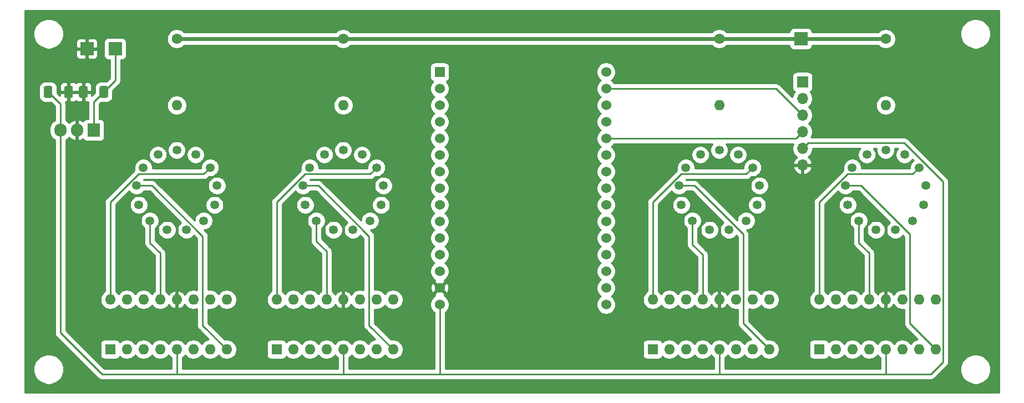
<source format=gbl>
%TF.GenerationSoftware,KiCad,Pcbnew,(5.1.9-0-10_14)*%
%TF.CreationDate,2021-02-12T19:32:22+01:00*%
%TF.ProjectId,nixie_clock,6e697869-655f-4636-9c6f-636b2e6b6963,v01*%
%TF.SameCoordinates,Original*%
%TF.FileFunction,Copper,L2,Bot*%
%TF.FilePolarity,Positive*%
%FSLAX46Y46*%
G04 Gerber Fmt 4.6, Leading zero omitted, Abs format (unit mm)*
G04 Created by KiCad (PCBNEW (5.1.9-0-10_14)) date 2021-02-12 19:32:22*
%MOMM*%
%LPD*%
G01*
G04 APERTURE LIST*
%TA.AperFunction,ComponentPad*%
%ADD10O,1.600000X1.600000*%
%TD*%
%TA.AperFunction,ComponentPad*%
%ADD11R,1.600000X1.600000*%
%TD*%
%TA.AperFunction,ComponentPad*%
%ADD12C,1.600000*%
%TD*%
%TA.AperFunction,ComponentPad*%
%ADD13C,1.346200*%
%TD*%
%TA.AperFunction,ComponentPad*%
%ADD14O,1.905000X2.000000*%
%TD*%
%TA.AperFunction,ComponentPad*%
%ADD15R,1.905000X2.000000*%
%TD*%
%TA.AperFunction,ComponentPad*%
%ADD16C,1.524000*%
%TD*%
%TA.AperFunction,ComponentPad*%
%ADD17R,1.524000X1.524000*%
%TD*%
%TA.AperFunction,SMDPad,CuDef*%
%ADD18R,2.000000X2.000000*%
%TD*%
%TA.AperFunction,ComponentPad*%
%ADD19R,1.700000X1.700000*%
%TD*%
%TA.AperFunction,ComponentPad*%
%ADD20O,1.700000X1.700000*%
%TD*%
%TA.AperFunction,Conductor*%
%ADD21C,0.250000*%
%TD*%
%TA.AperFunction,Conductor*%
%ADD22C,0.600000*%
%TD*%
%TA.AperFunction,Conductor*%
%ADD23C,0.254000*%
%TD*%
%TA.AperFunction,Conductor*%
%ADD24C,0.150000*%
%TD*%
G04 APERTURE END LIST*
D10*
%TO.P,U4,16*%
%TO.N,Net-(N1-Pad0)*%
X146558000Y-94996000D03*
%TO.P,U4,8*%
%TO.N,Net-(N1-Pad2)*%
X164338000Y-102616000D03*
%TO.P,U4,15*%
%TO.N,Net-(N1-Pad1)*%
X149098000Y-94996000D03*
%TO.P,U4,7*%
%TO.N,/C1*%
X161798000Y-102616000D03*
%TO.P,U4,14*%
%TO.N,Net-(N1-Pad5)*%
X151638000Y-94996000D03*
%TO.P,U4,6*%
%TO.N,/B1*%
X159258000Y-102616000D03*
%TO.P,U4,13*%
%TO.N,Net-(N1-Pad4)*%
X154178000Y-94996000D03*
%TO.P,U4,5*%
%TO.N,+5V*%
X156718000Y-102616000D03*
%TO.P,U4,12*%
%TO.N,GND*%
X156718000Y-94996000D03*
%TO.P,U4,4*%
%TO.N,/D1*%
X154178000Y-102616000D03*
%TO.P,U4,11*%
%TO.N,Net-(N1-Pad6)*%
X159258000Y-94996000D03*
%TO.P,U4,3*%
%TO.N,/A1*%
X151638000Y-102616000D03*
%TO.P,U4,10*%
%TO.N,Net-(N1-Pad7)*%
X161798000Y-94996000D03*
%TO.P,U4,2*%
%TO.N,Net-(N1-Pad9)*%
X149098000Y-102616000D03*
%TO.P,U4,9*%
%TO.N,Net-(N1-Pad3)*%
X164338000Y-94996000D03*
D11*
%TO.P,U4,1*%
%TO.N,Net-(N1-Pad8)*%
X146558000Y-102616000D03*
%TD*%
D10*
%TO.P,R2,2*%
%TO.N,Net-(N2-PadA)*%
X182118000Y-65278000D03*
D12*
%TO.P,R2,1*%
%TO.N,/+170*%
X182118000Y-55118000D03*
%TD*%
D13*
%TO.P,N2,RHDP*%
%TO.N,N/C*%
X179242720Y-72844660D03*
%TO.P,N2,LHDP*%
X184993280Y-72844660D03*
%TO.P,N2,A*%
%TO.N,Net-(N2-PadA)*%
X182118000Y-72136000D03*
%TO.P,N2,9*%
%TO.N,Net-(N2-Pad9)*%
X188262260Y-77579220D03*
%TO.P,N2,8*%
%TO.N,Net-(N2-Pad8)*%
X187904120Y-80518000D03*
%TO.P,N2,7*%
%TO.N,Net-(N2-Pad7)*%
X186222640Y-82956400D03*
%TO.P,N2,6*%
%TO.N,Net-(N2-Pad6)*%
X183598820Y-84333080D03*
%TO.P,N2,5*%
%TO.N,Net-(N2-Pad5)*%
X180637180Y-84333080D03*
%TO.P,N2,4*%
%TO.N,Net-(N2-Pad4)*%
X178013360Y-82956400D03*
%TO.P,N2,3*%
%TO.N,Net-(N2-Pad3)*%
X176331880Y-80518000D03*
%TO.P,N2,2*%
%TO.N,Net-(N2-Pad2)*%
X175973740Y-77579220D03*
%TO.P,N2,1*%
%TO.N,Net-(N2-Pad1)*%
X177025300Y-74808080D03*
%TO.P,N2,0*%
%TO.N,Net-(N2-Pad0)*%
X187210700Y-74808080D03*
%TD*%
%TO.P,N3,0*%
%TO.N,Net-(N3-Pad0)*%
X79006700Y-74808080D03*
%TO.P,N3,1*%
%TO.N,Net-(N3-Pad1)*%
X68821300Y-74808080D03*
%TO.P,N3,2*%
%TO.N,Net-(N3-Pad2)*%
X67769740Y-77579220D03*
%TO.P,N3,3*%
%TO.N,Net-(N3-Pad3)*%
X68127880Y-80518000D03*
%TO.P,N3,4*%
%TO.N,Net-(N3-Pad4)*%
X69809360Y-82956400D03*
%TO.P,N3,5*%
%TO.N,Net-(N3-Pad5)*%
X72433180Y-84333080D03*
%TO.P,N3,6*%
%TO.N,Net-(N3-Pad6)*%
X75394820Y-84333080D03*
%TO.P,N3,7*%
%TO.N,Net-(N3-Pad7)*%
X78018640Y-82956400D03*
%TO.P,N3,8*%
%TO.N,Net-(N3-Pad8)*%
X79700120Y-80518000D03*
%TO.P,N3,9*%
%TO.N,Net-(N3-Pad9)*%
X80058260Y-77579220D03*
%TO.P,N3,A*%
%TO.N,Net-(N3-PadA)*%
X73914000Y-72136000D03*
%TO.P,N3,LHDP*%
%TO.N,N/C*%
X76789280Y-72844660D03*
%TO.P,N3,RHDP*%
X71038720Y-72844660D03*
%TD*%
%TO.P,N4,RHDP*%
%TO.N,N/C*%
X96438720Y-72844660D03*
%TO.P,N4,LHDP*%
X102189280Y-72844660D03*
%TO.P,N4,A*%
%TO.N,Net-(N4-PadA)*%
X99314000Y-72136000D03*
%TO.P,N4,9*%
%TO.N,Net-(N4-Pad9)*%
X105458260Y-77579220D03*
%TO.P,N4,8*%
%TO.N,Net-(N4-Pad8)*%
X105100120Y-80518000D03*
%TO.P,N4,7*%
%TO.N,Net-(N4-Pad7)*%
X103418640Y-82956400D03*
%TO.P,N4,6*%
%TO.N,Net-(N4-Pad6)*%
X100794820Y-84333080D03*
%TO.P,N4,5*%
%TO.N,Net-(N4-Pad5)*%
X97833180Y-84333080D03*
%TO.P,N4,4*%
%TO.N,Net-(N4-Pad4)*%
X95209360Y-82956400D03*
%TO.P,N4,3*%
%TO.N,Net-(N4-Pad3)*%
X93527880Y-80518000D03*
%TO.P,N4,2*%
%TO.N,Net-(N4-Pad2)*%
X93169740Y-77579220D03*
%TO.P,N4,1*%
%TO.N,Net-(N4-Pad1)*%
X94221300Y-74808080D03*
%TO.P,N4,0*%
%TO.N,Net-(N4-Pad0)*%
X104406700Y-74808080D03*
%TD*%
D10*
%TO.P,R1,2*%
%TO.N,Net-(N1-PadA)*%
X156718000Y-65278000D03*
D12*
%TO.P,R1,1*%
%TO.N,/+170*%
X156718000Y-55118000D03*
%TD*%
%TO.P,R3,1*%
%TO.N,/+170*%
X73914000Y-55118000D03*
D10*
%TO.P,R3,2*%
%TO.N,Net-(N3-PadA)*%
X73914000Y-65278000D03*
%TD*%
D12*
%TO.P,R4,1*%
%TO.N,/+170*%
X99314000Y-55118000D03*
D10*
%TO.P,R4,2*%
%TO.N,Net-(N4-PadA)*%
X99314000Y-65278000D03*
%TD*%
D14*
%TO.P,U1,3*%
%TO.N,+5V*%
X56134000Y-69088000D03*
%TO.P,U1,2*%
%TO.N,GND*%
X58674000Y-69088000D03*
D15*
%TO.P,U1,1*%
%TO.N,+12V*%
X61214000Y-69088000D03*
%TD*%
D16*
%TO.P,U2,30*%
%TO.N,N/C*%
X139446000Y-60198000D03*
%TO.P,U2,29*%
%TO.N,Net-(U2-Pad29)*%
X139446000Y-62738000D03*
%TO.P,U2,28*%
%TO.N,N/C*%
X139446000Y-65278000D03*
%TO.P,U2,27*%
X139446000Y-67818000D03*
%TO.P,U2,26*%
%TO.N,Net-(U2-Pad26)*%
X139446000Y-70358000D03*
%TO.P,U2,25*%
%TO.N,/C2*%
X139446000Y-72898000D03*
%TO.P,U2,24*%
%TO.N,/B2*%
X139446000Y-75438000D03*
%TO.P,U2,23*%
%TO.N,/D2*%
X139446000Y-77978000D03*
%TO.P,U2,22*%
%TO.N,/A2*%
X139446000Y-80518000D03*
%TO.P,U2,21*%
%TO.N,/C1*%
X139446000Y-83058000D03*
%TO.P,U2,20*%
%TO.N,/B1*%
X139446000Y-85598000D03*
%TO.P,U2,19*%
%TO.N,/D1*%
X139446000Y-88138000D03*
%TO.P,U2,18*%
%TO.N,/A1*%
X139446000Y-90678000D03*
%TO.P,U2,17*%
%TO.N,N/C*%
X139446000Y-93218000D03*
%TO.P,U2,16*%
X139446000Y-95758000D03*
%TO.P,U2,15*%
%TO.N,+5V*%
X114046000Y-95758000D03*
%TO.P,U2,14*%
%TO.N,GND*%
X114046000Y-93218000D03*
%TO.P,U2,13*%
%TO.N,/C4*%
X114046000Y-90678000D03*
%TO.P,U2,12*%
%TO.N,/B4*%
X114046000Y-88138000D03*
%TO.P,U2,11*%
%TO.N,/D4*%
X114046000Y-85598000D03*
%TO.P,U2,10*%
%TO.N,/A4*%
X114046000Y-83058000D03*
%TO.P,U2,9*%
%TO.N,/C3*%
X114046000Y-80518000D03*
%TO.P,U2,8*%
%TO.N,/B3*%
X114046000Y-77978000D03*
%TO.P,U2,7*%
%TO.N,/D3*%
X114046000Y-75438000D03*
%TO.P,U2,6*%
%TO.N,/A3*%
X114046000Y-72898000D03*
%TO.P,U2,5*%
%TO.N,N/C*%
X114046000Y-70358000D03*
%TO.P,U2,4*%
X114046000Y-67818000D03*
%TO.P,U2,3*%
X114046000Y-65278000D03*
%TO.P,U2,2*%
X114046000Y-62738000D03*
D17*
%TO.P,U2,1*%
X114046000Y-60198000D03*
%TD*%
D11*
%TO.P,U5,1*%
%TO.N,Net-(N2-Pad8)*%
X171958000Y-102616000D03*
D10*
%TO.P,U5,9*%
%TO.N,Net-(N2-Pad3)*%
X189738000Y-94996000D03*
%TO.P,U5,2*%
%TO.N,Net-(N2-Pad9)*%
X174498000Y-102616000D03*
%TO.P,U5,10*%
%TO.N,Net-(N2-Pad7)*%
X187198000Y-94996000D03*
%TO.P,U5,3*%
%TO.N,/A2*%
X177038000Y-102616000D03*
%TO.P,U5,11*%
%TO.N,Net-(N2-Pad6)*%
X184658000Y-94996000D03*
%TO.P,U5,4*%
%TO.N,/D2*%
X179578000Y-102616000D03*
%TO.P,U5,12*%
%TO.N,GND*%
X182118000Y-94996000D03*
%TO.P,U5,5*%
%TO.N,+5V*%
X182118000Y-102616000D03*
%TO.P,U5,13*%
%TO.N,Net-(N2-Pad4)*%
X179578000Y-94996000D03*
%TO.P,U5,6*%
%TO.N,/B2*%
X184658000Y-102616000D03*
%TO.P,U5,14*%
%TO.N,Net-(N2-Pad5)*%
X177038000Y-94996000D03*
%TO.P,U5,7*%
%TO.N,/C2*%
X187198000Y-102616000D03*
%TO.P,U5,15*%
%TO.N,Net-(N2-Pad1)*%
X174498000Y-94996000D03*
%TO.P,U5,8*%
%TO.N,Net-(N2-Pad2)*%
X189738000Y-102616000D03*
%TO.P,U5,16*%
%TO.N,Net-(N2-Pad0)*%
X171958000Y-94996000D03*
%TD*%
%TO.P,U6,16*%
%TO.N,Net-(N3-Pad0)*%
X63754000Y-94996000D03*
%TO.P,U6,8*%
%TO.N,Net-(N3-Pad2)*%
X81534000Y-102616000D03*
%TO.P,U6,15*%
%TO.N,Net-(N3-Pad1)*%
X66294000Y-94996000D03*
%TO.P,U6,7*%
%TO.N,/C3*%
X78994000Y-102616000D03*
%TO.P,U6,14*%
%TO.N,Net-(N3-Pad5)*%
X68834000Y-94996000D03*
%TO.P,U6,6*%
%TO.N,/B3*%
X76454000Y-102616000D03*
%TO.P,U6,13*%
%TO.N,Net-(N3-Pad4)*%
X71374000Y-94996000D03*
%TO.P,U6,5*%
%TO.N,+5V*%
X73914000Y-102616000D03*
%TO.P,U6,12*%
%TO.N,GND*%
X73914000Y-94996000D03*
%TO.P,U6,4*%
%TO.N,/D3*%
X71374000Y-102616000D03*
%TO.P,U6,11*%
%TO.N,Net-(N3-Pad6)*%
X76454000Y-94996000D03*
%TO.P,U6,3*%
%TO.N,/A3*%
X68834000Y-102616000D03*
%TO.P,U6,10*%
%TO.N,Net-(N3-Pad7)*%
X78994000Y-94996000D03*
%TO.P,U6,2*%
%TO.N,Net-(N3-Pad9)*%
X66294000Y-102616000D03*
%TO.P,U6,9*%
%TO.N,Net-(N3-Pad3)*%
X81534000Y-94996000D03*
D11*
%TO.P,U6,1*%
%TO.N,Net-(N3-Pad8)*%
X63754000Y-102616000D03*
%TD*%
%TO.P,U7,1*%
%TO.N,Net-(N4-Pad8)*%
X89154000Y-102616000D03*
D10*
%TO.P,U7,9*%
%TO.N,Net-(N4-Pad3)*%
X106934000Y-94996000D03*
%TO.P,U7,2*%
%TO.N,Net-(N4-Pad9)*%
X91694000Y-102616000D03*
%TO.P,U7,10*%
%TO.N,Net-(N4-Pad7)*%
X104394000Y-94996000D03*
%TO.P,U7,3*%
%TO.N,/A4*%
X94234000Y-102616000D03*
%TO.P,U7,11*%
%TO.N,Net-(N4-Pad6)*%
X101854000Y-94996000D03*
%TO.P,U7,4*%
%TO.N,/D4*%
X96774000Y-102616000D03*
%TO.P,U7,12*%
%TO.N,GND*%
X99314000Y-94996000D03*
%TO.P,U7,5*%
%TO.N,+5V*%
X99314000Y-102616000D03*
%TO.P,U7,13*%
%TO.N,Net-(N4-Pad4)*%
X96774000Y-94996000D03*
%TO.P,U7,6*%
%TO.N,/B4*%
X101854000Y-102616000D03*
%TO.P,U7,14*%
%TO.N,Net-(N4-Pad5)*%
X94234000Y-94996000D03*
%TO.P,U7,7*%
%TO.N,/C4*%
X104394000Y-102616000D03*
%TO.P,U7,15*%
%TO.N,Net-(N4-Pad1)*%
X91694000Y-94996000D03*
%TO.P,U7,8*%
%TO.N,Net-(N4-Pad2)*%
X106934000Y-102616000D03*
%TO.P,U7,16*%
%TO.N,Net-(N4-Pad0)*%
X89154000Y-94996000D03*
%TD*%
D13*
%TO.P,N1,RHDP*%
%TO.N,N/C*%
X153842720Y-72844660D03*
%TO.P,N1,LHDP*%
X159593280Y-72844660D03*
%TO.P,N1,A*%
%TO.N,Net-(N1-PadA)*%
X156718000Y-72136000D03*
%TO.P,N1,9*%
%TO.N,Net-(N1-Pad9)*%
X162862260Y-77579220D03*
%TO.P,N1,8*%
%TO.N,Net-(N1-Pad8)*%
X162504120Y-80518000D03*
%TO.P,N1,7*%
%TO.N,Net-(N1-Pad7)*%
X160822640Y-82956400D03*
%TO.P,N1,6*%
%TO.N,Net-(N1-Pad6)*%
X158198820Y-84333080D03*
%TO.P,N1,5*%
%TO.N,Net-(N1-Pad5)*%
X155237180Y-84333080D03*
%TO.P,N1,4*%
%TO.N,Net-(N1-Pad4)*%
X152613360Y-82956400D03*
%TO.P,N1,3*%
%TO.N,Net-(N1-Pad3)*%
X150931880Y-80518000D03*
%TO.P,N1,2*%
%TO.N,Net-(N1-Pad2)*%
X150573740Y-77579220D03*
%TO.P,N1,1*%
%TO.N,Net-(N1-Pad1)*%
X151625300Y-74808080D03*
%TO.P,N1,0*%
%TO.N,Net-(N1-Pad0)*%
X161810700Y-74808080D03*
%TD*%
%TO.P,C1,2*%
%TO.N,GND*%
%TA.AperFunction,SMDPad,CuDef*%
G36*
G01*
X56741500Y-63896002D02*
X56741500Y-62595998D01*
G75*
G02*
X56991498Y-62346000I249998J0D01*
G01*
X57816502Y-62346000D01*
G75*
G02*
X58066500Y-62595998I0J-249998D01*
G01*
X58066500Y-63896002D01*
G75*
G02*
X57816502Y-64146000I-249998J0D01*
G01*
X56991498Y-64146000D01*
G75*
G02*
X56741500Y-63896002I0J249998D01*
G01*
G37*
%TD.AperFunction*%
%TO.P,C1,1*%
%TO.N,+5V*%
%TA.AperFunction,SMDPad,CuDef*%
G36*
G01*
X53616500Y-63896002D02*
X53616500Y-62595998D01*
G75*
G02*
X53866498Y-62346000I249998J0D01*
G01*
X54691502Y-62346000D01*
G75*
G02*
X54941500Y-62595998I0J-249998D01*
G01*
X54941500Y-63896002D01*
G75*
G02*
X54691502Y-64146000I-249998J0D01*
G01*
X53866498Y-64146000D01*
G75*
G02*
X53616500Y-63896002I0J249998D01*
G01*
G37*
%TD.AperFunction*%
%TD*%
%TO.P,C2,1*%
%TO.N,+12V*%
%TA.AperFunction,SMDPad,CuDef*%
G36*
G01*
X63439000Y-62595998D02*
X63439000Y-63896002D01*
G75*
G02*
X63189002Y-64146000I-249998J0D01*
G01*
X62363998Y-64146000D01*
G75*
G02*
X62114000Y-63896002I0J249998D01*
G01*
X62114000Y-62595998D01*
G75*
G02*
X62363998Y-62346000I249998J0D01*
G01*
X63189002Y-62346000D01*
G75*
G02*
X63439000Y-62595998I0J-249998D01*
G01*
G37*
%TD.AperFunction*%
%TO.P,C2,2*%
%TO.N,GND*%
%TA.AperFunction,SMDPad,CuDef*%
G36*
G01*
X60314000Y-62595998D02*
X60314000Y-63896002D01*
G75*
G02*
X60064002Y-64146000I-249998J0D01*
G01*
X59238998Y-64146000D01*
G75*
G02*
X58989000Y-63896002I0J249998D01*
G01*
X58989000Y-62595998D01*
G75*
G02*
X59238998Y-62346000I249998J0D01*
G01*
X60064002Y-62346000D01*
G75*
G02*
X60314000Y-62595998I0J-249998D01*
G01*
G37*
%TD.AperFunction*%
%TD*%
D18*
%TO.P,J2,1*%
%TO.N,+12V*%
X64516000Y-56642000D03*
%TD*%
%TO.P,J3,1*%
%TO.N,/+170*%
X169164000Y-55118000D03*
%TD*%
D19*
%TO.P,U3,1*%
%TO.N,N/C*%
X169418000Y-61722000D03*
D20*
%TO.P,U3,2*%
X169418000Y-64262000D03*
%TO.P,U3,3*%
%TO.N,Net-(U2-Pad29)*%
X169418000Y-66802000D03*
%TO.P,U3,4*%
%TO.N,Net-(U2-Pad26)*%
X169418000Y-69342000D03*
%TO.P,U3,5*%
%TO.N,+5V*%
X169418000Y-71882000D03*
%TO.P,U3,6*%
%TO.N,GND*%
X169418000Y-74422000D03*
%TD*%
D18*
%TO.P,J1,1*%
%TO.N,GND*%
X60198000Y-56642000D03*
%TD*%
D21*
%TO.N,Net-(N1-Pad2)*%
X152922150Y-77579220D02*
X150573740Y-77579220D01*
X160383001Y-85040071D02*
X152922150Y-77579220D01*
X160383001Y-98661001D02*
X160383001Y-85040071D01*
X164338000Y-102616000D02*
X160383001Y-98661001D01*
%TO.N,Net-(N1-Pad4)*%
X154178000Y-94996000D02*
X154178000Y-88138000D01*
X152613360Y-86573360D02*
X152613360Y-82956400D01*
X154178000Y-88138000D02*
X152613360Y-86573360D01*
%TO.N,Net-(N2-Pad0)*%
X176269589Y-75806181D02*
X186212599Y-75806181D01*
X186212599Y-75806181D02*
X187210700Y-74808080D01*
X171958000Y-80117770D02*
X176269589Y-75806181D01*
X171958000Y-94996000D02*
X171958000Y-80117770D01*
%TO.N,Net-(N2-Pad2)*%
X178322150Y-77579220D02*
X175973740Y-77579220D01*
X185783001Y-85040071D02*
X178322150Y-77579220D01*
X185783001Y-98661001D02*
X185783001Y-85040071D01*
X189738000Y-102616000D02*
X185783001Y-98661001D01*
%TO.N,Net-(N2-Pad4)*%
X179578000Y-87884000D02*
X178013360Y-86319360D01*
X178013360Y-86319360D02*
X178013360Y-82956400D01*
X179578000Y-94996000D02*
X179578000Y-87884000D01*
%TO.N,Net-(N3-Pad4)*%
X71374000Y-94996000D02*
X71374000Y-87884000D01*
X69809360Y-86319360D02*
X69809360Y-82956400D01*
X71374000Y-87884000D02*
X69809360Y-86319360D01*
%TO.N,Net-(N3-Pad2)*%
X70118150Y-77579220D02*
X67769740Y-77579220D01*
X77868999Y-98950999D02*
X77868999Y-85330069D01*
X77868999Y-85330069D02*
X70118150Y-77579220D01*
X81534000Y-102616000D02*
X77868999Y-98950999D01*
%TO.N,Net-(N3-Pad0)*%
X68065589Y-75806181D02*
X78008599Y-75806181D01*
X63754000Y-80117770D02*
X68065589Y-75806181D01*
X78008599Y-75806181D02*
X79006700Y-74808080D01*
X63754000Y-94996000D02*
X63754000Y-80117770D01*
%TO.N,Net-(N4-Pad0)*%
X93465589Y-75806181D02*
X103408599Y-75806181D01*
X103408599Y-75806181D02*
X104406700Y-74808080D01*
X89154000Y-80117770D02*
X93465589Y-75806181D01*
X89154000Y-94996000D02*
X89154000Y-80117770D01*
%TO.N,Net-(N4-Pad2)*%
X95518150Y-77579220D02*
X93169740Y-77579220D01*
X103268999Y-85330069D02*
X95518150Y-77579220D01*
X103268999Y-98950999D02*
X103268999Y-85330069D01*
X106934000Y-102616000D02*
X103268999Y-98950999D01*
%TO.N,Net-(N4-Pad4)*%
X96774000Y-94996000D02*
X96774000Y-87630000D01*
X95209360Y-86065360D02*
X95209360Y-82956400D01*
X96774000Y-87630000D02*
X95209360Y-86065360D01*
D22*
%TO.N,/+170*%
X169164000Y-55118000D02*
X182118000Y-55118000D01*
X169164000Y-55118000D02*
X156718000Y-55118000D01*
X156718000Y-55118000D02*
X73914000Y-55118000D01*
D21*
%TO.N,+12V*%
X61214000Y-64808500D02*
X62776500Y-63246000D01*
X61214000Y-69088000D02*
X61214000Y-64808500D01*
X64516000Y-61506500D02*
X62776500Y-63246000D01*
X64516000Y-56642000D02*
X64516000Y-61506500D01*
%TO.N,+5V*%
X99314000Y-102616000D02*
X99314000Y-106426000D01*
X73914000Y-106426000D02*
X99060000Y-106426000D01*
X114046000Y-95758000D02*
X114046000Y-106426000D01*
X99060000Y-106426000D02*
X114046000Y-106426000D01*
X114046000Y-106426000D02*
X135636000Y-106426000D01*
X135636000Y-106426000D02*
X135890000Y-106426000D01*
X156718000Y-102616000D02*
X156718000Y-106426000D01*
X135636000Y-106426000D02*
X156718000Y-106426000D01*
X73914000Y-106426000D02*
X73914000Y-102616000D01*
X182118000Y-106426000D02*
X182118000Y-102616000D01*
X156718000Y-106426000D02*
X182118000Y-106426000D01*
X56134000Y-65101000D02*
X54279000Y-63246000D01*
X56134000Y-69088000D02*
X56134000Y-65101000D01*
X56134000Y-100076000D02*
X62484000Y-106426000D01*
X56134000Y-69088000D02*
X56134000Y-100076000D01*
X62484000Y-106426000D02*
X73914000Y-106426000D01*
X182118000Y-106426000D02*
X188976000Y-106426000D01*
X170267999Y-71032001D02*
X169418000Y-71882000D01*
X184911811Y-71032001D02*
X170267999Y-71032001D01*
X190863001Y-76983191D02*
X184911811Y-71032001D01*
X190863001Y-104538999D02*
X190863001Y-76983191D01*
X188976000Y-106426000D02*
X190863001Y-104538999D01*
%TO.N,Net-(U2-Pad26)*%
X168402000Y-70358000D02*
X169418000Y-69342000D01*
X139446000Y-70358000D02*
X168402000Y-70358000D01*
%TO.N,Net-(U2-Pad29)*%
X165354000Y-62738000D02*
X169418000Y-66802000D01*
X139446000Y-62738000D02*
X165354000Y-62738000D01*
%TO.N,Net-(N1-Pad0)*%
X160812599Y-75806181D02*
X161810700Y-74808080D01*
X150869589Y-75806181D02*
X160812599Y-75806181D01*
X146558000Y-80117770D02*
X150869589Y-75806181D01*
X146558000Y-94996000D02*
X146558000Y-80117770D01*
%TD*%
D23*
%TO.N,GND*%
X199400001Y-109230000D02*
X50790000Y-109230000D01*
X50790000Y-105434811D01*
X52029000Y-105434811D01*
X52029000Y-105893189D01*
X52118426Y-106342761D01*
X52293840Y-106766248D01*
X52548501Y-107147376D01*
X52872624Y-107471499D01*
X53253752Y-107726160D01*
X53677239Y-107901574D01*
X54126811Y-107991000D01*
X54585189Y-107991000D01*
X55034761Y-107901574D01*
X55458248Y-107726160D01*
X55839376Y-107471499D01*
X56163499Y-107147376D01*
X56418160Y-106766248D01*
X56593574Y-106342761D01*
X56683000Y-105893189D01*
X56683000Y-105434811D01*
X56593574Y-104985239D01*
X56418160Y-104561752D01*
X56163499Y-104180624D01*
X55839376Y-103856501D01*
X55458248Y-103601840D01*
X55034761Y-103426426D01*
X54585189Y-103337000D01*
X54126811Y-103337000D01*
X53677239Y-103426426D01*
X53253752Y-103601840D01*
X52872624Y-103856501D01*
X52548501Y-104180624D01*
X52293840Y-104561752D01*
X52118426Y-104985239D01*
X52029000Y-105434811D01*
X50790000Y-105434811D01*
X50790000Y-62595998D01*
X52885983Y-62595998D01*
X52885983Y-63896002D01*
X52904823Y-64087291D01*
X52960620Y-64271229D01*
X53051230Y-64440747D01*
X53173169Y-64589331D01*
X53321753Y-64711270D01*
X53491271Y-64801880D01*
X53675209Y-64857677D01*
X53866498Y-64876517D01*
X54691502Y-64876517D01*
X54703432Y-64875342D01*
X55282001Y-65453911D01*
X55282000Y-67591539D01*
X55196406Y-67637290D01*
X54940668Y-67847168D01*
X54730790Y-68102905D01*
X54574837Y-68394673D01*
X54478801Y-68711261D01*
X54454500Y-68957995D01*
X54454500Y-69218004D01*
X54478801Y-69464738D01*
X54574837Y-69781326D01*
X54730790Y-70073094D01*
X54940668Y-70328832D01*
X55196405Y-70538710D01*
X55282000Y-70584461D01*
X55282001Y-100034141D01*
X55277878Y-100076000D01*
X55294329Y-100243020D01*
X55343046Y-100403623D01*
X55422161Y-100551636D01*
X55488066Y-100631941D01*
X55528631Y-100681370D01*
X55561141Y-100708050D01*
X61851950Y-106998860D01*
X61878630Y-107031370D01*
X61911138Y-107058048D01*
X62008363Y-107137839D01*
X62156376Y-107216954D01*
X62316979Y-107265672D01*
X62442148Y-107278000D01*
X62442150Y-107278000D01*
X62483999Y-107282122D01*
X62525848Y-107278000D01*
X73872148Y-107278000D01*
X73914000Y-107282122D01*
X73955851Y-107278000D01*
X99272149Y-107278000D01*
X99314000Y-107282122D01*
X99355852Y-107278000D01*
X114004149Y-107278000D01*
X114046000Y-107282122D01*
X114087852Y-107278000D01*
X156676149Y-107278000D01*
X156718000Y-107282122D01*
X156759852Y-107278000D01*
X182076148Y-107278000D01*
X182118000Y-107282122D01*
X182159851Y-107278000D01*
X188934151Y-107278000D01*
X188976000Y-107282122D01*
X189017849Y-107278000D01*
X189017852Y-107278000D01*
X189143021Y-107265672D01*
X189303624Y-107216954D01*
X189451636Y-107137839D01*
X189581370Y-107031370D01*
X189608055Y-106998854D01*
X191172098Y-105434811D01*
X193507000Y-105434811D01*
X193507000Y-105893189D01*
X193596426Y-106342761D01*
X193771840Y-106766248D01*
X194026501Y-107147376D01*
X194350624Y-107471499D01*
X194731752Y-107726160D01*
X195155239Y-107901574D01*
X195604811Y-107991000D01*
X196063189Y-107991000D01*
X196512761Y-107901574D01*
X196936248Y-107726160D01*
X197317376Y-107471499D01*
X197641499Y-107147376D01*
X197896160Y-106766248D01*
X198071574Y-106342761D01*
X198161000Y-105893189D01*
X198161000Y-105434811D01*
X198071574Y-104985239D01*
X197896160Y-104561752D01*
X197641499Y-104180624D01*
X197317376Y-103856501D01*
X196936248Y-103601840D01*
X196512761Y-103426426D01*
X196063189Y-103337000D01*
X195604811Y-103337000D01*
X195155239Y-103426426D01*
X194731752Y-103601840D01*
X194350624Y-103856501D01*
X194026501Y-104180624D01*
X193771840Y-104561752D01*
X193596426Y-104985239D01*
X193507000Y-105434811D01*
X191172098Y-105434811D01*
X191435862Y-105171048D01*
X191468371Y-105144369D01*
X191520754Y-105080540D01*
X191574840Y-105014636D01*
X191653954Y-104866624D01*
X191653955Y-104866623D01*
X191702673Y-104706020D01*
X191715001Y-104580851D01*
X191715001Y-104580849D01*
X191719123Y-104539000D01*
X191715001Y-104497151D01*
X191715001Y-77025040D01*
X191719123Y-76983191D01*
X191715001Y-76941339D01*
X191702673Y-76816170D01*
X191653955Y-76655567D01*
X191574840Y-76507555D01*
X191468371Y-76377821D01*
X191435861Y-76351141D01*
X185543866Y-70459147D01*
X185517181Y-70426631D01*
X185387447Y-70320162D01*
X185239435Y-70241047D01*
X185078832Y-70192329D01*
X184953663Y-70180001D01*
X184953660Y-70180001D01*
X184911811Y-70175879D01*
X184869962Y-70180001D01*
X170754707Y-70180001D01*
X170815519Y-70088989D01*
X170934396Y-69801994D01*
X170995000Y-69497321D01*
X170995000Y-69186679D01*
X170934396Y-68882006D01*
X170815519Y-68595011D01*
X170642936Y-68336721D01*
X170423279Y-68117064D01*
X170355836Y-68072000D01*
X170423279Y-68026936D01*
X170642936Y-67807279D01*
X170815519Y-67548989D01*
X170934396Y-67261994D01*
X170995000Y-66957321D01*
X170995000Y-66646679D01*
X170934396Y-66342006D01*
X170815519Y-66055011D01*
X170642936Y-65796721D01*
X170423279Y-65577064D01*
X170355836Y-65532000D01*
X170423279Y-65486936D01*
X170642936Y-65267279D01*
X170736263Y-65127604D01*
X180591000Y-65127604D01*
X180591000Y-65428396D01*
X180649681Y-65723410D01*
X180764790Y-66001306D01*
X180931901Y-66251406D01*
X181144594Y-66464099D01*
X181394694Y-66631210D01*
X181672590Y-66746319D01*
X181967604Y-66805000D01*
X182268396Y-66805000D01*
X182563410Y-66746319D01*
X182841306Y-66631210D01*
X183091406Y-66464099D01*
X183304099Y-66251406D01*
X183471210Y-66001306D01*
X183586319Y-65723410D01*
X183645000Y-65428396D01*
X183645000Y-65127604D01*
X183586319Y-64832590D01*
X183471210Y-64554694D01*
X183304099Y-64304594D01*
X183091406Y-64091901D01*
X182841306Y-63924790D01*
X182563410Y-63809681D01*
X182268396Y-63751000D01*
X181967604Y-63751000D01*
X181672590Y-63809681D01*
X181394694Y-63924790D01*
X181144594Y-64091901D01*
X180931901Y-64304594D01*
X180764790Y-64554694D01*
X180649681Y-64832590D01*
X180591000Y-65127604D01*
X170736263Y-65127604D01*
X170815519Y-65008989D01*
X170934396Y-64721994D01*
X170995000Y-64417321D01*
X170995000Y-64106679D01*
X170934396Y-63802006D01*
X170815519Y-63515011D01*
X170642936Y-63256721D01*
X170603319Y-63217104D01*
X170673853Y-63179403D01*
X170784554Y-63088554D01*
X170875403Y-62977853D01*
X170942910Y-62851557D01*
X170984480Y-62714517D01*
X170998517Y-62572000D01*
X170998517Y-60872000D01*
X170984480Y-60729483D01*
X170942910Y-60592443D01*
X170875403Y-60466147D01*
X170784554Y-60355446D01*
X170673853Y-60264597D01*
X170547557Y-60197090D01*
X170410517Y-60155520D01*
X170268000Y-60141483D01*
X168568000Y-60141483D01*
X168425483Y-60155520D01*
X168288443Y-60197090D01*
X168162147Y-60264597D01*
X168051446Y-60355446D01*
X167960597Y-60466147D01*
X167893090Y-60592443D01*
X167851520Y-60729483D01*
X167837483Y-60872000D01*
X167837483Y-62572000D01*
X167851520Y-62714517D01*
X167893090Y-62851557D01*
X167960597Y-62977853D01*
X168051446Y-63088554D01*
X168162147Y-63179403D01*
X168232681Y-63217104D01*
X168193064Y-63256721D01*
X168020481Y-63515011D01*
X167901604Y-63802006D01*
X167855366Y-64034457D01*
X165986055Y-62165146D01*
X165959370Y-62132630D01*
X165829636Y-62026161D01*
X165681624Y-61947046D01*
X165521021Y-61898328D01*
X165395852Y-61886000D01*
X165395849Y-61886000D01*
X165354000Y-61881878D01*
X165312151Y-61886000D01*
X140667517Y-61886000D01*
X140602582Y-61788818D01*
X140395182Y-61581418D01*
X140225440Y-61468000D01*
X140395182Y-61354582D01*
X140602582Y-61147182D01*
X140765535Y-60903306D01*
X140877779Y-60632325D01*
X140935000Y-60344654D01*
X140935000Y-60051346D01*
X140877779Y-59763675D01*
X140765535Y-59492694D01*
X140602582Y-59248818D01*
X140395182Y-59041418D01*
X140151306Y-58878465D01*
X139880325Y-58766221D01*
X139592654Y-58709000D01*
X139299346Y-58709000D01*
X139011675Y-58766221D01*
X138740694Y-58878465D01*
X138496818Y-59041418D01*
X138289418Y-59248818D01*
X138126465Y-59492694D01*
X138014221Y-59763675D01*
X137957000Y-60051346D01*
X137957000Y-60344654D01*
X138014221Y-60632325D01*
X138126465Y-60903306D01*
X138289418Y-61147182D01*
X138496818Y-61354582D01*
X138666560Y-61468000D01*
X138496818Y-61581418D01*
X138289418Y-61788818D01*
X138126465Y-62032694D01*
X138014221Y-62303675D01*
X137957000Y-62591346D01*
X137957000Y-62884654D01*
X138014221Y-63172325D01*
X138126465Y-63443306D01*
X138289418Y-63687182D01*
X138496818Y-63894582D01*
X138666560Y-64008000D01*
X138496818Y-64121418D01*
X138289418Y-64328818D01*
X138126465Y-64572694D01*
X138014221Y-64843675D01*
X137957000Y-65131346D01*
X137957000Y-65424654D01*
X138014221Y-65712325D01*
X138126465Y-65983306D01*
X138289418Y-66227182D01*
X138496818Y-66434582D01*
X138666560Y-66548000D01*
X138496818Y-66661418D01*
X138289418Y-66868818D01*
X138126465Y-67112694D01*
X138014221Y-67383675D01*
X137957000Y-67671346D01*
X137957000Y-67964654D01*
X138014221Y-68252325D01*
X138126465Y-68523306D01*
X138289418Y-68767182D01*
X138496818Y-68974582D01*
X138666560Y-69088000D01*
X138496818Y-69201418D01*
X138289418Y-69408818D01*
X138126465Y-69652694D01*
X138014221Y-69923675D01*
X137957000Y-70211346D01*
X137957000Y-70504654D01*
X138014221Y-70792325D01*
X138126465Y-71063306D01*
X138289418Y-71307182D01*
X138496818Y-71514582D01*
X138666560Y-71628000D01*
X138496818Y-71741418D01*
X138289418Y-71948818D01*
X138126465Y-72192694D01*
X138014221Y-72463675D01*
X137957000Y-72751346D01*
X137957000Y-73044654D01*
X138014221Y-73332325D01*
X138126465Y-73603306D01*
X138289418Y-73847182D01*
X138496818Y-74054582D01*
X138666560Y-74168000D01*
X138496818Y-74281418D01*
X138289418Y-74488818D01*
X138126465Y-74732694D01*
X138014221Y-75003675D01*
X137957000Y-75291346D01*
X137957000Y-75584654D01*
X138014221Y-75872325D01*
X138126465Y-76143306D01*
X138289418Y-76387182D01*
X138496818Y-76594582D01*
X138666560Y-76708000D01*
X138496818Y-76821418D01*
X138289418Y-77028818D01*
X138126465Y-77272694D01*
X138014221Y-77543675D01*
X137957000Y-77831346D01*
X137957000Y-78124654D01*
X138014221Y-78412325D01*
X138126465Y-78683306D01*
X138289418Y-78927182D01*
X138496818Y-79134582D01*
X138666560Y-79248000D01*
X138496818Y-79361418D01*
X138289418Y-79568818D01*
X138126465Y-79812694D01*
X138014221Y-80083675D01*
X137957000Y-80371346D01*
X137957000Y-80664654D01*
X138014221Y-80952325D01*
X138126465Y-81223306D01*
X138289418Y-81467182D01*
X138496818Y-81674582D01*
X138666560Y-81788000D01*
X138496818Y-81901418D01*
X138289418Y-82108818D01*
X138126465Y-82352694D01*
X138014221Y-82623675D01*
X137957000Y-82911346D01*
X137957000Y-83204654D01*
X138014221Y-83492325D01*
X138126465Y-83763306D01*
X138289418Y-84007182D01*
X138496818Y-84214582D01*
X138666560Y-84328000D01*
X138496818Y-84441418D01*
X138289418Y-84648818D01*
X138126465Y-84892694D01*
X138014221Y-85163675D01*
X137957000Y-85451346D01*
X137957000Y-85744654D01*
X138014221Y-86032325D01*
X138126465Y-86303306D01*
X138289418Y-86547182D01*
X138496818Y-86754582D01*
X138666560Y-86868000D01*
X138496818Y-86981418D01*
X138289418Y-87188818D01*
X138126465Y-87432694D01*
X138014221Y-87703675D01*
X137957000Y-87991346D01*
X137957000Y-88284654D01*
X138014221Y-88572325D01*
X138126465Y-88843306D01*
X138289418Y-89087182D01*
X138496818Y-89294582D01*
X138666560Y-89408000D01*
X138496818Y-89521418D01*
X138289418Y-89728818D01*
X138126465Y-89972694D01*
X138014221Y-90243675D01*
X137957000Y-90531346D01*
X137957000Y-90824654D01*
X138014221Y-91112325D01*
X138126465Y-91383306D01*
X138289418Y-91627182D01*
X138496818Y-91834582D01*
X138666560Y-91948000D01*
X138496818Y-92061418D01*
X138289418Y-92268818D01*
X138126465Y-92512694D01*
X138014221Y-92783675D01*
X137957000Y-93071346D01*
X137957000Y-93364654D01*
X138014221Y-93652325D01*
X138126465Y-93923306D01*
X138289418Y-94167182D01*
X138496818Y-94374582D01*
X138666560Y-94488000D01*
X138496818Y-94601418D01*
X138289418Y-94808818D01*
X138126465Y-95052694D01*
X138014221Y-95323675D01*
X137957000Y-95611346D01*
X137957000Y-95904654D01*
X138014221Y-96192325D01*
X138126465Y-96463306D01*
X138289418Y-96707182D01*
X138496818Y-96914582D01*
X138740694Y-97077535D01*
X139011675Y-97189779D01*
X139299346Y-97247000D01*
X139592654Y-97247000D01*
X139880325Y-97189779D01*
X140151306Y-97077535D01*
X140395182Y-96914582D01*
X140602582Y-96707182D01*
X140765535Y-96463306D01*
X140877779Y-96192325D01*
X140935000Y-95904654D01*
X140935000Y-95611346D01*
X140877779Y-95323675D01*
X140765535Y-95052694D01*
X140602582Y-94808818D01*
X140395182Y-94601418D01*
X140225440Y-94488000D01*
X140395182Y-94374582D01*
X140602582Y-94167182D01*
X140765535Y-93923306D01*
X140877779Y-93652325D01*
X140935000Y-93364654D01*
X140935000Y-93071346D01*
X140877779Y-92783675D01*
X140765535Y-92512694D01*
X140602582Y-92268818D01*
X140395182Y-92061418D01*
X140225440Y-91948000D01*
X140395182Y-91834582D01*
X140602582Y-91627182D01*
X140765535Y-91383306D01*
X140877779Y-91112325D01*
X140935000Y-90824654D01*
X140935000Y-90531346D01*
X140877779Y-90243675D01*
X140765535Y-89972694D01*
X140602582Y-89728818D01*
X140395182Y-89521418D01*
X140225440Y-89408000D01*
X140395182Y-89294582D01*
X140602582Y-89087182D01*
X140765535Y-88843306D01*
X140877779Y-88572325D01*
X140935000Y-88284654D01*
X140935000Y-87991346D01*
X140877779Y-87703675D01*
X140765535Y-87432694D01*
X140602582Y-87188818D01*
X140395182Y-86981418D01*
X140225440Y-86868000D01*
X140395182Y-86754582D01*
X140602582Y-86547182D01*
X140765535Y-86303306D01*
X140877779Y-86032325D01*
X140935000Y-85744654D01*
X140935000Y-85451346D01*
X140877779Y-85163675D01*
X140765535Y-84892694D01*
X140602582Y-84648818D01*
X140395182Y-84441418D01*
X140225440Y-84328000D01*
X140395182Y-84214582D01*
X140602582Y-84007182D01*
X140765535Y-83763306D01*
X140877779Y-83492325D01*
X140935000Y-83204654D01*
X140935000Y-82911346D01*
X140877779Y-82623675D01*
X140765535Y-82352694D01*
X140602582Y-82108818D01*
X140395182Y-81901418D01*
X140225440Y-81788000D01*
X140395182Y-81674582D01*
X140602582Y-81467182D01*
X140765535Y-81223306D01*
X140877779Y-80952325D01*
X140935000Y-80664654D01*
X140935000Y-80371346D01*
X140877779Y-80083675D01*
X140765535Y-79812694D01*
X140602582Y-79568818D01*
X140395182Y-79361418D01*
X140225440Y-79248000D01*
X140395182Y-79134582D01*
X140602582Y-78927182D01*
X140765535Y-78683306D01*
X140877779Y-78412325D01*
X140935000Y-78124654D01*
X140935000Y-77831346D01*
X140877779Y-77543675D01*
X140765535Y-77272694D01*
X140602582Y-77028818D01*
X140395182Y-76821418D01*
X140225440Y-76708000D01*
X140395182Y-76594582D01*
X140602582Y-76387182D01*
X140765535Y-76143306D01*
X140877779Y-75872325D01*
X140935000Y-75584654D01*
X140935000Y-75291346D01*
X140877779Y-75003675D01*
X140765535Y-74732694D01*
X140602582Y-74488818D01*
X140395182Y-74281418D01*
X140225440Y-74168000D01*
X140395182Y-74054582D01*
X140602582Y-73847182D01*
X140765535Y-73603306D01*
X140877779Y-73332325D01*
X140935000Y-73044654D01*
X140935000Y-72751346D01*
X140926132Y-72706762D01*
X152442620Y-72706762D01*
X152442620Y-72982558D01*
X152496426Y-73253054D01*
X152601968Y-73507856D01*
X152755192Y-73737171D01*
X152950209Y-73932188D01*
X153179524Y-74085412D01*
X153434326Y-74190954D01*
X153704822Y-74244760D01*
X153980618Y-74244760D01*
X154251114Y-74190954D01*
X154505916Y-74085412D01*
X154735231Y-73932188D01*
X154930248Y-73737171D01*
X155083472Y-73507856D01*
X155189014Y-73253054D01*
X155242820Y-72982558D01*
X155242820Y-72706762D01*
X155189014Y-72436266D01*
X155083472Y-72181464D01*
X154930248Y-71952149D01*
X154735231Y-71757132D01*
X154505916Y-71603908D01*
X154251114Y-71498366D01*
X153980618Y-71444560D01*
X153704822Y-71444560D01*
X153434326Y-71498366D01*
X153179524Y-71603908D01*
X152950209Y-71757132D01*
X152755192Y-71952149D01*
X152601968Y-72181464D01*
X152496426Y-72436266D01*
X152442620Y-72706762D01*
X140926132Y-72706762D01*
X140877779Y-72463675D01*
X140765535Y-72192694D01*
X140602582Y-71948818D01*
X140395182Y-71741418D01*
X140225440Y-71628000D01*
X140395182Y-71514582D01*
X140602582Y-71307182D01*
X140667517Y-71210000D01*
X155663961Y-71210000D01*
X155630472Y-71243489D01*
X155477248Y-71472804D01*
X155371706Y-71727606D01*
X155317900Y-71998102D01*
X155317900Y-72273898D01*
X155371706Y-72544394D01*
X155477248Y-72799196D01*
X155630472Y-73028511D01*
X155825489Y-73223528D01*
X156054804Y-73376752D01*
X156309606Y-73482294D01*
X156580102Y-73536100D01*
X156855898Y-73536100D01*
X157126394Y-73482294D01*
X157381196Y-73376752D01*
X157610511Y-73223528D01*
X157805528Y-73028511D01*
X157958752Y-72799196D01*
X157997039Y-72706762D01*
X158193180Y-72706762D01*
X158193180Y-72982558D01*
X158246986Y-73253054D01*
X158352528Y-73507856D01*
X158505752Y-73737171D01*
X158700769Y-73932188D01*
X158930084Y-74085412D01*
X159184886Y-74190954D01*
X159455382Y-74244760D01*
X159731178Y-74244760D01*
X160001674Y-74190954D01*
X160256476Y-74085412D01*
X160485791Y-73932188D01*
X160680808Y-73737171D01*
X160834032Y-73507856D01*
X160939574Y-73253054D01*
X160993380Y-72982558D01*
X160993380Y-72706762D01*
X160939574Y-72436266D01*
X160834032Y-72181464D01*
X160680808Y-71952149D01*
X160485791Y-71757132D01*
X160256476Y-71603908D01*
X160001674Y-71498366D01*
X159731178Y-71444560D01*
X159455382Y-71444560D01*
X159184886Y-71498366D01*
X158930084Y-71603908D01*
X158700769Y-71757132D01*
X158505752Y-71952149D01*
X158352528Y-72181464D01*
X158246986Y-72436266D01*
X158193180Y-72706762D01*
X157997039Y-72706762D01*
X158064294Y-72544394D01*
X158118100Y-72273898D01*
X158118100Y-71998102D01*
X158064294Y-71727606D01*
X157958752Y-71472804D01*
X157805528Y-71243489D01*
X157772039Y-71210000D01*
X167989420Y-71210000D01*
X167901604Y-71422006D01*
X167841000Y-71726679D01*
X167841000Y-72037321D01*
X167901604Y-72341994D01*
X168020481Y-72628989D01*
X168193064Y-72887279D01*
X168412721Y-73106936D01*
X168565986Y-73209344D01*
X168536645Y-73226822D01*
X168320412Y-73421731D01*
X168146359Y-73655080D01*
X168021175Y-73917901D01*
X167976524Y-74065110D01*
X168097845Y-74295000D01*
X169291000Y-74295000D01*
X169291000Y-74275000D01*
X169545000Y-74275000D01*
X169545000Y-74295000D01*
X170738155Y-74295000D01*
X170859476Y-74065110D01*
X170814825Y-73917901D01*
X170689641Y-73655080D01*
X170515588Y-73421731D01*
X170299355Y-73226822D01*
X170270014Y-73209344D01*
X170423279Y-73106936D01*
X170642936Y-72887279D01*
X170815519Y-72628989D01*
X170934396Y-72341994D01*
X170995000Y-72037321D01*
X170995000Y-71884001D01*
X178223340Y-71884001D01*
X178155192Y-71952149D01*
X178001968Y-72181464D01*
X177896426Y-72436266D01*
X177842620Y-72706762D01*
X177842620Y-72982558D01*
X177896426Y-73253054D01*
X178001968Y-73507856D01*
X178155192Y-73737171D01*
X178350209Y-73932188D01*
X178579524Y-74085412D01*
X178834326Y-74190954D01*
X179104822Y-74244760D01*
X179380618Y-74244760D01*
X179651114Y-74190954D01*
X179905916Y-74085412D01*
X180135231Y-73932188D01*
X180330248Y-73737171D01*
X180483472Y-73507856D01*
X180589014Y-73253054D01*
X180642820Y-72982558D01*
X180642820Y-72706762D01*
X180589014Y-72436266D01*
X180483472Y-72181464D01*
X180330248Y-71952149D01*
X180262100Y-71884001D01*
X180740597Y-71884001D01*
X180717900Y-71998102D01*
X180717900Y-72273898D01*
X180771706Y-72544394D01*
X180877248Y-72799196D01*
X181030472Y-73028511D01*
X181225489Y-73223528D01*
X181454804Y-73376752D01*
X181709606Y-73482294D01*
X181980102Y-73536100D01*
X182255898Y-73536100D01*
X182526394Y-73482294D01*
X182781196Y-73376752D01*
X183010511Y-73223528D01*
X183205528Y-73028511D01*
X183358752Y-72799196D01*
X183464294Y-72544394D01*
X183518100Y-72273898D01*
X183518100Y-71998102D01*
X183495403Y-71884001D01*
X183973900Y-71884001D01*
X183905752Y-71952149D01*
X183752528Y-72181464D01*
X183646986Y-72436266D01*
X183593180Y-72706762D01*
X183593180Y-72982558D01*
X183646986Y-73253054D01*
X183752528Y-73507856D01*
X183905752Y-73737171D01*
X184100769Y-73932188D01*
X184330084Y-74085412D01*
X184584886Y-74190954D01*
X184855382Y-74244760D01*
X185131178Y-74244760D01*
X185401674Y-74190954D01*
X185656476Y-74085412D01*
X185885791Y-73932188D01*
X186080808Y-73737171D01*
X186213494Y-73538593D01*
X186364505Y-73689604D01*
X186318189Y-73720552D01*
X186123172Y-73915569D01*
X185969948Y-74144884D01*
X185864406Y-74399686D01*
X185810600Y-74670182D01*
X185810600Y-74945978D01*
X185812232Y-74954181D01*
X178423768Y-74954181D01*
X178425400Y-74945978D01*
X178425400Y-74670182D01*
X178371594Y-74399686D01*
X178266052Y-74144884D01*
X178112828Y-73915569D01*
X177917811Y-73720552D01*
X177688496Y-73567328D01*
X177433694Y-73461786D01*
X177163198Y-73407980D01*
X176887402Y-73407980D01*
X176616906Y-73461786D01*
X176362104Y-73567328D01*
X176132789Y-73720552D01*
X175937772Y-73915569D01*
X175784548Y-74144884D01*
X175679006Y-74399686D01*
X175625200Y-74670182D01*
X175625200Y-74945978D01*
X175674252Y-75192577D01*
X175664219Y-75200811D01*
X175637540Y-75233320D01*
X171385141Y-79485720D01*
X171352631Y-79512400D01*
X171325952Y-79544909D01*
X171246161Y-79642134D01*
X171167046Y-79790147D01*
X171118329Y-79950750D01*
X171101878Y-80117770D01*
X171106001Y-80159629D01*
X171106000Y-93728780D01*
X170984594Y-93809901D01*
X170771901Y-94022594D01*
X170604790Y-94272694D01*
X170489681Y-94550590D01*
X170431000Y-94845604D01*
X170431000Y-95146396D01*
X170489681Y-95441410D01*
X170604790Y-95719306D01*
X170771901Y-95969406D01*
X170984594Y-96182099D01*
X171234694Y-96349210D01*
X171512590Y-96464319D01*
X171807604Y-96523000D01*
X172108396Y-96523000D01*
X172403410Y-96464319D01*
X172681306Y-96349210D01*
X172931406Y-96182099D01*
X173144099Y-95969406D01*
X173228000Y-95843839D01*
X173311901Y-95969406D01*
X173524594Y-96182099D01*
X173774694Y-96349210D01*
X174052590Y-96464319D01*
X174347604Y-96523000D01*
X174648396Y-96523000D01*
X174943410Y-96464319D01*
X175221306Y-96349210D01*
X175471406Y-96182099D01*
X175684099Y-95969406D01*
X175768000Y-95843839D01*
X175851901Y-95969406D01*
X176064594Y-96182099D01*
X176314694Y-96349210D01*
X176592590Y-96464319D01*
X176887604Y-96523000D01*
X177188396Y-96523000D01*
X177483410Y-96464319D01*
X177761306Y-96349210D01*
X178011406Y-96182099D01*
X178224099Y-95969406D01*
X178308000Y-95843839D01*
X178391901Y-95969406D01*
X178604594Y-96182099D01*
X178854694Y-96349210D01*
X179132590Y-96464319D01*
X179427604Y-96523000D01*
X179728396Y-96523000D01*
X180023410Y-96464319D01*
X180301306Y-96349210D01*
X180551406Y-96182099D01*
X180764099Y-95969406D01*
X180907677Y-95754525D01*
X180965615Y-95851131D01*
X181154586Y-96059519D01*
X181380580Y-96227037D01*
X181634913Y-96347246D01*
X181768961Y-96387904D01*
X181991000Y-96265915D01*
X181991000Y-95123000D01*
X181971000Y-95123000D01*
X181971000Y-94869000D01*
X181991000Y-94869000D01*
X181991000Y-93726085D01*
X181768961Y-93604096D01*
X181634913Y-93644754D01*
X181380580Y-93764963D01*
X181154586Y-93932481D01*
X180965615Y-94140869D01*
X180907677Y-94237475D01*
X180764099Y-94022594D01*
X180551406Y-93809901D01*
X180430000Y-93728780D01*
X180430000Y-87925848D01*
X180434122Y-87883999D01*
X180430000Y-87842148D01*
X180417672Y-87716979D01*
X180368954Y-87556376D01*
X180299352Y-87426161D01*
X180289839Y-87408363D01*
X180210048Y-87311138D01*
X180183370Y-87278630D01*
X180150860Y-87251950D01*
X178865360Y-85966451D01*
X178865360Y-84195182D01*
X179237080Y-84195182D01*
X179237080Y-84470978D01*
X179290886Y-84741474D01*
X179396428Y-84996276D01*
X179549652Y-85225591D01*
X179744669Y-85420608D01*
X179973984Y-85573832D01*
X180228786Y-85679374D01*
X180499282Y-85733180D01*
X180775078Y-85733180D01*
X181045574Y-85679374D01*
X181300376Y-85573832D01*
X181529691Y-85420608D01*
X181724708Y-85225591D01*
X181877932Y-84996276D01*
X181983474Y-84741474D01*
X182037280Y-84470978D01*
X182037280Y-84195182D01*
X181983474Y-83924686D01*
X181877932Y-83669884D01*
X181724708Y-83440569D01*
X181529691Y-83245552D01*
X181300376Y-83092328D01*
X181045574Y-82986786D01*
X180775078Y-82932980D01*
X180499282Y-82932980D01*
X180228786Y-82986786D01*
X179973984Y-83092328D01*
X179744669Y-83245552D01*
X179549652Y-83440569D01*
X179396428Y-83669884D01*
X179290886Y-83924686D01*
X179237080Y-84195182D01*
X178865360Y-84195182D01*
X178865360Y-84070997D01*
X178905871Y-84043928D01*
X179100888Y-83848911D01*
X179254112Y-83619596D01*
X179359654Y-83364794D01*
X179413460Y-83094298D01*
X179413460Y-82818502D01*
X179359654Y-82548006D01*
X179254112Y-82293204D01*
X179100888Y-82063889D01*
X178905871Y-81868872D01*
X178676556Y-81715648D01*
X178421754Y-81610106D01*
X178151258Y-81556300D01*
X177875462Y-81556300D01*
X177604966Y-81610106D01*
X177350164Y-81715648D01*
X177120849Y-81868872D01*
X176925832Y-82063889D01*
X176772608Y-82293204D01*
X176667066Y-82548006D01*
X176613260Y-82818502D01*
X176613260Y-83094298D01*
X176667066Y-83364794D01*
X176772608Y-83619596D01*
X176925832Y-83848911D01*
X177120849Y-84043928D01*
X177161361Y-84070997D01*
X177161360Y-86277511D01*
X177157238Y-86319360D01*
X177161360Y-86361209D01*
X177161360Y-86361211D01*
X177173688Y-86486380D01*
X177219748Y-86638221D01*
X177222406Y-86646983D01*
X177301521Y-86794996D01*
X177320782Y-86818465D01*
X177407990Y-86924730D01*
X177440506Y-86951415D01*
X178726001Y-88236911D01*
X178726000Y-93728780D01*
X178604594Y-93809901D01*
X178391901Y-94022594D01*
X178308000Y-94148161D01*
X178224099Y-94022594D01*
X178011406Y-93809901D01*
X177761306Y-93642790D01*
X177483410Y-93527681D01*
X177188396Y-93469000D01*
X176887604Y-93469000D01*
X176592590Y-93527681D01*
X176314694Y-93642790D01*
X176064594Y-93809901D01*
X175851901Y-94022594D01*
X175768000Y-94148161D01*
X175684099Y-94022594D01*
X175471406Y-93809901D01*
X175221306Y-93642790D01*
X174943410Y-93527681D01*
X174648396Y-93469000D01*
X174347604Y-93469000D01*
X174052590Y-93527681D01*
X173774694Y-93642790D01*
X173524594Y-93809901D01*
X173311901Y-94022594D01*
X173228000Y-94148161D01*
X173144099Y-94022594D01*
X172931406Y-93809901D01*
X172810000Y-93728780D01*
X172810000Y-80470679D01*
X172900577Y-80380102D01*
X174931780Y-80380102D01*
X174931780Y-80655898D01*
X174985586Y-80926394D01*
X175091128Y-81181196D01*
X175244352Y-81410511D01*
X175439369Y-81605528D01*
X175668684Y-81758752D01*
X175923486Y-81864294D01*
X176193982Y-81918100D01*
X176469778Y-81918100D01*
X176740274Y-81864294D01*
X176995076Y-81758752D01*
X177224391Y-81605528D01*
X177419408Y-81410511D01*
X177572632Y-81181196D01*
X177678174Y-80926394D01*
X177731980Y-80655898D01*
X177731980Y-80380102D01*
X177678174Y-80109606D01*
X177572632Y-79854804D01*
X177419408Y-79625489D01*
X177224391Y-79430472D01*
X176995076Y-79277248D01*
X176740274Y-79171706D01*
X176469778Y-79117900D01*
X176193982Y-79117900D01*
X175923486Y-79171706D01*
X175668684Y-79277248D01*
X175439369Y-79430472D01*
X175244352Y-79625489D01*
X175091128Y-79854804D01*
X174985586Y-80109606D01*
X174931780Y-80380102D01*
X172900577Y-80380102D01*
X174855265Y-78425415D01*
X174886212Y-78471731D01*
X175081229Y-78666748D01*
X175310544Y-78819972D01*
X175565346Y-78925514D01*
X175835842Y-78979320D01*
X176111638Y-78979320D01*
X176382134Y-78925514D01*
X176636936Y-78819972D01*
X176866251Y-78666748D01*
X177061268Y-78471731D01*
X177088337Y-78431220D01*
X177969241Y-78431220D01*
X182752625Y-83214605D01*
X182706309Y-83245552D01*
X182511292Y-83440569D01*
X182358068Y-83669884D01*
X182252526Y-83924686D01*
X182198720Y-84195182D01*
X182198720Y-84470978D01*
X182252526Y-84741474D01*
X182358068Y-84996276D01*
X182511292Y-85225591D01*
X182706309Y-85420608D01*
X182935624Y-85573832D01*
X183190426Y-85679374D01*
X183460922Y-85733180D01*
X183736718Y-85733180D01*
X184007214Y-85679374D01*
X184262016Y-85573832D01*
X184491331Y-85420608D01*
X184686348Y-85225591D01*
X184717295Y-85179275D01*
X184931002Y-85392982D01*
X184931001Y-93493387D01*
X184808396Y-93469000D01*
X184507604Y-93469000D01*
X184212590Y-93527681D01*
X183934694Y-93642790D01*
X183684594Y-93809901D01*
X183471901Y-94022594D01*
X183328323Y-94237475D01*
X183270385Y-94140869D01*
X183081414Y-93932481D01*
X182855420Y-93764963D01*
X182601087Y-93644754D01*
X182467039Y-93604096D01*
X182245000Y-93726085D01*
X182245000Y-94869000D01*
X182265000Y-94869000D01*
X182265000Y-95123000D01*
X182245000Y-95123000D01*
X182245000Y-96265915D01*
X182467039Y-96387904D01*
X182601087Y-96347246D01*
X182855420Y-96227037D01*
X183081414Y-96059519D01*
X183270385Y-95851131D01*
X183328323Y-95754525D01*
X183471901Y-95969406D01*
X183684594Y-96182099D01*
X183934694Y-96349210D01*
X184212590Y-96464319D01*
X184507604Y-96523000D01*
X184808396Y-96523000D01*
X184931001Y-96498613D01*
X184931001Y-98619152D01*
X184926879Y-98661001D01*
X184931001Y-98702850D01*
X184931001Y-98702852D01*
X184943329Y-98828021D01*
X184980634Y-98950999D01*
X184992047Y-98988624D01*
X185071162Y-99136637D01*
X185107028Y-99180340D01*
X185177631Y-99266371D01*
X185210147Y-99293056D01*
X187012978Y-101095887D01*
X186752590Y-101147681D01*
X186474694Y-101262790D01*
X186224594Y-101429901D01*
X186011901Y-101642594D01*
X185928000Y-101768161D01*
X185844099Y-101642594D01*
X185631406Y-101429901D01*
X185381306Y-101262790D01*
X185103410Y-101147681D01*
X184808396Y-101089000D01*
X184507604Y-101089000D01*
X184212590Y-101147681D01*
X183934694Y-101262790D01*
X183684594Y-101429901D01*
X183471901Y-101642594D01*
X183388000Y-101768161D01*
X183304099Y-101642594D01*
X183091406Y-101429901D01*
X182841306Y-101262790D01*
X182563410Y-101147681D01*
X182268396Y-101089000D01*
X181967604Y-101089000D01*
X181672590Y-101147681D01*
X181394694Y-101262790D01*
X181144594Y-101429901D01*
X180931901Y-101642594D01*
X180848000Y-101768161D01*
X180764099Y-101642594D01*
X180551406Y-101429901D01*
X180301306Y-101262790D01*
X180023410Y-101147681D01*
X179728396Y-101089000D01*
X179427604Y-101089000D01*
X179132590Y-101147681D01*
X178854694Y-101262790D01*
X178604594Y-101429901D01*
X178391901Y-101642594D01*
X178308000Y-101768161D01*
X178224099Y-101642594D01*
X178011406Y-101429901D01*
X177761306Y-101262790D01*
X177483410Y-101147681D01*
X177188396Y-101089000D01*
X176887604Y-101089000D01*
X176592590Y-101147681D01*
X176314694Y-101262790D01*
X176064594Y-101429901D01*
X175851901Y-101642594D01*
X175768000Y-101768161D01*
X175684099Y-101642594D01*
X175471406Y-101429901D01*
X175221306Y-101262790D01*
X174943410Y-101147681D01*
X174648396Y-101089000D01*
X174347604Y-101089000D01*
X174052590Y-101147681D01*
X173774694Y-101262790D01*
X173524594Y-101429901D01*
X173427735Y-101526760D01*
X173365403Y-101410147D01*
X173274554Y-101299446D01*
X173163853Y-101208597D01*
X173037557Y-101141090D01*
X172900517Y-101099520D01*
X172758000Y-101085483D01*
X171158000Y-101085483D01*
X171015483Y-101099520D01*
X170878443Y-101141090D01*
X170752147Y-101208597D01*
X170641446Y-101299446D01*
X170550597Y-101410147D01*
X170483090Y-101536443D01*
X170441520Y-101673483D01*
X170427483Y-101816000D01*
X170427483Y-103416000D01*
X170441520Y-103558517D01*
X170483090Y-103695557D01*
X170550597Y-103821853D01*
X170641446Y-103932554D01*
X170752147Y-104023403D01*
X170878443Y-104090910D01*
X171015483Y-104132480D01*
X171158000Y-104146517D01*
X172758000Y-104146517D01*
X172900517Y-104132480D01*
X173037557Y-104090910D01*
X173163853Y-104023403D01*
X173274554Y-103932554D01*
X173365403Y-103821853D01*
X173427735Y-103705240D01*
X173524594Y-103802099D01*
X173774694Y-103969210D01*
X174052590Y-104084319D01*
X174347604Y-104143000D01*
X174648396Y-104143000D01*
X174943410Y-104084319D01*
X175221306Y-103969210D01*
X175471406Y-103802099D01*
X175684099Y-103589406D01*
X175768000Y-103463839D01*
X175851901Y-103589406D01*
X176064594Y-103802099D01*
X176314694Y-103969210D01*
X176592590Y-104084319D01*
X176887604Y-104143000D01*
X177188396Y-104143000D01*
X177483410Y-104084319D01*
X177761306Y-103969210D01*
X178011406Y-103802099D01*
X178224099Y-103589406D01*
X178308000Y-103463839D01*
X178391901Y-103589406D01*
X178604594Y-103802099D01*
X178854694Y-103969210D01*
X179132590Y-104084319D01*
X179427604Y-104143000D01*
X179728396Y-104143000D01*
X180023410Y-104084319D01*
X180301306Y-103969210D01*
X180551406Y-103802099D01*
X180764099Y-103589406D01*
X180848000Y-103463839D01*
X180931901Y-103589406D01*
X181144594Y-103802099D01*
X181266001Y-103883220D01*
X181266000Y-105574000D01*
X157570000Y-105574000D01*
X157570000Y-103883220D01*
X157691406Y-103802099D01*
X157904099Y-103589406D01*
X157988000Y-103463839D01*
X158071901Y-103589406D01*
X158284594Y-103802099D01*
X158534694Y-103969210D01*
X158812590Y-104084319D01*
X159107604Y-104143000D01*
X159408396Y-104143000D01*
X159703410Y-104084319D01*
X159981306Y-103969210D01*
X160231406Y-103802099D01*
X160444099Y-103589406D01*
X160528000Y-103463839D01*
X160611901Y-103589406D01*
X160824594Y-103802099D01*
X161074694Y-103969210D01*
X161352590Y-104084319D01*
X161647604Y-104143000D01*
X161948396Y-104143000D01*
X162243410Y-104084319D01*
X162521306Y-103969210D01*
X162771406Y-103802099D01*
X162984099Y-103589406D01*
X163068000Y-103463839D01*
X163151901Y-103589406D01*
X163364594Y-103802099D01*
X163614694Y-103969210D01*
X163892590Y-104084319D01*
X164187604Y-104143000D01*
X164488396Y-104143000D01*
X164783410Y-104084319D01*
X165061306Y-103969210D01*
X165311406Y-103802099D01*
X165524099Y-103589406D01*
X165691210Y-103339306D01*
X165806319Y-103061410D01*
X165865000Y-102766396D01*
X165865000Y-102465604D01*
X165806319Y-102170590D01*
X165691210Y-101892694D01*
X165524099Y-101642594D01*
X165311406Y-101429901D01*
X165061306Y-101262790D01*
X164783410Y-101147681D01*
X164488396Y-101089000D01*
X164187604Y-101089000D01*
X164044395Y-101117486D01*
X161235001Y-98308092D01*
X161235001Y-96415612D01*
X161352590Y-96464319D01*
X161647604Y-96523000D01*
X161948396Y-96523000D01*
X162243410Y-96464319D01*
X162521306Y-96349210D01*
X162771406Y-96182099D01*
X162984099Y-95969406D01*
X163068000Y-95843839D01*
X163151901Y-95969406D01*
X163364594Y-96182099D01*
X163614694Y-96349210D01*
X163892590Y-96464319D01*
X164187604Y-96523000D01*
X164488396Y-96523000D01*
X164783410Y-96464319D01*
X165061306Y-96349210D01*
X165311406Y-96182099D01*
X165524099Y-95969406D01*
X165691210Y-95719306D01*
X165806319Y-95441410D01*
X165865000Y-95146396D01*
X165865000Y-94845604D01*
X165806319Y-94550590D01*
X165691210Y-94272694D01*
X165524099Y-94022594D01*
X165311406Y-93809901D01*
X165061306Y-93642790D01*
X164783410Y-93527681D01*
X164488396Y-93469000D01*
X164187604Y-93469000D01*
X163892590Y-93527681D01*
X163614694Y-93642790D01*
X163364594Y-93809901D01*
X163151901Y-94022594D01*
X163068000Y-94148161D01*
X162984099Y-94022594D01*
X162771406Y-93809901D01*
X162521306Y-93642790D01*
X162243410Y-93527681D01*
X161948396Y-93469000D01*
X161647604Y-93469000D01*
X161352590Y-93527681D01*
X161235001Y-93576388D01*
X161235001Y-85081920D01*
X161239123Y-85040071D01*
X161235001Y-84998219D01*
X161222673Y-84873050D01*
X161173955Y-84712447D01*
X161094840Y-84564435D01*
X160988371Y-84434701D01*
X160955861Y-84408021D01*
X160904340Y-84356500D01*
X160960538Y-84356500D01*
X161231034Y-84302694D01*
X161485836Y-84197152D01*
X161715151Y-84043928D01*
X161910168Y-83848911D01*
X162063392Y-83619596D01*
X162168934Y-83364794D01*
X162222740Y-83094298D01*
X162222740Y-82818502D01*
X162168934Y-82548006D01*
X162063392Y-82293204D01*
X161910168Y-82063889D01*
X161715151Y-81868872D01*
X161485836Y-81715648D01*
X161231034Y-81610106D01*
X160960538Y-81556300D01*
X160684742Y-81556300D01*
X160414246Y-81610106D01*
X160159444Y-81715648D01*
X159930129Y-81868872D01*
X159735112Y-82063889D01*
X159581888Y-82293204D01*
X159476346Y-82548006D01*
X159422540Y-82818502D01*
X159422540Y-82874700D01*
X156927942Y-80380102D01*
X161104020Y-80380102D01*
X161104020Y-80655898D01*
X161157826Y-80926394D01*
X161263368Y-81181196D01*
X161416592Y-81410511D01*
X161611609Y-81605528D01*
X161840924Y-81758752D01*
X162095726Y-81864294D01*
X162366222Y-81918100D01*
X162642018Y-81918100D01*
X162912514Y-81864294D01*
X163167316Y-81758752D01*
X163396631Y-81605528D01*
X163591648Y-81410511D01*
X163744872Y-81181196D01*
X163850414Y-80926394D01*
X163904220Y-80655898D01*
X163904220Y-80380102D01*
X163850414Y-80109606D01*
X163744872Y-79854804D01*
X163591648Y-79625489D01*
X163396631Y-79430472D01*
X163167316Y-79277248D01*
X162912514Y-79171706D01*
X162642018Y-79117900D01*
X162366222Y-79117900D01*
X162095726Y-79171706D01*
X161840924Y-79277248D01*
X161611609Y-79430472D01*
X161416592Y-79625489D01*
X161263368Y-79854804D01*
X161157826Y-80109606D01*
X161104020Y-80380102D01*
X156927942Y-80380102D01*
X153989162Y-77441322D01*
X161462160Y-77441322D01*
X161462160Y-77717118D01*
X161515966Y-77987614D01*
X161621508Y-78242416D01*
X161774732Y-78471731D01*
X161969749Y-78666748D01*
X162199064Y-78819972D01*
X162453866Y-78925514D01*
X162724362Y-78979320D01*
X163000158Y-78979320D01*
X163270654Y-78925514D01*
X163525456Y-78819972D01*
X163754771Y-78666748D01*
X163949788Y-78471731D01*
X164103012Y-78242416D01*
X164208554Y-77987614D01*
X164262360Y-77717118D01*
X164262360Y-77441322D01*
X164208554Y-77170826D01*
X164103012Y-76916024D01*
X163949788Y-76686709D01*
X163754771Y-76491692D01*
X163525456Y-76338468D01*
X163270654Y-76232926D01*
X163000158Y-76179120D01*
X162724362Y-76179120D01*
X162453866Y-76232926D01*
X162199064Y-76338468D01*
X161969749Y-76491692D01*
X161774732Y-76686709D01*
X161621508Y-76916024D01*
X161515966Y-77170826D01*
X161462160Y-77441322D01*
X153989162Y-77441322D01*
X153554205Y-77006366D01*
X153527520Y-76973850D01*
X153397786Y-76867381D01*
X153249774Y-76788266D01*
X153089171Y-76739548D01*
X152964002Y-76727220D01*
X152963999Y-76727220D01*
X152922150Y-76723098D01*
X152880301Y-76727220D01*
X151688337Y-76727220D01*
X151661268Y-76686709D01*
X151632740Y-76658181D01*
X160770750Y-76658181D01*
X160812599Y-76662303D01*
X160854448Y-76658181D01*
X160854451Y-76658181D01*
X160979620Y-76645853D01*
X161140223Y-76597135D01*
X161288235Y-76518020D01*
X161417969Y-76411551D01*
X161444653Y-76379036D01*
X161625015Y-76198674D01*
X161672802Y-76208180D01*
X161948598Y-76208180D01*
X162219094Y-76154374D01*
X162473896Y-76048832D01*
X162703211Y-75895608D01*
X162898228Y-75700591D01*
X163051452Y-75471276D01*
X163156994Y-75216474D01*
X163210800Y-74945978D01*
X163210800Y-74778890D01*
X167976524Y-74778890D01*
X168021175Y-74926099D01*
X168146359Y-75188920D01*
X168320412Y-75422269D01*
X168536645Y-75617178D01*
X168786748Y-75766157D01*
X169061109Y-75863481D01*
X169291000Y-75742814D01*
X169291000Y-74549000D01*
X169545000Y-74549000D01*
X169545000Y-75742814D01*
X169774891Y-75863481D01*
X170049252Y-75766157D01*
X170299355Y-75617178D01*
X170515588Y-75422269D01*
X170689641Y-75188920D01*
X170814825Y-74926099D01*
X170859476Y-74778890D01*
X170738155Y-74549000D01*
X169545000Y-74549000D01*
X169291000Y-74549000D01*
X168097845Y-74549000D01*
X167976524Y-74778890D01*
X163210800Y-74778890D01*
X163210800Y-74670182D01*
X163156994Y-74399686D01*
X163051452Y-74144884D01*
X162898228Y-73915569D01*
X162703211Y-73720552D01*
X162473896Y-73567328D01*
X162219094Y-73461786D01*
X161948598Y-73407980D01*
X161672802Y-73407980D01*
X161402306Y-73461786D01*
X161147504Y-73567328D01*
X160918189Y-73720552D01*
X160723172Y-73915569D01*
X160569948Y-74144884D01*
X160464406Y-74399686D01*
X160410600Y-74670182D01*
X160410600Y-74945978D01*
X160412232Y-74954181D01*
X153023768Y-74954181D01*
X153025400Y-74945978D01*
X153025400Y-74670182D01*
X152971594Y-74399686D01*
X152866052Y-74144884D01*
X152712828Y-73915569D01*
X152517811Y-73720552D01*
X152288496Y-73567328D01*
X152033694Y-73461786D01*
X151763198Y-73407980D01*
X151487402Y-73407980D01*
X151216906Y-73461786D01*
X150962104Y-73567328D01*
X150732789Y-73720552D01*
X150537772Y-73915569D01*
X150384548Y-74144884D01*
X150279006Y-74399686D01*
X150225200Y-74670182D01*
X150225200Y-74945978D01*
X150274252Y-75192577D01*
X150264219Y-75200811D01*
X150237540Y-75233320D01*
X145985141Y-79485720D01*
X145952631Y-79512400D01*
X145925952Y-79544909D01*
X145846161Y-79642134D01*
X145767046Y-79790147D01*
X145718329Y-79950750D01*
X145701878Y-80117770D01*
X145706001Y-80159629D01*
X145706000Y-93728780D01*
X145584594Y-93809901D01*
X145371901Y-94022594D01*
X145204790Y-94272694D01*
X145089681Y-94550590D01*
X145031000Y-94845604D01*
X145031000Y-95146396D01*
X145089681Y-95441410D01*
X145204790Y-95719306D01*
X145371901Y-95969406D01*
X145584594Y-96182099D01*
X145834694Y-96349210D01*
X146112590Y-96464319D01*
X146407604Y-96523000D01*
X146708396Y-96523000D01*
X147003410Y-96464319D01*
X147281306Y-96349210D01*
X147531406Y-96182099D01*
X147744099Y-95969406D01*
X147828000Y-95843839D01*
X147911901Y-95969406D01*
X148124594Y-96182099D01*
X148374694Y-96349210D01*
X148652590Y-96464319D01*
X148947604Y-96523000D01*
X149248396Y-96523000D01*
X149543410Y-96464319D01*
X149821306Y-96349210D01*
X150071406Y-96182099D01*
X150284099Y-95969406D01*
X150368000Y-95843839D01*
X150451901Y-95969406D01*
X150664594Y-96182099D01*
X150914694Y-96349210D01*
X151192590Y-96464319D01*
X151487604Y-96523000D01*
X151788396Y-96523000D01*
X152083410Y-96464319D01*
X152361306Y-96349210D01*
X152611406Y-96182099D01*
X152824099Y-95969406D01*
X152908000Y-95843839D01*
X152991901Y-95969406D01*
X153204594Y-96182099D01*
X153454694Y-96349210D01*
X153732590Y-96464319D01*
X154027604Y-96523000D01*
X154328396Y-96523000D01*
X154623410Y-96464319D01*
X154901306Y-96349210D01*
X155151406Y-96182099D01*
X155364099Y-95969406D01*
X155507677Y-95754525D01*
X155565615Y-95851131D01*
X155754586Y-96059519D01*
X155980580Y-96227037D01*
X156234913Y-96347246D01*
X156368961Y-96387904D01*
X156591000Y-96265915D01*
X156591000Y-95123000D01*
X156571000Y-95123000D01*
X156571000Y-94869000D01*
X156591000Y-94869000D01*
X156591000Y-93726085D01*
X156368961Y-93604096D01*
X156234913Y-93644754D01*
X155980580Y-93764963D01*
X155754586Y-93932481D01*
X155565615Y-94140869D01*
X155507677Y-94237475D01*
X155364099Y-94022594D01*
X155151406Y-93809901D01*
X155030000Y-93728780D01*
X155030000Y-88179848D01*
X155034122Y-88137999D01*
X155025555Y-88051020D01*
X155017672Y-87970979D01*
X154968954Y-87810376D01*
X154919032Y-87716979D01*
X154889839Y-87662363D01*
X154810048Y-87565138D01*
X154783370Y-87532630D01*
X154750860Y-87505950D01*
X153465360Y-86220451D01*
X153465360Y-84195182D01*
X153837080Y-84195182D01*
X153837080Y-84470978D01*
X153890886Y-84741474D01*
X153996428Y-84996276D01*
X154149652Y-85225591D01*
X154344669Y-85420608D01*
X154573984Y-85573832D01*
X154828786Y-85679374D01*
X155099282Y-85733180D01*
X155375078Y-85733180D01*
X155645574Y-85679374D01*
X155900376Y-85573832D01*
X156129691Y-85420608D01*
X156324708Y-85225591D01*
X156477932Y-84996276D01*
X156583474Y-84741474D01*
X156637280Y-84470978D01*
X156637280Y-84195182D01*
X156583474Y-83924686D01*
X156477932Y-83669884D01*
X156324708Y-83440569D01*
X156129691Y-83245552D01*
X155900376Y-83092328D01*
X155645574Y-82986786D01*
X155375078Y-82932980D01*
X155099282Y-82932980D01*
X154828786Y-82986786D01*
X154573984Y-83092328D01*
X154344669Y-83245552D01*
X154149652Y-83440569D01*
X153996428Y-83669884D01*
X153890886Y-83924686D01*
X153837080Y-84195182D01*
X153465360Y-84195182D01*
X153465360Y-84070997D01*
X153505871Y-84043928D01*
X153700888Y-83848911D01*
X153854112Y-83619596D01*
X153959654Y-83364794D01*
X154013460Y-83094298D01*
X154013460Y-82818502D01*
X153959654Y-82548006D01*
X153854112Y-82293204D01*
X153700888Y-82063889D01*
X153505871Y-81868872D01*
X153276556Y-81715648D01*
X153021754Y-81610106D01*
X152751258Y-81556300D01*
X152475462Y-81556300D01*
X152204966Y-81610106D01*
X151950164Y-81715648D01*
X151720849Y-81868872D01*
X151525832Y-82063889D01*
X151372608Y-82293204D01*
X151267066Y-82548006D01*
X151213260Y-82818502D01*
X151213260Y-83094298D01*
X151267066Y-83364794D01*
X151372608Y-83619596D01*
X151525832Y-83848911D01*
X151720849Y-84043928D01*
X151761361Y-84070997D01*
X151761360Y-86531511D01*
X151757238Y-86573360D01*
X151761360Y-86615209D01*
X151761360Y-86615211D01*
X151773688Y-86740380D01*
X151797375Y-86818465D01*
X151822406Y-86900983D01*
X151901521Y-87048996D01*
X151932710Y-87087000D01*
X152007990Y-87178730D01*
X152040506Y-87205415D01*
X153326001Y-88490911D01*
X153326000Y-93728780D01*
X153204594Y-93809901D01*
X152991901Y-94022594D01*
X152908000Y-94148161D01*
X152824099Y-94022594D01*
X152611406Y-93809901D01*
X152361306Y-93642790D01*
X152083410Y-93527681D01*
X151788396Y-93469000D01*
X151487604Y-93469000D01*
X151192590Y-93527681D01*
X150914694Y-93642790D01*
X150664594Y-93809901D01*
X150451901Y-94022594D01*
X150368000Y-94148161D01*
X150284099Y-94022594D01*
X150071406Y-93809901D01*
X149821306Y-93642790D01*
X149543410Y-93527681D01*
X149248396Y-93469000D01*
X148947604Y-93469000D01*
X148652590Y-93527681D01*
X148374694Y-93642790D01*
X148124594Y-93809901D01*
X147911901Y-94022594D01*
X147828000Y-94148161D01*
X147744099Y-94022594D01*
X147531406Y-93809901D01*
X147410000Y-93728780D01*
X147410000Y-80470679D01*
X147500577Y-80380102D01*
X149531780Y-80380102D01*
X149531780Y-80655898D01*
X149585586Y-80926394D01*
X149691128Y-81181196D01*
X149844352Y-81410511D01*
X150039369Y-81605528D01*
X150268684Y-81758752D01*
X150523486Y-81864294D01*
X150793982Y-81918100D01*
X151069778Y-81918100D01*
X151340274Y-81864294D01*
X151595076Y-81758752D01*
X151824391Y-81605528D01*
X152019408Y-81410511D01*
X152172632Y-81181196D01*
X152278174Y-80926394D01*
X152331980Y-80655898D01*
X152331980Y-80380102D01*
X152278174Y-80109606D01*
X152172632Y-79854804D01*
X152019408Y-79625489D01*
X151824391Y-79430472D01*
X151595076Y-79277248D01*
X151340274Y-79171706D01*
X151069778Y-79117900D01*
X150793982Y-79117900D01*
X150523486Y-79171706D01*
X150268684Y-79277248D01*
X150039369Y-79430472D01*
X149844352Y-79625489D01*
X149691128Y-79854804D01*
X149585586Y-80109606D01*
X149531780Y-80380102D01*
X147500577Y-80380102D01*
X149455265Y-78425415D01*
X149486212Y-78471731D01*
X149681229Y-78666748D01*
X149910544Y-78819972D01*
X150165346Y-78925514D01*
X150435842Y-78979320D01*
X150711638Y-78979320D01*
X150982134Y-78925514D01*
X151236936Y-78819972D01*
X151466251Y-78666748D01*
X151661268Y-78471731D01*
X151688337Y-78431220D01*
X152569241Y-78431220D01*
X157352625Y-83214605D01*
X157306309Y-83245552D01*
X157111292Y-83440569D01*
X156958068Y-83669884D01*
X156852526Y-83924686D01*
X156798720Y-84195182D01*
X156798720Y-84470978D01*
X156852526Y-84741474D01*
X156958068Y-84996276D01*
X157111292Y-85225591D01*
X157306309Y-85420608D01*
X157535624Y-85573832D01*
X157790426Y-85679374D01*
X158060922Y-85733180D01*
X158336718Y-85733180D01*
X158607214Y-85679374D01*
X158862016Y-85573832D01*
X159091331Y-85420608D01*
X159286348Y-85225591D01*
X159317295Y-85179275D01*
X159531002Y-85392982D01*
X159531001Y-93493387D01*
X159408396Y-93469000D01*
X159107604Y-93469000D01*
X158812590Y-93527681D01*
X158534694Y-93642790D01*
X158284594Y-93809901D01*
X158071901Y-94022594D01*
X157928323Y-94237475D01*
X157870385Y-94140869D01*
X157681414Y-93932481D01*
X157455420Y-93764963D01*
X157201087Y-93644754D01*
X157067039Y-93604096D01*
X156845000Y-93726085D01*
X156845000Y-94869000D01*
X156865000Y-94869000D01*
X156865000Y-95123000D01*
X156845000Y-95123000D01*
X156845000Y-96265915D01*
X157067039Y-96387904D01*
X157201087Y-96347246D01*
X157455420Y-96227037D01*
X157681414Y-96059519D01*
X157870385Y-95851131D01*
X157928323Y-95754525D01*
X158071901Y-95969406D01*
X158284594Y-96182099D01*
X158534694Y-96349210D01*
X158812590Y-96464319D01*
X159107604Y-96523000D01*
X159408396Y-96523000D01*
X159531001Y-96498613D01*
X159531001Y-98619152D01*
X159526879Y-98661001D01*
X159531001Y-98702850D01*
X159531001Y-98702852D01*
X159543329Y-98828021D01*
X159580634Y-98950999D01*
X159592047Y-98988624D01*
X159671162Y-99136637D01*
X159707028Y-99180340D01*
X159777631Y-99266371D01*
X159810147Y-99293056D01*
X161612978Y-101095887D01*
X161352590Y-101147681D01*
X161074694Y-101262790D01*
X160824594Y-101429901D01*
X160611901Y-101642594D01*
X160528000Y-101768161D01*
X160444099Y-101642594D01*
X160231406Y-101429901D01*
X159981306Y-101262790D01*
X159703410Y-101147681D01*
X159408396Y-101089000D01*
X159107604Y-101089000D01*
X158812590Y-101147681D01*
X158534694Y-101262790D01*
X158284594Y-101429901D01*
X158071901Y-101642594D01*
X157988000Y-101768161D01*
X157904099Y-101642594D01*
X157691406Y-101429901D01*
X157441306Y-101262790D01*
X157163410Y-101147681D01*
X156868396Y-101089000D01*
X156567604Y-101089000D01*
X156272590Y-101147681D01*
X155994694Y-101262790D01*
X155744594Y-101429901D01*
X155531901Y-101642594D01*
X155448000Y-101768161D01*
X155364099Y-101642594D01*
X155151406Y-101429901D01*
X154901306Y-101262790D01*
X154623410Y-101147681D01*
X154328396Y-101089000D01*
X154027604Y-101089000D01*
X153732590Y-101147681D01*
X153454694Y-101262790D01*
X153204594Y-101429901D01*
X152991901Y-101642594D01*
X152908000Y-101768161D01*
X152824099Y-101642594D01*
X152611406Y-101429901D01*
X152361306Y-101262790D01*
X152083410Y-101147681D01*
X151788396Y-101089000D01*
X151487604Y-101089000D01*
X151192590Y-101147681D01*
X150914694Y-101262790D01*
X150664594Y-101429901D01*
X150451901Y-101642594D01*
X150368000Y-101768161D01*
X150284099Y-101642594D01*
X150071406Y-101429901D01*
X149821306Y-101262790D01*
X149543410Y-101147681D01*
X149248396Y-101089000D01*
X148947604Y-101089000D01*
X148652590Y-101147681D01*
X148374694Y-101262790D01*
X148124594Y-101429901D01*
X148027735Y-101526760D01*
X147965403Y-101410147D01*
X147874554Y-101299446D01*
X147763853Y-101208597D01*
X147637557Y-101141090D01*
X147500517Y-101099520D01*
X147358000Y-101085483D01*
X145758000Y-101085483D01*
X145615483Y-101099520D01*
X145478443Y-101141090D01*
X145352147Y-101208597D01*
X145241446Y-101299446D01*
X145150597Y-101410147D01*
X145083090Y-101536443D01*
X145041520Y-101673483D01*
X145027483Y-101816000D01*
X145027483Y-103416000D01*
X145041520Y-103558517D01*
X145083090Y-103695557D01*
X145150597Y-103821853D01*
X145241446Y-103932554D01*
X145352147Y-104023403D01*
X145478443Y-104090910D01*
X145615483Y-104132480D01*
X145758000Y-104146517D01*
X147358000Y-104146517D01*
X147500517Y-104132480D01*
X147637557Y-104090910D01*
X147763853Y-104023403D01*
X147874554Y-103932554D01*
X147965403Y-103821853D01*
X148027735Y-103705240D01*
X148124594Y-103802099D01*
X148374694Y-103969210D01*
X148652590Y-104084319D01*
X148947604Y-104143000D01*
X149248396Y-104143000D01*
X149543410Y-104084319D01*
X149821306Y-103969210D01*
X150071406Y-103802099D01*
X150284099Y-103589406D01*
X150368000Y-103463839D01*
X150451901Y-103589406D01*
X150664594Y-103802099D01*
X150914694Y-103969210D01*
X151192590Y-104084319D01*
X151487604Y-104143000D01*
X151788396Y-104143000D01*
X152083410Y-104084319D01*
X152361306Y-103969210D01*
X152611406Y-103802099D01*
X152824099Y-103589406D01*
X152908000Y-103463839D01*
X152991901Y-103589406D01*
X153204594Y-103802099D01*
X153454694Y-103969210D01*
X153732590Y-104084319D01*
X154027604Y-104143000D01*
X154328396Y-104143000D01*
X154623410Y-104084319D01*
X154901306Y-103969210D01*
X155151406Y-103802099D01*
X155364099Y-103589406D01*
X155448000Y-103463839D01*
X155531901Y-103589406D01*
X155744594Y-103802099D01*
X155866000Y-103883220D01*
X155866001Y-105574000D01*
X114898000Y-105574000D01*
X114898000Y-96979517D01*
X114995182Y-96914582D01*
X115202582Y-96707182D01*
X115365535Y-96463306D01*
X115477779Y-96192325D01*
X115535000Y-95904654D01*
X115535000Y-95611346D01*
X115477779Y-95323675D01*
X115365535Y-95052694D01*
X115202582Y-94808818D01*
X114995182Y-94601418D01*
X114751306Y-94438465D01*
X114743400Y-94435190D01*
X114764980Y-94423656D01*
X114831960Y-94183565D01*
X114046000Y-93397605D01*
X113260040Y-94183565D01*
X113327020Y-94423656D01*
X113350168Y-94434541D01*
X113340694Y-94438465D01*
X113096818Y-94601418D01*
X112889418Y-94808818D01*
X112726465Y-95052694D01*
X112614221Y-95323675D01*
X112557000Y-95611346D01*
X112557000Y-95904654D01*
X112614221Y-96192325D01*
X112726465Y-96463306D01*
X112889418Y-96707182D01*
X113096818Y-96914582D01*
X113194000Y-96979517D01*
X113194001Y-105574000D01*
X100166000Y-105574000D01*
X100166000Y-103883220D01*
X100287406Y-103802099D01*
X100500099Y-103589406D01*
X100584000Y-103463839D01*
X100667901Y-103589406D01*
X100880594Y-103802099D01*
X101130694Y-103969210D01*
X101408590Y-104084319D01*
X101703604Y-104143000D01*
X102004396Y-104143000D01*
X102299410Y-104084319D01*
X102577306Y-103969210D01*
X102827406Y-103802099D01*
X103040099Y-103589406D01*
X103124000Y-103463839D01*
X103207901Y-103589406D01*
X103420594Y-103802099D01*
X103670694Y-103969210D01*
X103948590Y-104084319D01*
X104243604Y-104143000D01*
X104544396Y-104143000D01*
X104839410Y-104084319D01*
X105117306Y-103969210D01*
X105367406Y-103802099D01*
X105580099Y-103589406D01*
X105664000Y-103463839D01*
X105747901Y-103589406D01*
X105960594Y-103802099D01*
X106210694Y-103969210D01*
X106488590Y-104084319D01*
X106783604Y-104143000D01*
X107084396Y-104143000D01*
X107379410Y-104084319D01*
X107657306Y-103969210D01*
X107907406Y-103802099D01*
X108120099Y-103589406D01*
X108287210Y-103339306D01*
X108402319Y-103061410D01*
X108461000Y-102766396D01*
X108461000Y-102465604D01*
X108402319Y-102170590D01*
X108287210Y-101892694D01*
X108120099Y-101642594D01*
X107907406Y-101429901D01*
X107657306Y-101262790D01*
X107379410Y-101147681D01*
X107084396Y-101089000D01*
X106783604Y-101089000D01*
X106640395Y-101117486D01*
X104120999Y-98598090D01*
X104120999Y-96498613D01*
X104243604Y-96523000D01*
X104544396Y-96523000D01*
X104839410Y-96464319D01*
X105117306Y-96349210D01*
X105367406Y-96182099D01*
X105580099Y-95969406D01*
X105664000Y-95843839D01*
X105747901Y-95969406D01*
X105960594Y-96182099D01*
X106210694Y-96349210D01*
X106488590Y-96464319D01*
X106783604Y-96523000D01*
X107084396Y-96523000D01*
X107379410Y-96464319D01*
X107657306Y-96349210D01*
X107907406Y-96182099D01*
X108120099Y-95969406D01*
X108287210Y-95719306D01*
X108402319Y-95441410D01*
X108461000Y-95146396D01*
X108461000Y-94845604D01*
X108402319Y-94550590D01*
X108287210Y-94272694D01*
X108120099Y-94022594D01*
X107907406Y-93809901D01*
X107657306Y-93642790D01*
X107379410Y-93527681D01*
X107084396Y-93469000D01*
X106783604Y-93469000D01*
X106488590Y-93527681D01*
X106210694Y-93642790D01*
X105960594Y-93809901D01*
X105747901Y-94022594D01*
X105664000Y-94148161D01*
X105580099Y-94022594D01*
X105367406Y-93809901D01*
X105117306Y-93642790D01*
X104839410Y-93527681D01*
X104544396Y-93469000D01*
X104243604Y-93469000D01*
X104120999Y-93493387D01*
X104120999Y-93290017D01*
X112644090Y-93290017D01*
X112685078Y-93562133D01*
X112778364Y-93821023D01*
X112840344Y-93936980D01*
X113080435Y-94003960D01*
X113866395Y-93218000D01*
X114225605Y-93218000D01*
X115011565Y-94003960D01*
X115251656Y-93936980D01*
X115368756Y-93687952D01*
X115435023Y-93420865D01*
X115447910Y-93145983D01*
X115406922Y-92873867D01*
X115313636Y-92614977D01*
X115251656Y-92499020D01*
X115011565Y-92432040D01*
X114225605Y-93218000D01*
X113866395Y-93218000D01*
X113080435Y-92432040D01*
X112840344Y-92499020D01*
X112723244Y-92748048D01*
X112656977Y-93015135D01*
X112644090Y-93290017D01*
X104120999Y-93290017D01*
X104120999Y-85371918D01*
X104125121Y-85330069D01*
X104120999Y-85288217D01*
X104108671Y-85163048D01*
X104059953Y-85002445D01*
X103980838Y-84854433D01*
X103874369Y-84724699D01*
X103841853Y-84698014D01*
X103500339Y-84356500D01*
X103556538Y-84356500D01*
X103827034Y-84302694D01*
X104081836Y-84197152D01*
X104311151Y-84043928D01*
X104506168Y-83848911D01*
X104659392Y-83619596D01*
X104764934Y-83364794D01*
X104818740Y-83094298D01*
X104818740Y-82818502D01*
X104764934Y-82548006D01*
X104659392Y-82293204D01*
X104506168Y-82063889D01*
X104311151Y-81868872D01*
X104081836Y-81715648D01*
X103827034Y-81610106D01*
X103556538Y-81556300D01*
X103280742Y-81556300D01*
X103010246Y-81610106D01*
X102755444Y-81715648D01*
X102526129Y-81868872D01*
X102331112Y-82063889D01*
X102177888Y-82293204D01*
X102072346Y-82548006D01*
X102018540Y-82818502D01*
X102018540Y-82874701D01*
X99523941Y-80380102D01*
X103700020Y-80380102D01*
X103700020Y-80655898D01*
X103753826Y-80926394D01*
X103859368Y-81181196D01*
X104012592Y-81410511D01*
X104207609Y-81605528D01*
X104436924Y-81758752D01*
X104691726Y-81864294D01*
X104962222Y-81918100D01*
X105238018Y-81918100D01*
X105508514Y-81864294D01*
X105763316Y-81758752D01*
X105992631Y-81605528D01*
X106187648Y-81410511D01*
X106340872Y-81181196D01*
X106446414Y-80926394D01*
X106500220Y-80655898D01*
X106500220Y-80380102D01*
X106446414Y-80109606D01*
X106340872Y-79854804D01*
X106187648Y-79625489D01*
X105992631Y-79430472D01*
X105763316Y-79277248D01*
X105508514Y-79171706D01*
X105238018Y-79117900D01*
X104962222Y-79117900D01*
X104691726Y-79171706D01*
X104436924Y-79277248D01*
X104207609Y-79430472D01*
X104012592Y-79625489D01*
X103859368Y-79854804D01*
X103753826Y-80109606D01*
X103700020Y-80380102D01*
X99523941Y-80380102D01*
X96585161Y-77441322D01*
X104058160Y-77441322D01*
X104058160Y-77717118D01*
X104111966Y-77987614D01*
X104217508Y-78242416D01*
X104370732Y-78471731D01*
X104565749Y-78666748D01*
X104795064Y-78819972D01*
X105049866Y-78925514D01*
X105320362Y-78979320D01*
X105596158Y-78979320D01*
X105866654Y-78925514D01*
X106121456Y-78819972D01*
X106350771Y-78666748D01*
X106545788Y-78471731D01*
X106699012Y-78242416D01*
X106804554Y-77987614D01*
X106858360Y-77717118D01*
X106858360Y-77441322D01*
X106804554Y-77170826D01*
X106699012Y-76916024D01*
X106545788Y-76686709D01*
X106350771Y-76491692D01*
X106121456Y-76338468D01*
X105866654Y-76232926D01*
X105596158Y-76179120D01*
X105320362Y-76179120D01*
X105049866Y-76232926D01*
X104795064Y-76338468D01*
X104565749Y-76491692D01*
X104370732Y-76686709D01*
X104217508Y-76916024D01*
X104111966Y-77170826D01*
X104058160Y-77441322D01*
X96585161Y-77441322D01*
X96150205Y-77006366D01*
X96123520Y-76973850D01*
X95993786Y-76867381D01*
X95845774Y-76788266D01*
X95685171Y-76739548D01*
X95560002Y-76727220D01*
X95559999Y-76727220D01*
X95518150Y-76723098D01*
X95476301Y-76727220D01*
X94284337Y-76727220D01*
X94257268Y-76686709D01*
X94228740Y-76658181D01*
X103366750Y-76658181D01*
X103408599Y-76662303D01*
X103450448Y-76658181D01*
X103450451Y-76658181D01*
X103575620Y-76645853D01*
X103736223Y-76597135D01*
X103884235Y-76518020D01*
X104013969Y-76411551D01*
X104040653Y-76379036D01*
X104221015Y-76198674D01*
X104268802Y-76208180D01*
X104544598Y-76208180D01*
X104815094Y-76154374D01*
X105069896Y-76048832D01*
X105299211Y-75895608D01*
X105494228Y-75700591D01*
X105647452Y-75471276D01*
X105752994Y-75216474D01*
X105806800Y-74945978D01*
X105806800Y-74670182D01*
X105752994Y-74399686D01*
X105647452Y-74144884D01*
X105494228Y-73915569D01*
X105299211Y-73720552D01*
X105069896Y-73567328D01*
X104815094Y-73461786D01*
X104544598Y-73407980D01*
X104268802Y-73407980D01*
X103998306Y-73461786D01*
X103743504Y-73567328D01*
X103514189Y-73720552D01*
X103319172Y-73915569D01*
X103165948Y-74144884D01*
X103060406Y-74399686D01*
X103006600Y-74670182D01*
X103006600Y-74945978D01*
X103008232Y-74954181D01*
X95619768Y-74954181D01*
X95621400Y-74945978D01*
X95621400Y-74670182D01*
X95567594Y-74399686D01*
X95462052Y-74144884D01*
X95308828Y-73915569D01*
X95113811Y-73720552D01*
X94884496Y-73567328D01*
X94629694Y-73461786D01*
X94359198Y-73407980D01*
X94083402Y-73407980D01*
X93812906Y-73461786D01*
X93558104Y-73567328D01*
X93328789Y-73720552D01*
X93133772Y-73915569D01*
X92980548Y-74144884D01*
X92875006Y-74399686D01*
X92821200Y-74670182D01*
X92821200Y-74945978D01*
X92870252Y-75192577D01*
X92860219Y-75200811D01*
X92833540Y-75233320D01*
X88581141Y-79485720D01*
X88548631Y-79512400D01*
X88521952Y-79544909D01*
X88442161Y-79642134D01*
X88363046Y-79790147D01*
X88314329Y-79950750D01*
X88297878Y-80117770D01*
X88302001Y-80159629D01*
X88302000Y-93728780D01*
X88180594Y-93809901D01*
X87967901Y-94022594D01*
X87800790Y-94272694D01*
X87685681Y-94550590D01*
X87627000Y-94845604D01*
X87627000Y-95146396D01*
X87685681Y-95441410D01*
X87800790Y-95719306D01*
X87967901Y-95969406D01*
X88180594Y-96182099D01*
X88430694Y-96349210D01*
X88708590Y-96464319D01*
X89003604Y-96523000D01*
X89304396Y-96523000D01*
X89599410Y-96464319D01*
X89877306Y-96349210D01*
X90127406Y-96182099D01*
X90340099Y-95969406D01*
X90424000Y-95843839D01*
X90507901Y-95969406D01*
X90720594Y-96182099D01*
X90970694Y-96349210D01*
X91248590Y-96464319D01*
X91543604Y-96523000D01*
X91844396Y-96523000D01*
X92139410Y-96464319D01*
X92417306Y-96349210D01*
X92667406Y-96182099D01*
X92880099Y-95969406D01*
X92964000Y-95843839D01*
X93047901Y-95969406D01*
X93260594Y-96182099D01*
X93510694Y-96349210D01*
X93788590Y-96464319D01*
X94083604Y-96523000D01*
X94384396Y-96523000D01*
X94679410Y-96464319D01*
X94957306Y-96349210D01*
X95207406Y-96182099D01*
X95420099Y-95969406D01*
X95504000Y-95843839D01*
X95587901Y-95969406D01*
X95800594Y-96182099D01*
X96050694Y-96349210D01*
X96328590Y-96464319D01*
X96623604Y-96523000D01*
X96924396Y-96523000D01*
X97219410Y-96464319D01*
X97497306Y-96349210D01*
X97747406Y-96182099D01*
X97960099Y-95969406D01*
X98103677Y-95754525D01*
X98161615Y-95851131D01*
X98350586Y-96059519D01*
X98576580Y-96227037D01*
X98830913Y-96347246D01*
X98964961Y-96387904D01*
X99187000Y-96265915D01*
X99187000Y-95123000D01*
X99167000Y-95123000D01*
X99167000Y-94869000D01*
X99187000Y-94869000D01*
X99187000Y-93726085D01*
X98964961Y-93604096D01*
X98830913Y-93644754D01*
X98576580Y-93764963D01*
X98350586Y-93932481D01*
X98161615Y-94140869D01*
X98103677Y-94237475D01*
X97960099Y-94022594D01*
X97747406Y-93809901D01*
X97626000Y-93728780D01*
X97626000Y-87671848D01*
X97630122Y-87629999D01*
X97626000Y-87588148D01*
X97613672Y-87462979D01*
X97564954Y-87302376D01*
X97555773Y-87285199D01*
X97485839Y-87154363D01*
X97406048Y-87057138D01*
X97379370Y-87024630D01*
X97346860Y-86997950D01*
X96061360Y-85712451D01*
X96061360Y-84195182D01*
X96433080Y-84195182D01*
X96433080Y-84470978D01*
X96486886Y-84741474D01*
X96592428Y-84996276D01*
X96745652Y-85225591D01*
X96940669Y-85420608D01*
X97169984Y-85573832D01*
X97424786Y-85679374D01*
X97695282Y-85733180D01*
X97971078Y-85733180D01*
X98241574Y-85679374D01*
X98496376Y-85573832D01*
X98725691Y-85420608D01*
X98920708Y-85225591D01*
X99073932Y-84996276D01*
X99179474Y-84741474D01*
X99233280Y-84470978D01*
X99233280Y-84195182D01*
X99179474Y-83924686D01*
X99073932Y-83669884D01*
X98920708Y-83440569D01*
X98725691Y-83245552D01*
X98496376Y-83092328D01*
X98241574Y-82986786D01*
X97971078Y-82932980D01*
X97695282Y-82932980D01*
X97424786Y-82986786D01*
X97169984Y-83092328D01*
X96940669Y-83245552D01*
X96745652Y-83440569D01*
X96592428Y-83669884D01*
X96486886Y-83924686D01*
X96433080Y-84195182D01*
X96061360Y-84195182D01*
X96061360Y-84070997D01*
X96101871Y-84043928D01*
X96296888Y-83848911D01*
X96450112Y-83619596D01*
X96555654Y-83364794D01*
X96609460Y-83094298D01*
X96609460Y-82818502D01*
X96555654Y-82548006D01*
X96450112Y-82293204D01*
X96296888Y-82063889D01*
X96101871Y-81868872D01*
X95872556Y-81715648D01*
X95617754Y-81610106D01*
X95347258Y-81556300D01*
X95071462Y-81556300D01*
X94800966Y-81610106D01*
X94546164Y-81715648D01*
X94316849Y-81868872D01*
X94121832Y-82063889D01*
X93968608Y-82293204D01*
X93863066Y-82548006D01*
X93809260Y-82818502D01*
X93809260Y-83094298D01*
X93863066Y-83364794D01*
X93968608Y-83619596D01*
X94121832Y-83848911D01*
X94316849Y-84043928D01*
X94357361Y-84070997D01*
X94357360Y-86023511D01*
X94353238Y-86065360D01*
X94357360Y-86107209D01*
X94357360Y-86107211D01*
X94369688Y-86232380D01*
X94418406Y-86392983D01*
X94497521Y-86540996D01*
X94502598Y-86547182D01*
X94603990Y-86670730D01*
X94636506Y-86697415D01*
X95922001Y-87982911D01*
X95922000Y-93728780D01*
X95800594Y-93809901D01*
X95587901Y-94022594D01*
X95504000Y-94148161D01*
X95420099Y-94022594D01*
X95207406Y-93809901D01*
X94957306Y-93642790D01*
X94679410Y-93527681D01*
X94384396Y-93469000D01*
X94083604Y-93469000D01*
X93788590Y-93527681D01*
X93510694Y-93642790D01*
X93260594Y-93809901D01*
X93047901Y-94022594D01*
X92964000Y-94148161D01*
X92880099Y-94022594D01*
X92667406Y-93809901D01*
X92417306Y-93642790D01*
X92139410Y-93527681D01*
X91844396Y-93469000D01*
X91543604Y-93469000D01*
X91248590Y-93527681D01*
X90970694Y-93642790D01*
X90720594Y-93809901D01*
X90507901Y-94022594D01*
X90424000Y-94148161D01*
X90340099Y-94022594D01*
X90127406Y-93809901D01*
X90006000Y-93728780D01*
X90006000Y-80470679D01*
X90096577Y-80380102D01*
X92127780Y-80380102D01*
X92127780Y-80655898D01*
X92181586Y-80926394D01*
X92287128Y-81181196D01*
X92440352Y-81410511D01*
X92635369Y-81605528D01*
X92864684Y-81758752D01*
X93119486Y-81864294D01*
X93389982Y-81918100D01*
X93665778Y-81918100D01*
X93936274Y-81864294D01*
X94191076Y-81758752D01*
X94420391Y-81605528D01*
X94615408Y-81410511D01*
X94768632Y-81181196D01*
X94874174Y-80926394D01*
X94927980Y-80655898D01*
X94927980Y-80380102D01*
X94874174Y-80109606D01*
X94768632Y-79854804D01*
X94615408Y-79625489D01*
X94420391Y-79430472D01*
X94191076Y-79277248D01*
X93936274Y-79171706D01*
X93665778Y-79117900D01*
X93389982Y-79117900D01*
X93119486Y-79171706D01*
X92864684Y-79277248D01*
X92635369Y-79430472D01*
X92440352Y-79625489D01*
X92287128Y-79854804D01*
X92181586Y-80109606D01*
X92127780Y-80380102D01*
X90096577Y-80380102D01*
X92051265Y-78425415D01*
X92082212Y-78471731D01*
X92277229Y-78666748D01*
X92506544Y-78819972D01*
X92761346Y-78925514D01*
X93031842Y-78979320D01*
X93307638Y-78979320D01*
X93578134Y-78925514D01*
X93832936Y-78819972D01*
X94062251Y-78666748D01*
X94257268Y-78471731D01*
X94284337Y-78431220D01*
X95165241Y-78431220D01*
X99948625Y-83214604D01*
X99902309Y-83245552D01*
X99707292Y-83440569D01*
X99554068Y-83669884D01*
X99448526Y-83924686D01*
X99394720Y-84195182D01*
X99394720Y-84470978D01*
X99448526Y-84741474D01*
X99554068Y-84996276D01*
X99707292Y-85225591D01*
X99902309Y-85420608D01*
X100131624Y-85573832D01*
X100386426Y-85679374D01*
X100656922Y-85733180D01*
X100932718Y-85733180D01*
X101203214Y-85679374D01*
X101458016Y-85573832D01*
X101687331Y-85420608D01*
X101882348Y-85225591D01*
X101913296Y-85179275D01*
X102417000Y-85682979D01*
X102416999Y-93576388D01*
X102299410Y-93527681D01*
X102004396Y-93469000D01*
X101703604Y-93469000D01*
X101408590Y-93527681D01*
X101130694Y-93642790D01*
X100880594Y-93809901D01*
X100667901Y-94022594D01*
X100524323Y-94237475D01*
X100466385Y-94140869D01*
X100277414Y-93932481D01*
X100051420Y-93764963D01*
X99797087Y-93644754D01*
X99663039Y-93604096D01*
X99441000Y-93726085D01*
X99441000Y-94869000D01*
X99461000Y-94869000D01*
X99461000Y-95123000D01*
X99441000Y-95123000D01*
X99441000Y-96265915D01*
X99663039Y-96387904D01*
X99797087Y-96347246D01*
X100051420Y-96227037D01*
X100277414Y-96059519D01*
X100466385Y-95851131D01*
X100524323Y-95754525D01*
X100667901Y-95969406D01*
X100880594Y-96182099D01*
X101130694Y-96349210D01*
X101408590Y-96464319D01*
X101703604Y-96523000D01*
X102004396Y-96523000D01*
X102299410Y-96464319D01*
X102416999Y-96415612D01*
X102416999Y-98909150D01*
X102412877Y-98950999D01*
X102416999Y-98992848D01*
X102416999Y-98992850D01*
X102429327Y-99118019D01*
X102465216Y-99236329D01*
X102478045Y-99278622D01*
X102557160Y-99426635D01*
X102571372Y-99443952D01*
X102663629Y-99556369D01*
X102696145Y-99583054D01*
X104208978Y-101095887D01*
X103948590Y-101147681D01*
X103670694Y-101262790D01*
X103420594Y-101429901D01*
X103207901Y-101642594D01*
X103124000Y-101768161D01*
X103040099Y-101642594D01*
X102827406Y-101429901D01*
X102577306Y-101262790D01*
X102299410Y-101147681D01*
X102004396Y-101089000D01*
X101703604Y-101089000D01*
X101408590Y-101147681D01*
X101130694Y-101262790D01*
X100880594Y-101429901D01*
X100667901Y-101642594D01*
X100584000Y-101768161D01*
X100500099Y-101642594D01*
X100287406Y-101429901D01*
X100037306Y-101262790D01*
X99759410Y-101147681D01*
X99464396Y-101089000D01*
X99163604Y-101089000D01*
X98868590Y-101147681D01*
X98590694Y-101262790D01*
X98340594Y-101429901D01*
X98127901Y-101642594D01*
X98044000Y-101768161D01*
X97960099Y-101642594D01*
X97747406Y-101429901D01*
X97497306Y-101262790D01*
X97219410Y-101147681D01*
X96924396Y-101089000D01*
X96623604Y-101089000D01*
X96328590Y-101147681D01*
X96050694Y-101262790D01*
X95800594Y-101429901D01*
X95587901Y-101642594D01*
X95504000Y-101768161D01*
X95420099Y-101642594D01*
X95207406Y-101429901D01*
X94957306Y-101262790D01*
X94679410Y-101147681D01*
X94384396Y-101089000D01*
X94083604Y-101089000D01*
X93788590Y-101147681D01*
X93510694Y-101262790D01*
X93260594Y-101429901D01*
X93047901Y-101642594D01*
X92964000Y-101768161D01*
X92880099Y-101642594D01*
X92667406Y-101429901D01*
X92417306Y-101262790D01*
X92139410Y-101147681D01*
X91844396Y-101089000D01*
X91543604Y-101089000D01*
X91248590Y-101147681D01*
X90970694Y-101262790D01*
X90720594Y-101429901D01*
X90623735Y-101526760D01*
X90561403Y-101410147D01*
X90470554Y-101299446D01*
X90359853Y-101208597D01*
X90233557Y-101141090D01*
X90096517Y-101099520D01*
X89954000Y-101085483D01*
X88354000Y-101085483D01*
X88211483Y-101099520D01*
X88074443Y-101141090D01*
X87948147Y-101208597D01*
X87837446Y-101299446D01*
X87746597Y-101410147D01*
X87679090Y-101536443D01*
X87637520Y-101673483D01*
X87623483Y-101816000D01*
X87623483Y-103416000D01*
X87637520Y-103558517D01*
X87679090Y-103695557D01*
X87746597Y-103821853D01*
X87837446Y-103932554D01*
X87948147Y-104023403D01*
X88074443Y-104090910D01*
X88211483Y-104132480D01*
X88354000Y-104146517D01*
X89954000Y-104146517D01*
X90096517Y-104132480D01*
X90233557Y-104090910D01*
X90359853Y-104023403D01*
X90470554Y-103932554D01*
X90561403Y-103821853D01*
X90623735Y-103705240D01*
X90720594Y-103802099D01*
X90970694Y-103969210D01*
X91248590Y-104084319D01*
X91543604Y-104143000D01*
X91844396Y-104143000D01*
X92139410Y-104084319D01*
X92417306Y-103969210D01*
X92667406Y-103802099D01*
X92880099Y-103589406D01*
X92964000Y-103463839D01*
X93047901Y-103589406D01*
X93260594Y-103802099D01*
X93510694Y-103969210D01*
X93788590Y-104084319D01*
X94083604Y-104143000D01*
X94384396Y-104143000D01*
X94679410Y-104084319D01*
X94957306Y-103969210D01*
X95207406Y-103802099D01*
X95420099Y-103589406D01*
X95504000Y-103463839D01*
X95587901Y-103589406D01*
X95800594Y-103802099D01*
X96050694Y-103969210D01*
X96328590Y-104084319D01*
X96623604Y-104143000D01*
X96924396Y-104143000D01*
X97219410Y-104084319D01*
X97497306Y-103969210D01*
X97747406Y-103802099D01*
X97960099Y-103589406D01*
X98044000Y-103463839D01*
X98127901Y-103589406D01*
X98340594Y-103802099D01*
X98462000Y-103883220D01*
X98462001Y-105574000D01*
X74766000Y-105574000D01*
X74766000Y-103883220D01*
X74887406Y-103802099D01*
X75100099Y-103589406D01*
X75184000Y-103463839D01*
X75267901Y-103589406D01*
X75480594Y-103802099D01*
X75730694Y-103969210D01*
X76008590Y-104084319D01*
X76303604Y-104143000D01*
X76604396Y-104143000D01*
X76899410Y-104084319D01*
X77177306Y-103969210D01*
X77427406Y-103802099D01*
X77640099Y-103589406D01*
X77724000Y-103463839D01*
X77807901Y-103589406D01*
X78020594Y-103802099D01*
X78270694Y-103969210D01*
X78548590Y-104084319D01*
X78843604Y-104143000D01*
X79144396Y-104143000D01*
X79439410Y-104084319D01*
X79717306Y-103969210D01*
X79967406Y-103802099D01*
X80180099Y-103589406D01*
X80264000Y-103463839D01*
X80347901Y-103589406D01*
X80560594Y-103802099D01*
X80810694Y-103969210D01*
X81088590Y-104084319D01*
X81383604Y-104143000D01*
X81684396Y-104143000D01*
X81979410Y-104084319D01*
X82257306Y-103969210D01*
X82507406Y-103802099D01*
X82720099Y-103589406D01*
X82887210Y-103339306D01*
X83002319Y-103061410D01*
X83061000Y-102766396D01*
X83061000Y-102465604D01*
X83002319Y-102170590D01*
X82887210Y-101892694D01*
X82720099Y-101642594D01*
X82507406Y-101429901D01*
X82257306Y-101262790D01*
X81979410Y-101147681D01*
X81684396Y-101089000D01*
X81383604Y-101089000D01*
X81240395Y-101117486D01*
X78720999Y-98598090D01*
X78720999Y-96498613D01*
X78843604Y-96523000D01*
X79144396Y-96523000D01*
X79439410Y-96464319D01*
X79717306Y-96349210D01*
X79967406Y-96182099D01*
X80180099Y-95969406D01*
X80264000Y-95843839D01*
X80347901Y-95969406D01*
X80560594Y-96182099D01*
X80810694Y-96349210D01*
X81088590Y-96464319D01*
X81383604Y-96523000D01*
X81684396Y-96523000D01*
X81979410Y-96464319D01*
X82257306Y-96349210D01*
X82507406Y-96182099D01*
X82720099Y-95969406D01*
X82887210Y-95719306D01*
X83002319Y-95441410D01*
X83061000Y-95146396D01*
X83061000Y-94845604D01*
X83002319Y-94550590D01*
X82887210Y-94272694D01*
X82720099Y-94022594D01*
X82507406Y-93809901D01*
X82257306Y-93642790D01*
X81979410Y-93527681D01*
X81684396Y-93469000D01*
X81383604Y-93469000D01*
X81088590Y-93527681D01*
X80810694Y-93642790D01*
X80560594Y-93809901D01*
X80347901Y-94022594D01*
X80264000Y-94148161D01*
X80180099Y-94022594D01*
X79967406Y-93809901D01*
X79717306Y-93642790D01*
X79439410Y-93527681D01*
X79144396Y-93469000D01*
X78843604Y-93469000D01*
X78720999Y-93493387D01*
X78720999Y-85371918D01*
X78725121Y-85330069D01*
X78720999Y-85288217D01*
X78708671Y-85163048D01*
X78659953Y-85002445D01*
X78580838Y-84854433D01*
X78474369Y-84724699D01*
X78441853Y-84698014D01*
X78100339Y-84356500D01*
X78156538Y-84356500D01*
X78427034Y-84302694D01*
X78681836Y-84197152D01*
X78911151Y-84043928D01*
X79106168Y-83848911D01*
X79259392Y-83619596D01*
X79364934Y-83364794D01*
X79418740Y-83094298D01*
X79418740Y-82818502D01*
X79364934Y-82548006D01*
X79259392Y-82293204D01*
X79106168Y-82063889D01*
X78911151Y-81868872D01*
X78681836Y-81715648D01*
X78427034Y-81610106D01*
X78156538Y-81556300D01*
X77880742Y-81556300D01*
X77610246Y-81610106D01*
X77355444Y-81715648D01*
X77126129Y-81868872D01*
X76931112Y-82063889D01*
X76777888Y-82293204D01*
X76672346Y-82548006D01*
X76618540Y-82818502D01*
X76618540Y-82874701D01*
X74123941Y-80380102D01*
X78300020Y-80380102D01*
X78300020Y-80655898D01*
X78353826Y-80926394D01*
X78459368Y-81181196D01*
X78612592Y-81410511D01*
X78807609Y-81605528D01*
X79036924Y-81758752D01*
X79291726Y-81864294D01*
X79562222Y-81918100D01*
X79838018Y-81918100D01*
X80108514Y-81864294D01*
X80363316Y-81758752D01*
X80592631Y-81605528D01*
X80787648Y-81410511D01*
X80940872Y-81181196D01*
X81046414Y-80926394D01*
X81100220Y-80655898D01*
X81100220Y-80380102D01*
X81046414Y-80109606D01*
X80940872Y-79854804D01*
X80787648Y-79625489D01*
X80592631Y-79430472D01*
X80363316Y-79277248D01*
X80108514Y-79171706D01*
X79838018Y-79117900D01*
X79562222Y-79117900D01*
X79291726Y-79171706D01*
X79036924Y-79277248D01*
X78807609Y-79430472D01*
X78612592Y-79625489D01*
X78459368Y-79854804D01*
X78353826Y-80109606D01*
X78300020Y-80380102D01*
X74123941Y-80380102D01*
X71185161Y-77441322D01*
X78658160Y-77441322D01*
X78658160Y-77717118D01*
X78711966Y-77987614D01*
X78817508Y-78242416D01*
X78970732Y-78471731D01*
X79165749Y-78666748D01*
X79395064Y-78819972D01*
X79649866Y-78925514D01*
X79920362Y-78979320D01*
X80196158Y-78979320D01*
X80466654Y-78925514D01*
X80721456Y-78819972D01*
X80950771Y-78666748D01*
X81145788Y-78471731D01*
X81299012Y-78242416D01*
X81404554Y-77987614D01*
X81458360Y-77717118D01*
X81458360Y-77441322D01*
X81404554Y-77170826D01*
X81299012Y-76916024D01*
X81145788Y-76686709D01*
X80950771Y-76491692D01*
X80721456Y-76338468D01*
X80466654Y-76232926D01*
X80196158Y-76179120D01*
X79920362Y-76179120D01*
X79649866Y-76232926D01*
X79395064Y-76338468D01*
X79165749Y-76491692D01*
X78970732Y-76686709D01*
X78817508Y-76916024D01*
X78711966Y-77170826D01*
X78658160Y-77441322D01*
X71185161Y-77441322D01*
X70750205Y-77006366D01*
X70723520Y-76973850D01*
X70593786Y-76867381D01*
X70445774Y-76788266D01*
X70285171Y-76739548D01*
X70160002Y-76727220D01*
X70159999Y-76727220D01*
X70118150Y-76723098D01*
X70076301Y-76727220D01*
X68884337Y-76727220D01*
X68857268Y-76686709D01*
X68828740Y-76658181D01*
X77966750Y-76658181D01*
X78008599Y-76662303D01*
X78050448Y-76658181D01*
X78050451Y-76658181D01*
X78175620Y-76645853D01*
X78336223Y-76597135D01*
X78484235Y-76518020D01*
X78613969Y-76411551D01*
X78640653Y-76379036D01*
X78821015Y-76198674D01*
X78868802Y-76208180D01*
X79144598Y-76208180D01*
X79415094Y-76154374D01*
X79669896Y-76048832D01*
X79899211Y-75895608D01*
X80094228Y-75700591D01*
X80247452Y-75471276D01*
X80352994Y-75216474D01*
X80406800Y-74945978D01*
X80406800Y-74670182D01*
X80352994Y-74399686D01*
X80247452Y-74144884D01*
X80094228Y-73915569D01*
X79899211Y-73720552D01*
X79669896Y-73567328D01*
X79415094Y-73461786D01*
X79144598Y-73407980D01*
X78868802Y-73407980D01*
X78598306Y-73461786D01*
X78343504Y-73567328D01*
X78114189Y-73720552D01*
X77919172Y-73915569D01*
X77765948Y-74144884D01*
X77660406Y-74399686D01*
X77606600Y-74670182D01*
X77606600Y-74945978D01*
X77608232Y-74954181D01*
X70219768Y-74954181D01*
X70221400Y-74945978D01*
X70221400Y-74670182D01*
X70167594Y-74399686D01*
X70062052Y-74144884D01*
X69908828Y-73915569D01*
X69713811Y-73720552D01*
X69484496Y-73567328D01*
X69229694Y-73461786D01*
X68959198Y-73407980D01*
X68683402Y-73407980D01*
X68412906Y-73461786D01*
X68158104Y-73567328D01*
X67928789Y-73720552D01*
X67733772Y-73915569D01*
X67580548Y-74144884D01*
X67475006Y-74399686D01*
X67421200Y-74670182D01*
X67421200Y-74945978D01*
X67470252Y-75192577D01*
X67460219Y-75200811D01*
X67433540Y-75233320D01*
X63181141Y-79485720D01*
X63148631Y-79512400D01*
X63121952Y-79544909D01*
X63042161Y-79642134D01*
X62963046Y-79790147D01*
X62914329Y-79950750D01*
X62897878Y-80117770D01*
X62902001Y-80159629D01*
X62902000Y-93728780D01*
X62780594Y-93809901D01*
X62567901Y-94022594D01*
X62400790Y-94272694D01*
X62285681Y-94550590D01*
X62227000Y-94845604D01*
X62227000Y-95146396D01*
X62285681Y-95441410D01*
X62400790Y-95719306D01*
X62567901Y-95969406D01*
X62780594Y-96182099D01*
X63030694Y-96349210D01*
X63308590Y-96464319D01*
X63603604Y-96523000D01*
X63904396Y-96523000D01*
X64199410Y-96464319D01*
X64477306Y-96349210D01*
X64727406Y-96182099D01*
X64940099Y-95969406D01*
X65024000Y-95843839D01*
X65107901Y-95969406D01*
X65320594Y-96182099D01*
X65570694Y-96349210D01*
X65848590Y-96464319D01*
X66143604Y-96523000D01*
X66444396Y-96523000D01*
X66739410Y-96464319D01*
X67017306Y-96349210D01*
X67267406Y-96182099D01*
X67480099Y-95969406D01*
X67564000Y-95843839D01*
X67647901Y-95969406D01*
X67860594Y-96182099D01*
X68110694Y-96349210D01*
X68388590Y-96464319D01*
X68683604Y-96523000D01*
X68984396Y-96523000D01*
X69279410Y-96464319D01*
X69557306Y-96349210D01*
X69807406Y-96182099D01*
X70020099Y-95969406D01*
X70104000Y-95843839D01*
X70187901Y-95969406D01*
X70400594Y-96182099D01*
X70650694Y-96349210D01*
X70928590Y-96464319D01*
X71223604Y-96523000D01*
X71524396Y-96523000D01*
X71819410Y-96464319D01*
X72097306Y-96349210D01*
X72347406Y-96182099D01*
X72560099Y-95969406D01*
X72703677Y-95754525D01*
X72761615Y-95851131D01*
X72950586Y-96059519D01*
X73176580Y-96227037D01*
X73430913Y-96347246D01*
X73564961Y-96387904D01*
X73787000Y-96265915D01*
X73787000Y-95123000D01*
X73767000Y-95123000D01*
X73767000Y-94869000D01*
X73787000Y-94869000D01*
X73787000Y-93726085D01*
X73564961Y-93604096D01*
X73430913Y-93644754D01*
X73176580Y-93764963D01*
X72950586Y-93932481D01*
X72761615Y-94140869D01*
X72703677Y-94237475D01*
X72560099Y-94022594D01*
X72347406Y-93809901D01*
X72226000Y-93728780D01*
X72226000Y-87925848D01*
X72230122Y-87883999D01*
X72226000Y-87842148D01*
X72213672Y-87716979D01*
X72164954Y-87556376D01*
X72095352Y-87426161D01*
X72085839Y-87408363D01*
X72006048Y-87311138D01*
X71979370Y-87278630D01*
X71946860Y-87251950D01*
X70661360Y-85966451D01*
X70661360Y-84195182D01*
X71033080Y-84195182D01*
X71033080Y-84470978D01*
X71086886Y-84741474D01*
X71192428Y-84996276D01*
X71345652Y-85225591D01*
X71540669Y-85420608D01*
X71769984Y-85573832D01*
X72024786Y-85679374D01*
X72295282Y-85733180D01*
X72571078Y-85733180D01*
X72841574Y-85679374D01*
X73096376Y-85573832D01*
X73325691Y-85420608D01*
X73520708Y-85225591D01*
X73673932Y-84996276D01*
X73779474Y-84741474D01*
X73833280Y-84470978D01*
X73833280Y-84195182D01*
X73779474Y-83924686D01*
X73673932Y-83669884D01*
X73520708Y-83440569D01*
X73325691Y-83245552D01*
X73096376Y-83092328D01*
X72841574Y-82986786D01*
X72571078Y-82932980D01*
X72295282Y-82932980D01*
X72024786Y-82986786D01*
X71769984Y-83092328D01*
X71540669Y-83245552D01*
X71345652Y-83440569D01*
X71192428Y-83669884D01*
X71086886Y-83924686D01*
X71033080Y-84195182D01*
X70661360Y-84195182D01*
X70661360Y-84070997D01*
X70701871Y-84043928D01*
X70896888Y-83848911D01*
X71050112Y-83619596D01*
X71155654Y-83364794D01*
X71209460Y-83094298D01*
X71209460Y-82818502D01*
X71155654Y-82548006D01*
X71050112Y-82293204D01*
X70896888Y-82063889D01*
X70701871Y-81868872D01*
X70472556Y-81715648D01*
X70217754Y-81610106D01*
X69947258Y-81556300D01*
X69671462Y-81556300D01*
X69400966Y-81610106D01*
X69146164Y-81715648D01*
X68916849Y-81868872D01*
X68721832Y-82063889D01*
X68568608Y-82293204D01*
X68463066Y-82548006D01*
X68409260Y-82818502D01*
X68409260Y-83094298D01*
X68463066Y-83364794D01*
X68568608Y-83619596D01*
X68721832Y-83848911D01*
X68916849Y-84043928D01*
X68957361Y-84070997D01*
X68957360Y-86277511D01*
X68953238Y-86319360D01*
X68957360Y-86361209D01*
X68957360Y-86361211D01*
X68969688Y-86486380D01*
X69015748Y-86638221D01*
X69018406Y-86646983D01*
X69097521Y-86794996D01*
X69116782Y-86818465D01*
X69203990Y-86924730D01*
X69236506Y-86951415D01*
X70522001Y-88236911D01*
X70522000Y-93728780D01*
X70400594Y-93809901D01*
X70187901Y-94022594D01*
X70104000Y-94148161D01*
X70020099Y-94022594D01*
X69807406Y-93809901D01*
X69557306Y-93642790D01*
X69279410Y-93527681D01*
X68984396Y-93469000D01*
X68683604Y-93469000D01*
X68388590Y-93527681D01*
X68110694Y-93642790D01*
X67860594Y-93809901D01*
X67647901Y-94022594D01*
X67564000Y-94148161D01*
X67480099Y-94022594D01*
X67267406Y-93809901D01*
X67017306Y-93642790D01*
X66739410Y-93527681D01*
X66444396Y-93469000D01*
X66143604Y-93469000D01*
X65848590Y-93527681D01*
X65570694Y-93642790D01*
X65320594Y-93809901D01*
X65107901Y-94022594D01*
X65024000Y-94148161D01*
X64940099Y-94022594D01*
X64727406Y-93809901D01*
X64606000Y-93728780D01*
X64606000Y-80470679D01*
X64696577Y-80380102D01*
X66727780Y-80380102D01*
X66727780Y-80655898D01*
X66781586Y-80926394D01*
X66887128Y-81181196D01*
X67040352Y-81410511D01*
X67235369Y-81605528D01*
X67464684Y-81758752D01*
X67719486Y-81864294D01*
X67989982Y-81918100D01*
X68265778Y-81918100D01*
X68536274Y-81864294D01*
X68791076Y-81758752D01*
X69020391Y-81605528D01*
X69215408Y-81410511D01*
X69368632Y-81181196D01*
X69474174Y-80926394D01*
X69527980Y-80655898D01*
X69527980Y-80380102D01*
X69474174Y-80109606D01*
X69368632Y-79854804D01*
X69215408Y-79625489D01*
X69020391Y-79430472D01*
X68791076Y-79277248D01*
X68536274Y-79171706D01*
X68265778Y-79117900D01*
X67989982Y-79117900D01*
X67719486Y-79171706D01*
X67464684Y-79277248D01*
X67235369Y-79430472D01*
X67040352Y-79625489D01*
X66887128Y-79854804D01*
X66781586Y-80109606D01*
X66727780Y-80380102D01*
X64696577Y-80380102D01*
X66651265Y-78425415D01*
X66682212Y-78471731D01*
X66877229Y-78666748D01*
X67106544Y-78819972D01*
X67361346Y-78925514D01*
X67631842Y-78979320D01*
X67907638Y-78979320D01*
X68178134Y-78925514D01*
X68432936Y-78819972D01*
X68662251Y-78666748D01*
X68857268Y-78471731D01*
X68884337Y-78431220D01*
X69765241Y-78431220D01*
X74548625Y-83214604D01*
X74502309Y-83245552D01*
X74307292Y-83440569D01*
X74154068Y-83669884D01*
X74048526Y-83924686D01*
X73994720Y-84195182D01*
X73994720Y-84470978D01*
X74048526Y-84741474D01*
X74154068Y-84996276D01*
X74307292Y-85225591D01*
X74502309Y-85420608D01*
X74731624Y-85573832D01*
X74986426Y-85679374D01*
X75256922Y-85733180D01*
X75532718Y-85733180D01*
X75803214Y-85679374D01*
X76058016Y-85573832D01*
X76287331Y-85420608D01*
X76482348Y-85225591D01*
X76513296Y-85179275D01*
X77017000Y-85682979D01*
X77016999Y-93576388D01*
X76899410Y-93527681D01*
X76604396Y-93469000D01*
X76303604Y-93469000D01*
X76008590Y-93527681D01*
X75730694Y-93642790D01*
X75480594Y-93809901D01*
X75267901Y-94022594D01*
X75124323Y-94237475D01*
X75066385Y-94140869D01*
X74877414Y-93932481D01*
X74651420Y-93764963D01*
X74397087Y-93644754D01*
X74263039Y-93604096D01*
X74041000Y-93726085D01*
X74041000Y-94869000D01*
X74061000Y-94869000D01*
X74061000Y-95123000D01*
X74041000Y-95123000D01*
X74041000Y-96265915D01*
X74263039Y-96387904D01*
X74397087Y-96347246D01*
X74651420Y-96227037D01*
X74877414Y-96059519D01*
X75066385Y-95851131D01*
X75124323Y-95754525D01*
X75267901Y-95969406D01*
X75480594Y-96182099D01*
X75730694Y-96349210D01*
X76008590Y-96464319D01*
X76303604Y-96523000D01*
X76604396Y-96523000D01*
X76899410Y-96464319D01*
X77016999Y-96415612D01*
X77016999Y-98909150D01*
X77012877Y-98950999D01*
X77016999Y-98992848D01*
X77016999Y-98992850D01*
X77029327Y-99118019D01*
X77065216Y-99236329D01*
X77078045Y-99278622D01*
X77157160Y-99426635D01*
X77171372Y-99443952D01*
X77263629Y-99556369D01*
X77296145Y-99583054D01*
X78808978Y-101095887D01*
X78548590Y-101147681D01*
X78270694Y-101262790D01*
X78020594Y-101429901D01*
X77807901Y-101642594D01*
X77724000Y-101768161D01*
X77640099Y-101642594D01*
X77427406Y-101429901D01*
X77177306Y-101262790D01*
X76899410Y-101147681D01*
X76604396Y-101089000D01*
X76303604Y-101089000D01*
X76008590Y-101147681D01*
X75730694Y-101262790D01*
X75480594Y-101429901D01*
X75267901Y-101642594D01*
X75184000Y-101768161D01*
X75100099Y-101642594D01*
X74887406Y-101429901D01*
X74637306Y-101262790D01*
X74359410Y-101147681D01*
X74064396Y-101089000D01*
X73763604Y-101089000D01*
X73468590Y-101147681D01*
X73190694Y-101262790D01*
X72940594Y-101429901D01*
X72727901Y-101642594D01*
X72644000Y-101768161D01*
X72560099Y-101642594D01*
X72347406Y-101429901D01*
X72097306Y-101262790D01*
X71819410Y-101147681D01*
X71524396Y-101089000D01*
X71223604Y-101089000D01*
X70928590Y-101147681D01*
X70650694Y-101262790D01*
X70400594Y-101429901D01*
X70187901Y-101642594D01*
X70104000Y-101768161D01*
X70020099Y-101642594D01*
X69807406Y-101429901D01*
X69557306Y-101262790D01*
X69279410Y-101147681D01*
X68984396Y-101089000D01*
X68683604Y-101089000D01*
X68388590Y-101147681D01*
X68110694Y-101262790D01*
X67860594Y-101429901D01*
X67647901Y-101642594D01*
X67564000Y-101768161D01*
X67480099Y-101642594D01*
X67267406Y-101429901D01*
X67017306Y-101262790D01*
X66739410Y-101147681D01*
X66444396Y-101089000D01*
X66143604Y-101089000D01*
X65848590Y-101147681D01*
X65570694Y-101262790D01*
X65320594Y-101429901D01*
X65223735Y-101526760D01*
X65161403Y-101410147D01*
X65070554Y-101299446D01*
X64959853Y-101208597D01*
X64833557Y-101141090D01*
X64696517Y-101099520D01*
X64554000Y-101085483D01*
X62954000Y-101085483D01*
X62811483Y-101099520D01*
X62674443Y-101141090D01*
X62548147Y-101208597D01*
X62437446Y-101299446D01*
X62346597Y-101410147D01*
X62279090Y-101536443D01*
X62237520Y-101673483D01*
X62223483Y-101816000D01*
X62223483Y-103416000D01*
X62237520Y-103558517D01*
X62279090Y-103695557D01*
X62346597Y-103821853D01*
X62437446Y-103932554D01*
X62548147Y-104023403D01*
X62674443Y-104090910D01*
X62811483Y-104132480D01*
X62954000Y-104146517D01*
X64554000Y-104146517D01*
X64696517Y-104132480D01*
X64833557Y-104090910D01*
X64959853Y-104023403D01*
X65070554Y-103932554D01*
X65161403Y-103821853D01*
X65223735Y-103705240D01*
X65320594Y-103802099D01*
X65570694Y-103969210D01*
X65848590Y-104084319D01*
X66143604Y-104143000D01*
X66444396Y-104143000D01*
X66739410Y-104084319D01*
X67017306Y-103969210D01*
X67267406Y-103802099D01*
X67480099Y-103589406D01*
X67564000Y-103463839D01*
X67647901Y-103589406D01*
X67860594Y-103802099D01*
X68110694Y-103969210D01*
X68388590Y-104084319D01*
X68683604Y-104143000D01*
X68984396Y-104143000D01*
X69279410Y-104084319D01*
X69557306Y-103969210D01*
X69807406Y-103802099D01*
X70020099Y-103589406D01*
X70104000Y-103463839D01*
X70187901Y-103589406D01*
X70400594Y-103802099D01*
X70650694Y-103969210D01*
X70928590Y-104084319D01*
X71223604Y-104143000D01*
X71524396Y-104143000D01*
X71819410Y-104084319D01*
X72097306Y-103969210D01*
X72347406Y-103802099D01*
X72560099Y-103589406D01*
X72644000Y-103463839D01*
X72727901Y-103589406D01*
X72940594Y-103802099D01*
X73062001Y-103883220D01*
X73062000Y-105574000D01*
X62836910Y-105574000D01*
X56986000Y-99723091D01*
X56986000Y-72706762D01*
X69638620Y-72706762D01*
X69638620Y-72982558D01*
X69692426Y-73253054D01*
X69797968Y-73507856D01*
X69951192Y-73737171D01*
X70146209Y-73932188D01*
X70375524Y-74085412D01*
X70630326Y-74190954D01*
X70900822Y-74244760D01*
X71176618Y-74244760D01*
X71447114Y-74190954D01*
X71701916Y-74085412D01*
X71931231Y-73932188D01*
X72126248Y-73737171D01*
X72279472Y-73507856D01*
X72385014Y-73253054D01*
X72438820Y-72982558D01*
X72438820Y-72706762D01*
X72385014Y-72436266D01*
X72279472Y-72181464D01*
X72156953Y-71998102D01*
X72513900Y-71998102D01*
X72513900Y-72273898D01*
X72567706Y-72544394D01*
X72673248Y-72799196D01*
X72826472Y-73028511D01*
X73021489Y-73223528D01*
X73250804Y-73376752D01*
X73505606Y-73482294D01*
X73776102Y-73536100D01*
X74051898Y-73536100D01*
X74322394Y-73482294D01*
X74577196Y-73376752D01*
X74806511Y-73223528D01*
X75001528Y-73028511D01*
X75154752Y-72799196D01*
X75193039Y-72706762D01*
X75389180Y-72706762D01*
X75389180Y-72982558D01*
X75442986Y-73253054D01*
X75548528Y-73507856D01*
X75701752Y-73737171D01*
X75896769Y-73932188D01*
X76126084Y-74085412D01*
X76380886Y-74190954D01*
X76651382Y-74244760D01*
X76927178Y-74244760D01*
X77197674Y-74190954D01*
X77452476Y-74085412D01*
X77681791Y-73932188D01*
X77876808Y-73737171D01*
X78030032Y-73507856D01*
X78135574Y-73253054D01*
X78189380Y-72982558D01*
X78189380Y-72706762D01*
X95038620Y-72706762D01*
X95038620Y-72982558D01*
X95092426Y-73253054D01*
X95197968Y-73507856D01*
X95351192Y-73737171D01*
X95546209Y-73932188D01*
X95775524Y-74085412D01*
X96030326Y-74190954D01*
X96300822Y-74244760D01*
X96576618Y-74244760D01*
X96847114Y-74190954D01*
X97101916Y-74085412D01*
X97331231Y-73932188D01*
X97526248Y-73737171D01*
X97679472Y-73507856D01*
X97785014Y-73253054D01*
X97838820Y-72982558D01*
X97838820Y-72706762D01*
X97785014Y-72436266D01*
X97679472Y-72181464D01*
X97556953Y-71998102D01*
X97913900Y-71998102D01*
X97913900Y-72273898D01*
X97967706Y-72544394D01*
X98073248Y-72799196D01*
X98226472Y-73028511D01*
X98421489Y-73223528D01*
X98650804Y-73376752D01*
X98905606Y-73482294D01*
X99176102Y-73536100D01*
X99451898Y-73536100D01*
X99722394Y-73482294D01*
X99977196Y-73376752D01*
X100206511Y-73223528D01*
X100401528Y-73028511D01*
X100554752Y-72799196D01*
X100593039Y-72706762D01*
X100789180Y-72706762D01*
X100789180Y-72982558D01*
X100842986Y-73253054D01*
X100948528Y-73507856D01*
X101101752Y-73737171D01*
X101296769Y-73932188D01*
X101526084Y-74085412D01*
X101780886Y-74190954D01*
X102051382Y-74244760D01*
X102327178Y-74244760D01*
X102597674Y-74190954D01*
X102852476Y-74085412D01*
X103081791Y-73932188D01*
X103276808Y-73737171D01*
X103430032Y-73507856D01*
X103535574Y-73253054D01*
X103589380Y-72982558D01*
X103589380Y-72706762D01*
X103535574Y-72436266D01*
X103430032Y-72181464D01*
X103276808Y-71952149D01*
X103081791Y-71757132D01*
X102852476Y-71603908D01*
X102597674Y-71498366D01*
X102327178Y-71444560D01*
X102051382Y-71444560D01*
X101780886Y-71498366D01*
X101526084Y-71603908D01*
X101296769Y-71757132D01*
X101101752Y-71952149D01*
X100948528Y-72181464D01*
X100842986Y-72436266D01*
X100789180Y-72706762D01*
X100593039Y-72706762D01*
X100660294Y-72544394D01*
X100714100Y-72273898D01*
X100714100Y-71998102D01*
X100660294Y-71727606D01*
X100554752Y-71472804D01*
X100401528Y-71243489D01*
X100206511Y-71048472D01*
X99977196Y-70895248D01*
X99722394Y-70789706D01*
X99451898Y-70735900D01*
X99176102Y-70735900D01*
X98905606Y-70789706D01*
X98650804Y-70895248D01*
X98421489Y-71048472D01*
X98226472Y-71243489D01*
X98073248Y-71472804D01*
X97967706Y-71727606D01*
X97913900Y-71998102D01*
X97556953Y-71998102D01*
X97526248Y-71952149D01*
X97331231Y-71757132D01*
X97101916Y-71603908D01*
X96847114Y-71498366D01*
X96576618Y-71444560D01*
X96300822Y-71444560D01*
X96030326Y-71498366D01*
X95775524Y-71603908D01*
X95546209Y-71757132D01*
X95351192Y-71952149D01*
X95197968Y-72181464D01*
X95092426Y-72436266D01*
X95038620Y-72706762D01*
X78189380Y-72706762D01*
X78135574Y-72436266D01*
X78030032Y-72181464D01*
X77876808Y-71952149D01*
X77681791Y-71757132D01*
X77452476Y-71603908D01*
X77197674Y-71498366D01*
X76927178Y-71444560D01*
X76651382Y-71444560D01*
X76380886Y-71498366D01*
X76126084Y-71603908D01*
X75896769Y-71757132D01*
X75701752Y-71952149D01*
X75548528Y-72181464D01*
X75442986Y-72436266D01*
X75389180Y-72706762D01*
X75193039Y-72706762D01*
X75260294Y-72544394D01*
X75314100Y-72273898D01*
X75314100Y-71998102D01*
X75260294Y-71727606D01*
X75154752Y-71472804D01*
X75001528Y-71243489D01*
X74806511Y-71048472D01*
X74577196Y-70895248D01*
X74322394Y-70789706D01*
X74051898Y-70735900D01*
X73776102Y-70735900D01*
X73505606Y-70789706D01*
X73250804Y-70895248D01*
X73021489Y-71048472D01*
X72826472Y-71243489D01*
X72673248Y-71472804D01*
X72567706Y-71727606D01*
X72513900Y-71998102D01*
X72156953Y-71998102D01*
X72126248Y-71952149D01*
X71931231Y-71757132D01*
X71701916Y-71603908D01*
X71447114Y-71498366D01*
X71176618Y-71444560D01*
X70900822Y-71444560D01*
X70630326Y-71498366D01*
X70375524Y-71603908D01*
X70146209Y-71757132D01*
X69951192Y-71952149D01*
X69797968Y-72181464D01*
X69692426Y-72436266D01*
X69638620Y-72706762D01*
X56986000Y-72706762D01*
X56986000Y-70584461D01*
X57071594Y-70538710D01*
X57327332Y-70328832D01*
X57469328Y-70155809D01*
X57564563Y-70269315D01*
X57807077Y-70463969D01*
X58082906Y-70607571D01*
X58301020Y-70678563D01*
X58547000Y-70558594D01*
X58547000Y-69215000D01*
X58527000Y-69215000D01*
X58527000Y-68961000D01*
X58547000Y-68961000D01*
X58547000Y-67617406D01*
X58801000Y-67617406D01*
X58801000Y-68961000D01*
X58821000Y-68961000D01*
X58821000Y-69215000D01*
X58801000Y-69215000D01*
X58801000Y-70558594D01*
X59046980Y-70678563D01*
X59265094Y-70607571D01*
X59540923Y-70463969D01*
X59608942Y-70409374D01*
X59654097Y-70493853D01*
X59744946Y-70604554D01*
X59855647Y-70695403D01*
X59981943Y-70762910D01*
X60118983Y-70804480D01*
X60261500Y-70818517D01*
X62166500Y-70818517D01*
X62309017Y-70804480D01*
X62446057Y-70762910D01*
X62572353Y-70695403D01*
X62683054Y-70604554D01*
X62773903Y-70493853D01*
X62841410Y-70367557D01*
X62882980Y-70230517D01*
X62897017Y-70088000D01*
X62897017Y-68088000D01*
X62882980Y-67945483D01*
X62841410Y-67808443D01*
X62773903Y-67682147D01*
X62683054Y-67571446D01*
X62572353Y-67480597D01*
X62446057Y-67413090D01*
X62309017Y-67371520D01*
X62166500Y-67357483D01*
X62066000Y-67357483D01*
X62066000Y-65161409D01*
X62099805Y-65127604D01*
X72387000Y-65127604D01*
X72387000Y-65428396D01*
X72445681Y-65723410D01*
X72560790Y-66001306D01*
X72727901Y-66251406D01*
X72940594Y-66464099D01*
X73190694Y-66631210D01*
X73468590Y-66746319D01*
X73763604Y-66805000D01*
X74064396Y-66805000D01*
X74359410Y-66746319D01*
X74637306Y-66631210D01*
X74887406Y-66464099D01*
X75100099Y-66251406D01*
X75267210Y-66001306D01*
X75382319Y-65723410D01*
X75441000Y-65428396D01*
X75441000Y-65127604D01*
X97787000Y-65127604D01*
X97787000Y-65428396D01*
X97845681Y-65723410D01*
X97960790Y-66001306D01*
X98127901Y-66251406D01*
X98340594Y-66464099D01*
X98590694Y-66631210D01*
X98868590Y-66746319D01*
X99163604Y-66805000D01*
X99464396Y-66805000D01*
X99759410Y-66746319D01*
X100037306Y-66631210D01*
X100287406Y-66464099D01*
X100500099Y-66251406D01*
X100667210Y-66001306D01*
X100782319Y-65723410D01*
X100841000Y-65428396D01*
X100841000Y-65127604D01*
X100782319Y-64832590D01*
X100667210Y-64554694D01*
X100500099Y-64304594D01*
X100287406Y-64091901D01*
X100037306Y-63924790D01*
X99759410Y-63809681D01*
X99464396Y-63751000D01*
X99163604Y-63751000D01*
X98868590Y-63809681D01*
X98590694Y-63924790D01*
X98340594Y-64091901D01*
X98127901Y-64304594D01*
X97960790Y-64554694D01*
X97845681Y-64832590D01*
X97787000Y-65127604D01*
X75441000Y-65127604D01*
X75382319Y-64832590D01*
X75267210Y-64554694D01*
X75100099Y-64304594D01*
X74887406Y-64091901D01*
X74637306Y-63924790D01*
X74359410Y-63809681D01*
X74064396Y-63751000D01*
X73763604Y-63751000D01*
X73468590Y-63809681D01*
X73190694Y-63924790D01*
X72940594Y-64091901D01*
X72727901Y-64304594D01*
X72560790Y-64554694D01*
X72445681Y-64832590D01*
X72387000Y-65127604D01*
X62099805Y-65127604D01*
X62352067Y-64875342D01*
X62363998Y-64876517D01*
X63189002Y-64876517D01*
X63380291Y-64857677D01*
X63564229Y-64801880D01*
X63733747Y-64711270D01*
X63882331Y-64589331D01*
X64004270Y-64440747D01*
X64094880Y-64271229D01*
X64150677Y-64087291D01*
X64169517Y-63896002D01*
X64169517Y-63057892D01*
X65088860Y-62138550D01*
X65121370Y-62111870D01*
X65173753Y-62048041D01*
X65227839Y-61982137D01*
X65306953Y-61834125D01*
X65306954Y-61834124D01*
X65355672Y-61673521D01*
X65368000Y-61548352D01*
X65368000Y-61548350D01*
X65372122Y-61506501D01*
X65368000Y-61464652D01*
X65368000Y-59436000D01*
X112553483Y-59436000D01*
X112553483Y-60960000D01*
X112567520Y-61102517D01*
X112609090Y-61239557D01*
X112676597Y-61365853D01*
X112767446Y-61476554D01*
X112878147Y-61567403D01*
X113004443Y-61634910D01*
X113034276Y-61643960D01*
X112889418Y-61788818D01*
X112726465Y-62032694D01*
X112614221Y-62303675D01*
X112557000Y-62591346D01*
X112557000Y-62884654D01*
X112614221Y-63172325D01*
X112726465Y-63443306D01*
X112889418Y-63687182D01*
X113096818Y-63894582D01*
X113266560Y-64008000D01*
X113096818Y-64121418D01*
X112889418Y-64328818D01*
X112726465Y-64572694D01*
X112614221Y-64843675D01*
X112557000Y-65131346D01*
X112557000Y-65424654D01*
X112614221Y-65712325D01*
X112726465Y-65983306D01*
X112889418Y-66227182D01*
X113096818Y-66434582D01*
X113266560Y-66548000D01*
X113096818Y-66661418D01*
X112889418Y-66868818D01*
X112726465Y-67112694D01*
X112614221Y-67383675D01*
X112557000Y-67671346D01*
X112557000Y-67964654D01*
X112614221Y-68252325D01*
X112726465Y-68523306D01*
X112889418Y-68767182D01*
X113096818Y-68974582D01*
X113266560Y-69088000D01*
X113096818Y-69201418D01*
X112889418Y-69408818D01*
X112726465Y-69652694D01*
X112614221Y-69923675D01*
X112557000Y-70211346D01*
X112557000Y-70504654D01*
X112614221Y-70792325D01*
X112726465Y-71063306D01*
X112889418Y-71307182D01*
X113096818Y-71514582D01*
X113266560Y-71628000D01*
X113096818Y-71741418D01*
X112889418Y-71948818D01*
X112726465Y-72192694D01*
X112614221Y-72463675D01*
X112557000Y-72751346D01*
X112557000Y-73044654D01*
X112614221Y-73332325D01*
X112726465Y-73603306D01*
X112889418Y-73847182D01*
X113096818Y-74054582D01*
X113266560Y-74168000D01*
X113096818Y-74281418D01*
X112889418Y-74488818D01*
X112726465Y-74732694D01*
X112614221Y-75003675D01*
X112557000Y-75291346D01*
X112557000Y-75584654D01*
X112614221Y-75872325D01*
X112726465Y-76143306D01*
X112889418Y-76387182D01*
X113096818Y-76594582D01*
X113266560Y-76708000D01*
X113096818Y-76821418D01*
X112889418Y-77028818D01*
X112726465Y-77272694D01*
X112614221Y-77543675D01*
X112557000Y-77831346D01*
X112557000Y-78124654D01*
X112614221Y-78412325D01*
X112726465Y-78683306D01*
X112889418Y-78927182D01*
X113096818Y-79134582D01*
X113266560Y-79248000D01*
X113096818Y-79361418D01*
X112889418Y-79568818D01*
X112726465Y-79812694D01*
X112614221Y-80083675D01*
X112557000Y-80371346D01*
X112557000Y-80664654D01*
X112614221Y-80952325D01*
X112726465Y-81223306D01*
X112889418Y-81467182D01*
X113096818Y-81674582D01*
X113266560Y-81788000D01*
X113096818Y-81901418D01*
X112889418Y-82108818D01*
X112726465Y-82352694D01*
X112614221Y-82623675D01*
X112557000Y-82911346D01*
X112557000Y-83204654D01*
X112614221Y-83492325D01*
X112726465Y-83763306D01*
X112889418Y-84007182D01*
X113096818Y-84214582D01*
X113266560Y-84328000D01*
X113096818Y-84441418D01*
X112889418Y-84648818D01*
X112726465Y-84892694D01*
X112614221Y-85163675D01*
X112557000Y-85451346D01*
X112557000Y-85744654D01*
X112614221Y-86032325D01*
X112726465Y-86303306D01*
X112889418Y-86547182D01*
X113096818Y-86754582D01*
X113266560Y-86868000D01*
X113096818Y-86981418D01*
X112889418Y-87188818D01*
X112726465Y-87432694D01*
X112614221Y-87703675D01*
X112557000Y-87991346D01*
X112557000Y-88284654D01*
X112614221Y-88572325D01*
X112726465Y-88843306D01*
X112889418Y-89087182D01*
X113096818Y-89294582D01*
X113266560Y-89408000D01*
X113096818Y-89521418D01*
X112889418Y-89728818D01*
X112726465Y-89972694D01*
X112614221Y-90243675D01*
X112557000Y-90531346D01*
X112557000Y-90824654D01*
X112614221Y-91112325D01*
X112726465Y-91383306D01*
X112889418Y-91627182D01*
X113096818Y-91834582D01*
X113340694Y-91997535D01*
X113348600Y-92000810D01*
X113327020Y-92012344D01*
X113260040Y-92252435D01*
X114046000Y-93038395D01*
X114831960Y-92252435D01*
X114764980Y-92012344D01*
X114741832Y-92001459D01*
X114751306Y-91997535D01*
X114995182Y-91834582D01*
X115202582Y-91627182D01*
X115365535Y-91383306D01*
X115477779Y-91112325D01*
X115535000Y-90824654D01*
X115535000Y-90531346D01*
X115477779Y-90243675D01*
X115365535Y-89972694D01*
X115202582Y-89728818D01*
X114995182Y-89521418D01*
X114825440Y-89408000D01*
X114995182Y-89294582D01*
X115202582Y-89087182D01*
X115365535Y-88843306D01*
X115477779Y-88572325D01*
X115535000Y-88284654D01*
X115535000Y-87991346D01*
X115477779Y-87703675D01*
X115365535Y-87432694D01*
X115202582Y-87188818D01*
X114995182Y-86981418D01*
X114825440Y-86868000D01*
X114995182Y-86754582D01*
X115202582Y-86547182D01*
X115365535Y-86303306D01*
X115477779Y-86032325D01*
X115535000Y-85744654D01*
X115535000Y-85451346D01*
X115477779Y-85163675D01*
X115365535Y-84892694D01*
X115202582Y-84648818D01*
X114995182Y-84441418D01*
X114825440Y-84328000D01*
X114995182Y-84214582D01*
X115202582Y-84007182D01*
X115365535Y-83763306D01*
X115477779Y-83492325D01*
X115535000Y-83204654D01*
X115535000Y-82911346D01*
X115477779Y-82623675D01*
X115365535Y-82352694D01*
X115202582Y-82108818D01*
X114995182Y-81901418D01*
X114825440Y-81788000D01*
X114995182Y-81674582D01*
X115202582Y-81467182D01*
X115365535Y-81223306D01*
X115477779Y-80952325D01*
X115535000Y-80664654D01*
X115535000Y-80371346D01*
X115477779Y-80083675D01*
X115365535Y-79812694D01*
X115202582Y-79568818D01*
X114995182Y-79361418D01*
X114825440Y-79248000D01*
X114995182Y-79134582D01*
X115202582Y-78927182D01*
X115365535Y-78683306D01*
X115477779Y-78412325D01*
X115535000Y-78124654D01*
X115535000Y-77831346D01*
X115477779Y-77543675D01*
X115365535Y-77272694D01*
X115202582Y-77028818D01*
X114995182Y-76821418D01*
X114825440Y-76708000D01*
X114995182Y-76594582D01*
X115202582Y-76387182D01*
X115365535Y-76143306D01*
X115477779Y-75872325D01*
X115535000Y-75584654D01*
X115535000Y-75291346D01*
X115477779Y-75003675D01*
X115365535Y-74732694D01*
X115202582Y-74488818D01*
X114995182Y-74281418D01*
X114825440Y-74168000D01*
X114995182Y-74054582D01*
X115202582Y-73847182D01*
X115365535Y-73603306D01*
X115477779Y-73332325D01*
X115535000Y-73044654D01*
X115535000Y-72751346D01*
X115477779Y-72463675D01*
X115365535Y-72192694D01*
X115202582Y-71948818D01*
X114995182Y-71741418D01*
X114825440Y-71628000D01*
X114995182Y-71514582D01*
X115202582Y-71307182D01*
X115365535Y-71063306D01*
X115477779Y-70792325D01*
X115535000Y-70504654D01*
X115535000Y-70211346D01*
X115477779Y-69923675D01*
X115365535Y-69652694D01*
X115202582Y-69408818D01*
X114995182Y-69201418D01*
X114825440Y-69088000D01*
X114995182Y-68974582D01*
X115202582Y-68767182D01*
X115365535Y-68523306D01*
X115477779Y-68252325D01*
X115535000Y-67964654D01*
X115535000Y-67671346D01*
X115477779Y-67383675D01*
X115365535Y-67112694D01*
X115202582Y-66868818D01*
X114995182Y-66661418D01*
X114825440Y-66548000D01*
X114995182Y-66434582D01*
X115202582Y-66227182D01*
X115365535Y-65983306D01*
X115477779Y-65712325D01*
X115535000Y-65424654D01*
X115535000Y-65131346D01*
X115477779Y-64843675D01*
X115365535Y-64572694D01*
X115202582Y-64328818D01*
X114995182Y-64121418D01*
X114825440Y-64008000D01*
X114995182Y-63894582D01*
X115202582Y-63687182D01*
X115365535Y-63443306D01*
X115477779Y-63172325D01*
X115535000Y-62884654D01*
X115535000Y-62591346D01*
X115477779Y-62303675D01*
X115365535Y-62032694D01*
X115202582Y-61788818D01*
X115057724Y-61643960D01*
X115087557Y-61634910D01*
X115213853Y-61567403D01*
X115324554Y-61476554D01*
X115415403Y-61365853D01*
X115482910Y-61239557D01*
X115524480Y-61102517D01*
X115538517Y-60960000D01*
X115538517Y-59436000D01*
X115524480Y-59293483D01*
X115482910Y-59156443D01*
X115415403Y-59030147D01*
X115324554Y-58919446D01*
X115213853Y-58828597D01*
X115087557Y-58761090D01*
X114950517Y-58719520D01*
X114808000Y-58705483D01*
X113284000Y-58705483D01*
X113141483Y-58719520D01*
X113004443Y-58761090D01*
X112878147Y-58828597D01*
X112767446Y-58919446D01*
X112676597Y-59030147D01*
X112609090Y-59156443D01*
X112567520Y-59293483D01*
X112553483Y-59436000D01*
X65368000Y-59436000D01*
X65368000Y-58372517D01*
X65516000Y-58372517D01*
X65658517Y-58358480D01*
X65795557Y-58316910D01*
X65921853Y-58249403D01*
X66032554Y-58158554D01*
X66123403Y-58047853D01*
X66190910Y-57921557D01*
X66232480Y-57784517D01*
X66246517Y-57642000D01*
X66246517Y-55642000D01*
X66232480Y-55499483D01*
X66190910Y-55362443D01*
X66123403Y-55236147D01*
X66032554Y-55125446D01*
X65921853Y-55034597D01*
X65796519Y-54967604D01*
X72387000Y-54967604D01*
X72387000Y-55268396D01*
X72445681Y-55563410D01*
X72560790Y-55841306D01*
X72727901Y-56091406D01*
X72940594Y-56304099D01*
X73190694Y-56471210D01*
X73468590Y-56586319D01*
X73763604Y-56645000D01*
X74064396Y-56645000D01*
X74359410Y-56586319D01*
X74637306Y-56471210D01*
X74887406Y-56304099D01*
X75046505Y-56145000D01*
X98181495Y-56145000D01*
X98340594Y-56304099D01*
X98590694Y-56471210D01*
X98868590Y-56586319D01*
X99163604Y-56645000D01*
X99464396Y-56645000D01*
X99759410Y-56586319D01*
X100037306Y-56471210D01*
X100287406Y-56304099D01*
X100446505Y-56145000D01*
X155585495Y-56145000D01*
X155744594Y-56304099D01*
X155994694Y-56471210D01*
X156272590Y-56586319D01*
X156567604Y-56645000D01*
X156868396Y-56645000D01*
X157163410Y-56586319D01*
X157441306Y-56471210D01*
X157691406Y-56304099D01*
X157850505Y-56145000D01*
X167436142Y-56145000D01*
X167447520Y-56260517D01*
X167489090Y-56397557D01*
X167556597Y-56523853D01*
X167647446Y-56634554D01*
X167758147Y-56725403D01*
X167884443Y-56792910D01*
X168021483Y-56834480D01*
X168164000Y-56848517D01*
X170164000Y-56848517D01*
X170306517Y-56834480D01*
X170443557Y-56792910D01*
X170569853Y-56725403D01*
X170680554Y-56634554D01*
X170771403Y-56523853D01*
X170838910Y-56397557D01*
X170880480Y-56260517D01*
X170891858Y-56145000D01*
X180985495Y-56145000D01*
X181144594Y-56304099D01*
X181394694Y-56471210D01*
X181672590Y-56586319D01*
X181967604Y-56645000D01*
X182268396Y-56645000D01*
X182563410Y-56586319D01*
X182841306Y-56471210D01*
X183091406Y-56304099D01*
X183304099Y-56091406D01*
X183471210Y-55841306D01*
X183586319Y-55563410D01*
X183645000Y-55268396D01*
X183645000Y-54967604D01*
X183586319Y-54672590D01*
X183471210Y-54394694D01*
X183304099Y-54144594D01*
X183286316Y-54126811D01*
X193507000Y-54126811D01*
X193507000Y-54585189D01*
X193596426Y-55034761D01*
X193771840Y-55458248D01*
X194026501Y-55839376D01*
X194350624Y-56163499D01*
X194731752Y-56418160D01*
X195155239Y-56593574D01*
X195604811Y-56683000D01*
X196063189Y-56683000D01*
X196512761Y-56593574D01*
X196936248Y-56418160D01*
X197317376Y-56163499D01*
X197641499Y-55839376D01*
X197896160Y-55458248D01*
X198071574Y-55034761D01*
X198161000Y-54585189D01*
X198161000Y-54126811D01*
X198071574Y-53677239D01*
X197896160Y-53253752D01*
X197641499Y-52872624D01*
X197317376Y-52548501D01*
X196936248Y-52293840D01*
X196512761Y-52118426D01*
X196063189Y-52029000D01*
X195604811Y-52029000D01*
X195155239Y-52118426D01*
X194731752Y-52293840D01*
X194350624Y-52548501D01*
X194026501Y-52872624D01*
X193771840Y-53253752D01*
X193596426Y-53677239D01*
X193507000Y-54126811D01*
X183286316Y-54126811D01*
X183091406Y-53931901D01*
X182841306Y-53764790D01*
X182563410Y-53649681D01*
X182268396Y-53591000D01*
X181967604Y-53591000D01*
X181672590Y-53649681D01*
X181394694Y-53764790D01*
X181144594Y-53931901D01*
X180985495Y-54091000D01*
X170891858Y-54091000D01*
X170880480Y-53975483D01*
X170838910Y-53838443D01*
X170771403Y-53712147D01*
X170680554Y-53601446D01*
X170569853Y-53510597D01*
X170443557Y-53443090D01*
X170306517Y-53401520D01*
X170164000Y-53387483D01*
X168164000Y-53387483D01*
X168021483Y-53401520D01*
X167884443Y-53443090D01*
X167758147Y-53510597D01*
X167647446Y-53601446D01*
X167556597Y-53712147D01*
X167489090Y-53838443D01*
X167447520Y-53975483D01*
X167436142Y-54091000D01*
X157850505Y-54091000D01*
X157691406Y-53931901D01*
X157441306Y-53764790D01*
X157163410Y-53649681D01*
X156868396Y-53591000D01*
X156567604Y-53591000D01*
X156272590Y-53649681D01*
X155994694Y-53764790D01*
X155744594Y-53931901D01*
X155585495Y-54091000D01*
X100446505Y-54091000D01*
X100287406Y-53931901D01*
X100037306Y-53764790D01*
X99759410Y-53649681D01*
X99464396Y-53591000D01*
X99163604Y-53591000D01*
X98868590Y-53649681D01*
X98590694Y-53764790D01*
X98340594Y-53931901D01*
X98181495Y-54091000D01*
X75046505Y-54091000D01*
X74887406Y-53931901D01*
X74637306Y-53764790D01*
X74359410Y-53649681D01*
X74064396Y-53591000D01*
X73763604Y-53591000D01*
X73468590Y-53649681D01*
X73190694Y-53764790D01*
X72940594Y-53931901D01*
X72727901Y-54144594D01*
X72560790Y-54394694D01*
X72445681Y-54672590D01*
X72387000Y-54967604D01*
X65796519Y-54967604D01*
X65795557Y-54967090D01*
X65658517Y-54925520D01*
X65516000Y-54911483D01*
X63516000Y-54911483D01*
X63373483Y-54925520D01*
X63236443Y-54967090D01*
X63110147Y-55034597D01*
X62999446Y-55125446D01*
X62908597Y-55236147D01*
X62841090Y-55362443D01*
X62799520Y-55499483D01*
X62785483Y-55642000D01*
X62785483Y-57642000D01*
X62799520Y-57784517D01*
X62841090Y-57921557D01*
X62908597Y-58047853D01*
X62999446Y-58158554D01*
X63110147Y-58249403D01*
X63236443Y-58316910D01*
X63373483Y-58358480D01*
X63516000Y-58372517D01*
X63664000Y-58372517D01*
X63664001Y-61153589D01*
X63200932Y-61616658D01*
X63189002Y-61615483D01*
X62363998Y-61615483D01*
X62172709Y-61634323D01*
X61988771Y-61690120D01*
X61819253Y-61780730D01*
X61670669Y-61902669D01*
X61548730Y-62051253D01*
X61458120Y-62220771D01*
X61402323Y-62404709D01*
X61383483Y-62595998D01*
X61383483Y-63434108D01*
X60950676Y-63866915D01*
X60949000Y-63531750D01*
X60790250Y-63373000D01*
X59778500Y-63373000D01*
X59778500Y-64622250D01*
X59937250Y-64781000D01*
X60314000Y-64784072D01*
X60360737Y-64779469D01*
X60357878Y-64808500D01*
X60362001Y-64850359D01*
X60362000Y-67357483D01*
X60261500Y-67357483D01*
X60118983Y-67371520D01*
X59981943Y-67413090D01*
X59855647Y-67480597D01*
X59744946Y-67571446D01*
X59654097Y-67682147D01*
X59608942Y-67766626D01*
X59540923Y-67712031D01*
X59265094Y-67568429D01*
X59046980Y-67497437D01*
X58801000Y-67617406D01*
X58547000Y-67617406D01*
X58301020Y-67497437D01*
X58082906Y-67568429D01*
X57807077Y-67712031D01*
X57564563Y-67906685D01*
X57469328Y-68020191D01*
X57327332Y-67847168D01*
X57071595Y-67637290D01*
X56986000Y-67591539D01*
X56986000Y-65142848D01*
X56990122Y-65100999D01*
X56986000Y-65059148D01*
X56973672Y-64933979D01*
X56927738Y-64782553D01*
X57118250Y-64781000D01*
X57277000Y-64622250D01*
X57277000Y-63373000D01*
X57531000Y-63373000D01*
X57531000Y-64622250D01*
X57689750Y-64781000D01*
X58066500Y-64784072D01*
X58190982Y-64771812D01*
X58310680Y-64735502D01*
X58420994Y-64676537D01*
X58517685Y-64597185D01*
X58527750Y-64584921D01*
X58537815Y-64597185D01*
X58634506Y-64676537D01*
X58744820Y-64735502D01*
X58864518Y-64771812D01*
X58989000Y-64784072D01*
X59365750Y-64781000D01*
X59524500Y-64622250D01*
X59524500Y-63373000D01*
X57531000Y-63373000D01*
X57277000Y-63373000D01*
X56265250Y-63373000D01*
X56106500Y-63531750D01*
X56104824Y-63866914D01*
X55672017Y-63434108D01*
X55672017Y-62595998D01*
X55653177Y-62404709D01*
X55635368Y-62346000D01*
X56103428Y-62346000D01*
X56106500Y-62960250D01*
X56265250Y-63119000D01*
X57277000Y-63119000D01*
X57277000Y-61869750D01*
X57531000Y-61869750D01*
X57531000Y-63119000D01*
X59524500Y-63119000D01*
X59524500Y-61869750D01*
X59778500Y-61869750D01*
X59778500Y-63119000D01*
X60790250Y-63119000D01*
X60949000Y-62960250D01*
X60952072Y-62346000D01*
X60939812Y-62221518D01*
X60903502Y-62101820D01*
X60844537Y-61991506D01*
X60765185Y-61894815D01*
X60668494Y-61815463D01*
X60558180Y-61756498D01*
X60438482Y-61720188D01*
X60314000Y-61707928D01*
X59937250Y-61711000D01*
X59778500Y-61869750D01*
X59524500Y-61869750D01*
X59365750Y-61711000D01*
X58989000Y-61707928D01*
X58864518Y-61720188D01*
X58744820Y-61756498D01*
X58634506Y-61815463D01*
X58537815Y-61894815D01*
X58527750Y-61907079D01*
X58517685Y-61894815D01*
X58420994Y-61815463D01*
X58310680Y-61756498D01*
X58190982Y-61720188D01*
X58066500Y-61707928D01*
X57689750Y-61711000D01*
X57531000Y-61869750D01*
X57277000Y-61869750D01*
X57118250Y-61711000D01*
X56741500Y-61707928D01*
X56617018Y-61720188D01*
X56497320Y-61756498D01*
X56387006Y-61815463D01*
X56290315Y-61894815D01*
X56210963Y-61991506D01*
X56151998Y-62101820D01*
X56115688Y-62221518D01*
X56103428Y-62346000D01*
X55635368Y-62346000D01*
X55597380Y-62220771D01*
X55506770Y-62051253D01*
X55384831Y-61902669D01*
X55236247Y-61780730D01*
X55066729Y-61690120D01*
X54882791Y-61634323D01*
X54691502Y-61615483D01*
X53866498Y-61615483D01*
X53675209Y-61634323D01*
X53491271Y-61690120D01*
X53321753Y-61780730D01*
X53173169Y-61902669D01*
X53051230Y-62051253D01*
X52960620Y-62220771D01*
X52904823Y-62404709D01*
X52885983Y-62595998D01*
X50790000Y-62595998D01*
X50790000Y-57642000D01*
X58559928Y-57642000D01*
X58572188Y-57766482D01*
X58608498Y-57886180D01*
X58667463Y-57996494D01*
X58746815Y-58093185D01*
X58843506Y-58172537D01*
X58953820Y-58231502D01*
X59073518Y-58267812D01*
X59198000Y-58280072D01*
X59912250Y-58277000D01*
X60071000Y-58118250D01*
X60071000Y-56769000D01*
X60325000Y-56769000D01*
X60325000Y-58118250D01*
X60483750Y-58277000D01*
X61198000Y-58280072D01*
X61322482Y-58267812D01*
X61442180Y-58231502D01*
X61552494Y-58172537D01*
X61649185Y-58093185D01*
X61728537Y-57996494D01*
X61787502Y-57886180D01*
X61823812Y-57766482D01*
X61836072Y-57642000D01*
X61833000Y-56927750D01*
X61674250Y-56769000D01*
X60325000Y-56769000D01*
X60071000Y-56769000D01*
X58721750Y-56769000D01*
X58563000Y-56927750D01*
X58559928Y-57642000D01*
X50790000Y-57642000D01*
X50790000Y-54126811D01*
X52029000Y-54126811D01*
X52029000Y-54585189D01*
X52118426Y-55034761D01*
X52293840Y-55458248D01*
X52548501Y-55839376D01*
X52872624Y-56163499D01*
X53253752Y-56418160D01*
X53677239Y-56593574D01*
X54126811Y-56683000D01*
X54585189Y-56683000D01*
X55034761Y-56593574D01*
X55458248Y-56418160D01*
X55839376Y-56163499D01*
X56163499Y-55839376D01*
X56295381Y-55642000D01*
X58559928Y-55642000D01*
X58563000Y-56356250D01*
X58721750Y-56515000D01*
X60071000Y-56515000D01*
X60071000Y-55165750D01*
X60325000Y-55165750D01*
X60325000Y-56515000D01*
X61674250Y-56515000D01*
X61833000Y-56356250D01*
X61836072Y-55642000D01*
X61823812Y-55517518D01*
X61787502Y-55397820D01*
X61728537Y-55287506D01*
X61649185Y-55190815D01*
X61552494Y-55111463D01*
X61442180Y-55052498D01*
X61322482Y-55016188D01*
X61198000Y-55003928D01*
X60483750Y-55007000D01*
X60325000Y-55165750D01*
X60071000Y-55165750D01*
X59912250Y-55007000D01*
X59198000Y-55003928D01*
X59073518Y-55016188D01*
X58953820Y-55052498D01*
X58843506Y-55111463D01*
X58746815Y-55190815D01*
X58667463Y-55287506D01*
X58608498Y-55397820D01*
X58572188Y-55517518D01*
X58559928Y-55642000D01*
X56295381Y-55642000D01*
X56418160Y-55458248D01*
X56593574Y-55034761D01*
X56683000Y-54585189D01*
X56683000Y-54126811D01*
X56593574Y-53677239D01*
X56418160Y-53253752D01*
X56163499Y-52872624D01*
X55839376Y-52548501D01*
X55458248Y-52293840D01*
X55034761Y-52118426D01*
X54585189Y-52029000D01*
X54126811Y-52029000D01*
X53677239Y-52118426D01*
X53253752Y-52293840D01*
X52872624Y-52548501D01*
X52548501Y-52872624D01*
X52293840Y-53253752D01*
X52118426Y-53677239D01*
X52029000Y-54126811D01*
X50790000Y-54126811D01*
X50790000Y-50790000D01*
X199400000Y-50790000D01*
X199400001Y-109230000D01*
%TA.AperFunction,Conductor*%
D24*
G36*
X199400001Y-109230000D02*
G01*
X50790000Y-109230000D01*
X50790000Y-105434811D01*
X52029000Y-105434811D01*
X52029000Y-105893189D01*
X52118426Y-106342761D01*
X52293840Y-106766248D01*
X52548501Y-107147376D01*
X52872624Y-107471499D01*
X53253752Y-107726160D01*
X53677239Y-107901574D01*
X54126811Y-107991000D01*
X54585189Y-107991000D01*
X55034761Y-107901574D01*
X55458248Y-107726160D01*
X55839376Y-107471499D01*
X56163499Y-107147376D01*
X56418160Y-106766248D01*
X56593574Y-106342761D01*
X56683000Y-105893189D01*
X56683000Y-105434811D01*
X56593574Y-104985239D01*
X56418160Y-104561752D01*
X56163499Y-104180624D01*
X55839376Y-103856501D01*
X55458248Y-103601840D01*
X55034761Y-103426426D01*
X54585189Y-103337000D01*
X54126811Y-103337000D01*
X53677239Y-103426426D01*
X53253752Y-103601840D01*
X52872624Y-103856501D01*
X52548501Y-104180624D01*
X52293840Y-104561752D01*
X52118426Y-104985239D01*
X52029000Y-105434811D01*
X50790000Y-105434811D01*
X50790000Y-62595998D01*
X52885983Y-62595998D01*
X52885983Y-63896002D01*
X52904823Y-64087291D01*
X52960620Y-64271229D01*
X53051230Y-64440747D01*
X53173169Y-64589331D01*
X53321753Y-64711270D01*
X53491271Y-64801880D01*
X53675209Y-64857677D01*
X53866498Y-64876517D01*
X54691502Y-64876517D01*
X54703432Y-64875342D01*
X55282001Y-65453911D01*
X55282000Y-67591539D01*
X55196406Y-67637290D01*
X54940668Y-67847168D01*
X54730790Y-68102905D01*
X54574837Y-68394673D01*
X54478801Y-68711261D01*
X54454500Y-68957995D01*
X54454500Y-69218004D01*
X54478801Y-69464738D01*
X54574837Y-69781326D01*
X54730790Y-70073094D01*
X54940668Y-70328832D01*
X55196405Y-70538710D01*
X55282000Y-70584461D01*
X55282001Y-100034141D01*
X55277878Y-100076000D01*
X55294329Y-100243020D01*
X55343046Y-100403623D01*
X55422161Y-100551636D01*
X55488066Y-100631941D01*
X55528631Y-100681370D01*
X55561141Y-100708050D01*
X61851950Y-106998860D01*
X61878630Y-107031370D01*
X61911138Y-107058048D01*
X62008363Y-107137839D01*
X62156376Y-107216954D01*
X62316979Y-107265672D01*
X62442148Y-107278000D01*
X62442150Y-107278000D01*
X62483999Y-107282122D01*
X62525848Y-107278000D01*
X73872148Y-107278000D01*
X73914000Y-107282122D01*
X73955851Y-107278000D01*
X99272149Y-107278000D01*
X99314000Y-107282122D01*
X99355852Y-107278000D01*
X114004149Y-107278000D01*
X114046000Y-107282122D01*
X114087852Y-107278000D01*
X156676149Y-107278000D01*
X156718000Y-107282122D01*
X156759852Y-107278000D01*
X182076148Y-107278000D01*
X182118000Y-107282122D01*
X182159851Y-107278000D01*
X188934151Y-107278000D01*
X188976000Y-107282122D01*
X189017849Y-107278000D01*
X189017852Y-107278000D01*
X189143021Y-107265672D01*
X189303624Y-107216954D01*
X189451636Y-107137839D01*
X189581370Y-107031370D01*
X189608055Y-106998854D01*
X191172098Y-105434811D01*
X193507000Y-105434811D01*
X193507000Y-105893189D01*
X193596426Y-106342761D01*
X193771840Y-106766248D01*
X194026501Y-107147376D01*
X194350624Y-107471499D01*
X194731752Y-107726160D01*
X195155239Y-107901574D01*
X195604811Y-107991000D01*
X196063189Y-107991000D01*
X196512761Y-107901574D01*
X196936248Y-107726160D01*
X197317376Y-107471499D01*
X197641499Y-107147376D01*
X197896160Y-106766248D01*
X198071574Y-106342761D01*
X198161000Y-105893189D01*
X198161000Y-105434811D01*
X198071574Y-104985239D01*
X197896160Y-104561752D01*
X197641499Y-104180624D01*
X197317376Y-103856501D01*
X196936248Y-103601840D01*
X196512761Y-103426426D01*
X196063189Y-103337000D01*
X195604811Y-103337000D01*
X195155239Y-103426426D01*
X194731752Y-103601840D01*
X194350624Y-103856501D01*
X194026501Y-104180624D01*
X193771840Y-104561752D01*
X193596426Y-104985239D01*
X193507000Y-105434811D01*
X191172098Y-105434811D01*
X191435862Y-105171048D01*
X191468371Y-105144369D01*
X191520754Y-105080540D01*
X191574840Y-105014636D01*
X191653954Y-104866624D01*
X191653955Y-104866623D01*
X191702673Y-104706020D01*
X191715001Y-104580851D01*
X191715001Y-104580849D01*
X191719123Y-104539000D01*
X191715001Y-104497151D01*
X191715001Y-77025040D01*
X191719123Y-76983191D01*
X191715001Y-76941339D01*
X191702673Y-76816170D01*
X191653955Y-76655567D01*
X191574840Y-76507555D01*
X191468371Y-76377821D01*
X191435861Y-76351141D01*
X185543866Y-70459147D01*
X185517181Y-70426631D01*
X185387447Y-70320162D01*
X185239435Y-70241047D01*
X185078832Y-70192329D01*
X184953663Y-70180001D01*
X184953660Y-70180001D01*
X184911811Y-70175879D01*
X184869962Y-70180001D01*
X170754707Y-70180001D01*
X170815519Y-70088989D01*
X170934396Y-69801994D01*
X170995000Y-69497321D01*
X170995000Y-69186679D01*
X170934396Y-68882006D01*
X170815519Y-68595011D01*
X170642936Y-68336721D01*
X170423279Y-68117064D01*
X170355836Y-68072000D01*
X170423279Y-68026936D01*
X170642936Y-67807279D01*
X170815519Y-67548989D01*
X170934396Y-67261994D01*
X170995000Y-66957321D01*
X170995000Y-66646679D01*
X170934396Y-66342006D01*
X170815519Y-66055011D01*
X170642936Y-65796721D01*
X170423279Y-65577064D01*
X170355836Y-65532000D01*
X170423279Y-65486936D01*
X170642936Y-65267279D01*
X170736263Y-65127604D01*
X180591000Y-65127604D01*
X180591000Y-65428396D01*
X180649681Y-65723410D01*
X180764790Y-66001306D01*
X180931901Y-66251406D01*
X181144594Y-66464099D01*
X181394694Y-66631210D01*
X181672590Y-66746319D01*
X181967604Y-66805000D01*
X182268396Y-66805000D01*
X182563410Y-66746319D01*
X182841306Y-66631210D01*
X183091406Y-66464099D01*
X183304099Y-66251406D01*
X183471210Y-66001306D01*
X183586319Y-65723410D01*
X183645000Y-65428396D01*
X183645000Y-65127604D01*
X183586319Y-64832590D01*
X183471210Y-64554694D01*
X183304099Y-64304594D01*
X183091406Y-64091901D01*
X182841306Y-63924790D01*
X182563410Y-63809681D01*
X182268396Y-63751000D01*
X181967604Y-63751000D01*
X181672590Y-63809681D01*
X181394694Y-63924790D01*
X181144594Y-64091901D01*
X180931901Y-64304594D01*
X180764790Y-64554694D01*
X180649681Y-64832590D01*
X180591000Y-65127604D01*
X170736263Y-65127604D01*
X170815519Y-65008989D01*
X170934396Y-64721994D01*
X170995000Y-64417321D01*
X170995000Y-64106679D01*
X170934396Y-63802006D01*
X170815519Y-63515011D01*
X170642936Y-63256721D01*
X170603319Y-63217104D01*
X170673853Y-63179403D01*
X170784554Y-63088554D01*
X170875403Y-62977853D01*
X170942910Y-62851557D01*
X170984480Y-62714517D01*
X170998517Y-62572000D01*
X170998517Y-60872000D01*
X170984480Y-60729483D01*
X170942910Y-60592443D01*
X170875403Y-60466147D01*
X170784554Y-60355446D01*
X170673853Y-60264597D01*
X170547557Y-60197090D01*
X170410517Y-60155520D01*
X170268000Y-60141483D01*
X168568000Y-60141483D01*
X168425483Y-60155520D01*
X168288443Y-60197090D01*
X168162147Y-60264597D01*
X168051446Y-60355446D01*
X167960597Y-60466147D01*
X167893090Y-60592443D01*
X167851520Y-60729483D01*
X167837483Y-60872000D01*
X167837483Y-62572000D01*
X167851520Y-62714517D01*
X167893090Y-62851557D01*
X167960597Y-62977853D01*
X168051446Y-63088554D01*
X168162147Y-63179403D01*
X168232681Y-63217104D01*
X168193064Y-63256721D01*
X168020481Y-63515011D01*
X167901604Y-63802006D01*
X167855366Y-64034457D01*
X165986055Y-62165146D01*
X165959370Y-62132630D01*
X165829636Y-62026161D01*
X165681624Y-61947046D01*
X165521021Y-61898328D01*
X165395852Y-61886000D01*
X165395849Y-61886000D01*
X165354000Y-61881878D01*
X165312151Y-61886000D01*
X140667517Y-61886000D01*
X140602582Y-61788818D01*
X140395182Y-61581418D01*
X140225440Y-61468000D01*
X140395182Y-61354582D01*
X140602582Y-61147182D01*
X140765535Y-60903306D01*
X140877779Y-60632325D01*
X140935000Y-60344654D01*
X140935000Y-60051346D01*
X140877779Y-59763675D01*
X140765535Y-59492694D01*
X140602582Y-59248818D01*
X140395182Y-59041418D01*
X140151306Y-58878465D01*
X139880325Y-58766221D01*
X139592654Y-58709000D01*
X139299346Y-58709000D01*
X139011675Y-58766221D01*
X138740694Y-58878465D01*
X138496818Y-59041418D01*
X138289418Y-59248818D01*
X138126465Y-59492694D01*
X138014221Y-59763675D01*
X137957000Y-60051346D01*
X137957000Y-60344654D01*
X138014221Y-60632325D01*
X138126465Y-60903306D01*
X138289418Y-61147182D01*
X138496818Y-61354582D01*
X138666560Y-61468000D01*
X138496818Y-61581418D01*
X138289418Y-61788818D01*
X138126465Y-62032694D01*
X138014221Y-62303675D01*
X137957000Y-62591346D01*
X137957000Y-62884654D01*
X138014221Y-63172325D01*
X138126465Y-63443306D01*
X138289418Y-63687182D01*
X138496818Y-63894582D01*
X138666560Y-64008000D01*
X138496818Y-64121418D01*
X138289418Y-64328818D01*
X138126465Y-64572694D01*
X138014221Y-64843675D01*
X137957000Y-65131346D01*
X137957000Y-65424654D01*
X138014221Y-65712325D01*
X138126465Y-65983306D01*
X138289418Y-66227182D01*
X138496818Y-66434582D01*
X138666560Y-66548000D01*
X138496818Y-66661418D01*
X138289418Y-66868818D01*
X138126465Y-67112694D01*
X138014221Y-67383675D01*
X137957000Y-67671346D01*
X137957000Y-67964654D01*
X138014221Y-68252325D01*
X138126465Y-68523306D01*
X138289418Y-68767182D01*
X138496818Y-68974582D01*
X138666560Y-69088000D01*
X138496818Y-69201418D01*
X138289418Y-69408818D01*
X138126465Y-69652694D01*
X138014221Y-69923675D01*
X137957000Y-70211346D01*
X137957000Y-70504654D01*
X138014221Y-70792325D01*
X138126465Y-71063306D01*
X138289418Y-71307182D01*
X138496818Y-71514582D01*
X138666560Y-71628000D01*
X138496818Y-71741418D01*
X138289418Y-71948818D01*
X138126465Y-72192694D01*
X138014221Y-72463675D01*
X137957000Y-72751346D01*
X137957000Y-73044654D01*
X138014221Y-73332325D01*
X138126465Y-73603306D01*
X138289418Y-73847182D01*
X138496818Y-74054582D01*
X138666560Y-74168000D01*
X138496818Y-74281418D01*
X138289418Y-74488818D01*
X138126465Y-74732694D01*
X138014221Y-75003675D01*
X137957000Y-75291346D01*
X137957000Y-75584654D01*
X138014221Y-75872325D01*
X138126465Y-76143306D01*
X138289418Y-76387182D01*
X138496818Y-76594582D01*
X138666560Y-76708000D01*
X138496818Y-76821418D01*
X138289418Y-77028818D01*
X138126465Y-77272694D01*
X138014221Y-77543675D01*
X137957000Y-77831346D01*
X137957000Y-78124654D01*
X138014221Y-78412325D01*
X138126465Y-78683306D01*
X138289418Y-78927182D01*
X138496818Y-79134582D01*
X138666560Y-79248000D01*
X138496818Y-79361418D01*
X138289418Y-79568818D01*
X138126465Y-79812694D01*
X138014221Y-80083675D01*
X137957000Y-80371346D01*
X137957000Y-80664654D01*
X138014221Y-80952325D01*
X138126465Y-81223306D01*
X138289418Y-81467182D01*
X138496818Y-81674582D01*
X138666560Y-81788000D01*
X138496818Y-81901418D01*
X138289418Y-82108818D01*
X138126465Y-82352694D01*
X138014221Y-82623675D01*
X137957000Y-82911346D01*
X137957000Y-83204654D01*
X138014221Y-83492325D01*
X138126465Y-83763306D01*
X138289418Y-84007182D01*
X138496818Y-84214582D01*
X138666560Y-84328000D01*
X138496818Y-84441418D01*
X138289418Y-84648818D01*
X138126465Y-84892694D01*
X138014221Y-85163675D01*
X137957000Y-85451346D01*
X137957000Y-85744654D01*
X138014221Y-86032325D01*
X138126465Y-86303306D01*
X138289418Y-86547182D01*
X138496818Y-86754582D01*
X138666560Y-86868000D01*
X138496818Y-86981418D01*
X138289418Y-87188818D01*
X138126465Y-87432694D01*
X138014221Y-87703675D01*
X137957000Y-87991346D01*
X137957000Y-88284654D01*
X138014221Y-88572325D01*
X138126465Y-88843306D01*
X138289418Y-89087182D01*
X138496818Y-89294582D01*
X138666560Y-89408000D01*
X138496818Y-89521418D01*
X138289418Y-89728818D01*
X138126465Y-89972694D01*
X138014221Y-90243675D01*
X137957000Y-90531346D01*
X137957000Y-90824654D01*
X138014221Y-91112325D01*
X138126465Y-91383306D01*
X138289418Y-91627182D01*
X138496818Y-91834582D01*
X138666560Y-91948000D01*
X138496818Y-92061418D01*
X138289418Y-92268818D01*
X138126465Y-92512694D01*
X138014221Y-92783675D01*
X137957000Y-93071346D01*
X137957000Y-93364654D01*
X138014221Y-93652325D01*
X138126465Y-93923306D01*
X138289418Y-94167182D01*
X138496818Y-94374582D01*
X138666560Y-94488000D01*
X138496818Y-94601418D01*
X138289418Y-94808818D01*
X138126465Y-95052694D01*
X138014221Y-95323675D01*
X137957000Y-95611346D01*
X137957000Y-95904654D01*
X138014221Y-96192325D01*
X138126465Y-96463306D01*
X138289418Y-96707182D01*
X138496818Y-96914582D01*
X138740694Y-97077535D01*
X139011675Y-97189779D01*
X139299346Y-97247000D01*
X139592654Y-97247000D01*
X139880325Y-97189779D01*
X140151306Y-97077535D01*
X140395182Y-96914582D01*
X140602582Y-96707182D01*
X140765535Y-96463306D01*
X140877779Y-96192325D01*
X140935000Y-95904654D01*
X140935000Y-95611346D01*
X140877779Y-95323675D01*
X140765535Y-95052694D01*
X140602582Y-94808818D01*
X140395182Y-94601418D01*
X140225440Y-94488000D01*
X140395182Y-94374582D01*
X140602582Y-94167182D01*
X140765535Y-93923306D01*
X140877779Y-93652325D01*
X140935000Y-93364654D01*
X140935000Y-93071346D01*
X140877779Y-92783675D01*
X140765535Y-92512694D01*
X140602582Y-92268818D01*
X140395182Y-92061418D01*
X140225440Y-91948000D01*
X140395182Y-91834582D01*
X140602582Y-91627182D01*
X140765535Y-91383306D01*
X140877779Y-91112325D01*
X140935000Y-90824654D01*
X140935000Y-90531346D01*
X140877779Y-90243675D01*
X140765535Y-89972694D01*
X140602582Y-89728818D01*
X140395182Y-89521418D01*
X140225440Y-89408000D01*
X140395182Y-89294582D01*
X140602582Y-89087182D01*
X140765535Y-88843306D01*
X140877779Y-88572325D01*
X140935000Y-88284654D01*
X140935000Y-87991346D01*
X140877779Y-87703675D01*
X140765535Y-87432694D01*
X140602582Y-87188818D01*
X140395182Y-86981418D01*
X140225440Y-86868000D01*
X140395182Y-86754582D01*
X140602582Y-86547182D01*
X140765535Y-86303306D01*
X140877779Y-86032325D01*
X140935000Y-85744654D01*
X140935000Y-85451346D01*
X140877779Y-85163675D01*
X140765535Y-84892694D01*
X140602582Y-84648818D01*
X140395182Y-84441418D01*
X140225440Y-84328000D01*
X140395182Y-84214582D01*
X140602582Y-84007182D01*
X140765535Y-83763306D01*
X140877779Y-83492325D01*
X140935000Y-83204654D01*
X140935000Y-82911346D01*
X140877779Y-82623675D01*
X140765535Y-82352694D01*
X140602582Y-82108818D01*
X140395182Y-81901418D01*
X140225440Y-81788000D01*
X140395182Y-81674582D01*
X140602582Y-81467182D01*
X140765535Y-81223306D01*
X140877779Y-80952325D01*
X140935000Y-80664654D01*
X140935000Y-80371346D01*
X140877779Y-80083675D01*
X140765535Y-79812694D01*
X140602582Y-79568818D01*
X140395182Y-79361418D01*
X140225440Y-79248000D01*
X140395182Y-79134582D01*
X140602582Y-78927182D01*
X140765535Y-78683306D01*
X140877779Y-78412325D01*
X140935000Y-78124654D01*
X140935000Y-77831346D01*
X140877779Y-77543675D01*
X140765535Y-77272694D01*
X140602582Y-77028818D01*
X140395182Y-76821418D01*
X140225440Y-76708000D01*
X140395182Y-76594582D01*
X140602582Y-76387182D01*
X140765535Y-76143306D01*
X140877779Y-75872325D01*
X140935000Y-75584654D01*
X140935000Y-75291346D01*
X140877779Y-75003675D01*
X140765535Y-74732694D01*
X140602582Y-74488818D01*
X140395182Y-74281418D01*
X140225440Y-74168000D01*
X140395182Y-74054582D01*
X140602582Y-73847182D01*
X140765535Y-73603306D01*
X140877779Y-73332325D01*
X140935000Y-73044654D01*
X140935000Y-72751346D01*
X140926132Y-72706762D01*
X152442620Y-72706762D01*
X152442620Y-72982558D01*
X152496426Y-73253054D01*
X152601968Y-73507856D01*
X152755192Y-73737171D01*
X152950209Y-73932188D01*
X153179524Y-74085412D01*
X153434326Y-74190954D01*
X153704822Y-74244760D01*
X153980618Y-74244760D01*
X154251114Y-74190954D01*
X154505916Y-74085412D01*
X154735231Y-73932188D01*
X154930248Y-73737171D01*
X155083472Y-73507856D01*
X155189014Y-73253054D01*
X155242820Y-72982558D01*
X155242820Y-72706762D01*
X155189014Y-72436266D01*
X155083472Y-72181464D01*
X154930248Y-71952149D01*
X154735231Y-71757132D01*
X154505916Y-71603908D01*
X154251114Y-71498366D01*
X153980618Y-71444560D01*
X153704822Y-71444560D01*
X153434326Y-71498366D01*
X153179524Y-71603908D01*
X152950209Y-71757132D01*
X152755192Y-71952149D01*
X152601968Y-72181464D01*
X152496426Y-72436266D01*
X152442620Y-72706762D01*
X140926132Y-72706762D01*
X140877779Y-72463675D01*
X140765535Y-72192694D01*
X140602582Y-71948818D01*
X140395182Y-71741418D01*
X140225440Y-71628000D01*
X140395182Y-71514582D01*
X140602582Y-71307182D01*
X140667517Y-71210000D01*
X155663961Y-71210000D01*
X155630472Y-71243489D01*
X155477248Y-71472804D01*
X155371706Y-71727606D01*
X155317900Y-71998102D01*
X155317900Y-72273898D01*
X155371706Y-72544394D01*
X155477248Y-72799196D01*
X155630472Y-73028511D01*
X155825489Y-73223528D01*
X156054804Y-73376752D01*
X156309606Y-73482294D01*
X156580102Y-73536100D01*
X156855898Y-73536100D01*
X157126394Y-73482294D01*
X157381196Y-73376752D01*
X157610511Y-73223528D01*
X157805528Y-73028511D01*
X157958752Y-72799196D01*
X157997039Y-72706762D01*
X158193180Y-72706762D01*
X158193180Y-72982558D01*
X158246986Y-73253054D01*
X158352528Y-73507856D01*
X158505752Y-73737171D01*
X158700769Y-73932188D01*
X158930084Y-74085412D01*
X159184886Y-74190954D01*
X159455382Y-74244760D01*
X159731178Y-74244760D01*
X160001674Y-74190954D01*
X160256476Y-74085412D01*
X160485791Y-73932188D01*
X160680808Y-73737171D01*
X160834032Y-73507856D01*
X160939574Y-73253054D01*
X160993380Y-72982558D01*
X160993380Y-72706762D01*
X160939574Y-72436266D01*
X160834032Y-72181464D01*
X160680808Y-71952149D01*
X160485791Y-71757132D01*
X160256476Y-71603908D01*
X160001674Y-71498366D01*
X159731178Y-71444560D01*
X159455382Y-71444560D01*
X159184886Y-71498366D01*
X158930084Y-71603908D01*
X158700769Y-71757132D01*
X158505752Y-71952149D01*
X158352528Y-72181464D01*
X158246986Y-72436266D01*
X158193180Y-72706762D01*
X157997039Y-72706762D01*
X158064294Y-72544394D01*
X158118100Y-72273898D01*
X158118100Y-71998102D01*
X158064294Y-71727606D01*
X157958752Y-71472804D01*
X157805528Y-71243489D01*
X157772039Y-71210000D01*
X167989420Y-71210000D01*
X167901604Y-71422006D01*
X167841000Y-71726679D01*
X167841000Y-72037321D01*
X167901604Y-72341994D01*
X168020481Y-72628989D01*
X168193064Y-72887279D01*
X168412721Y-73106936D01*
X168565986Y-73209344D01*
X168536645Y-73226822D01*
X168320412Y-73421731D01*
X168146359Y-73655080D01*
X168021175Y-73917901D01*
X167976524Y-74065110D01*
X168097845Y-74295000D01*
X169291000Y-74295000D01*
X169291000Y-74275000D01*
X169545000Y-74275000D01*
X169545000Y-74295000D01*
X170738155Y-74295000D01*
X170859476Y-74065110D01*
X170814825Y-73917901D01*
X170689641Y-73655080D01*
X170515588Y-73421731D01*
X170299355Y-73226822D01*
X170270014Y-73209344D01*
X170423279Y-73106936D01*
X170642936Y-72887279D01*
X170815519Y-72628989D01*
X170934396Y-72341994D01*
X170995000Y-72037321D01*
X170995000Y-71884001D01*
X178223340Y-71884001D01*
X178155192Y-71952149D01*
X178001968Y-72181464D01*
X177896426Y-72436266D01*
X177842620Y-72706762D01*
X177842620Y-72982558D01*
X177896426Y-73253054D01*
X178001968Y-73507856D01*
X178155192Y-73737171D01*
X178350209Y-73932188D01*
X178579524Y-74085412D01*
X178834326Y-74190954D01*
X179104822Y-74244760D01*
X179380618Y-74244760D01*
X179651114Y-74190954D01*
X179905916Y-74085412D01*
X180135231Y-73932188D01*
X180330248Y-73737171D01*
X180483472Y-73507856D01*
X180589014Y-73253054D01*
X180642820Y-72982558D01*
X180642820Y-72706762D01*
X180589014Y-72436266D01*
X180483472Y-72181464D01*
X180330248Y-71952149D01*
X180262100Y-71884001D01*
X180740597Y-71884001D01*
X180717900Y-71998102D01*
X180717900Y-72273898D01*
X180771706Y-72544394D01*
X180877248Y-72799196D01*
X181030472Y-73028511D01*
X181225489Y-73223528D01*
X181454804Y-73376752D01*
X181709606Y-73482294D01*
X181980102Y-73536100D01*
X182255898Y-73536100D01*
X182526394Y-73482294D01*
X182781196Y-73376752D01*
X183010511Y-73223528D01*
X183205528Y-73028511D01*
X183358752Y-72799196D01*
X183464294Y-72544394D01*
X183518100Y-72273898D01*
X183518100Y-71998102D01*
X183495403Y-71884001D01*
X183973900Y-71884001D01*
X183905752Y-71952149D01*
X183752528Y-72181464D01*
X183646986Y-72436266D01*
X183593180Y-72706762D01*
X183593180Y-72982558D01*
X183646986Y-73253054D01*
X183752528Y-73507856D01*
X183905752Y-73737171D01*
X184100769Y-73932188D01*
X184330084Y-74085412D01*
X184584886Y-74190954D01*
X184855382Y-74244760D01*
X185131178Y-74244760D01*
X185401674Y-74190954D01*
X185656476Y-74085412D01*
X185885791Y-73932188D01*
X186080808Y-73737171D01*
X186213494Y-73538593D01*
X186364505Y-73689604D01*
X186318189Y-73720552D01*
X186123172Y-73915569D01*
X185969948Y-74144884D01*
X185864406Y-74399686D01*
X185810600Y-74670182D01*
X185810600Y-74945978D01*
X185812232Y-74954181D01*
X178423768Y-74954181D01*
X178425400Y-74945978D01*
X178425400Y-74670182D01*
X178371594Y-74399686D01*
X178266052Y-74144884D01*
X178112828Y-73915569D01*
X177917811Y-73720552D01*
X177688496Y-73567328D01*
X177433694Y-73461786D01*
X177163198Y-73407980D01*
X176887402Y-73407980D01*
X176616906Y-73461786D01*
X176362104Y-73567328D01*
X176132789Y-73720552D01*
X175937772Y-73915569D01*
X175784548Y-74144884D01*
X175679006Y-74399686D01*
X175625200Y-74670182D01*
X175625200Y-74945978D01*
X175674252Y-75192577D01*
X175664219Y-75200811D01*
X175637540Y-75233320D01*
X171385141Y-79485720D01*
X171352631Y-79512400D01*
X171325952Y-79544909D01*
X171246161Y-79642134D01*
X171167046Y-79790147D01*
X171118329Y-79950750D01*
X171101878Y-80117770D01*
X171106001Y-80159629D01*
X171106000Y-93728780D01*
X170984594Y-93809901D01*
X170771901Y-94022594D01*
X170604790Y-94272694D01*
X170489681Y-94550590D01*
X170431000Y-94845604D01*
X170431000Y-95146396D01*
X170489681Y-95441410D01*
X170604790Y-95719306D01*
X170771901Y-95969406D01*
X170984594Y-96182099D01*
X171234694Y-96349210D01*
X171512590Y-96464319D01*
X171807604Y-96523000D01*
X172108396Y-96523000D01*
X172403410Y-96464319D01*
X172681306Y-96349210D01*
X172931406Y-96182099D01*
X173144099Y-95969406D01*
X173228000Y-95843839D01*
X173311901Y-95969406D01*
X173524594Y-96182099D01*
X173774694Y-96349210D01*
X174052590Y-96464319D01*
X174347604Y-96523000D01*
X174648396Y-96523000D01*
X174943410Y-96464319D01*
X175221306Y-96349210D01*
X175471406Y-96182099D01*
X175684099Y-95969406D01*
X175768000Y-95843839D01*
X175851901Y-95969406D01*
X176064594Y-96182099D01*
X176314694Y-96349210D01*
X176592590Y-96464319D01*
X176887604Y-96523000D01*
X177188396Y-96523000D01*
X177483410Y-96464319D01*
X177761306Y-96349210D01*
X178011406Y-96182099D01*
X178224099Y-95969406D01*
X178308000Y-95843839D01*
X178391901Y-95969406D01*
X178604594Y-96182099D01*
X178854694Y-96349210D01*
X179132590Y-96464319D01*
X179427604Y-96523000D01*
X179728396Y-96523000D01*
X180023410Y-96464319D01*
X180301306Y-96349210D01*
X180551406Y-96182099D01*
X180764099Y-95969406D01*
X180907677Y-95754525D01*
X180965615Y-95851131D01*
X181154586Y-96059519D01*
X181380580Y-96227037D01*
X181634913Y-96347246D01*
X181768961Y-96387904D01*
X181991000Y-96265915D01*
X181991000Y-95123000D01*
X181971000Y-95123000D01*
X181971000Y-94869000D01*
X181991000Y-94869000D01*
X181991000Y-93726085D01*
X181768961Y-93604096D01*
X181634913Y-93644754D01*
X181380580Y-93764963D01*
X181154586Y-93932481D01*
X180965615Y-94140869D01*
X180907677Y-94237475D01*
X180764099Y-94022594D01*
X180551406Y-93809901D01*
X180430000Y-93728780D01*
X180430000Y-87925848D01*
X180434122Y-87883999D01*
X180430000Y-87842148D01*
X180417672Y-87716979D01*
X180368954Y-87556376D01*
X180299352Y-87426161D01*
X180289839Y-87408363D01*
X180210048Y-87311138D01*
X180183370Y-87278630D01*
X180150860Y-87251950D01*
X178865360Y-85966451D01*
X178865360Y-84195182D01*
X179237080Y-84195182D01*
X179237080Y-84470978D01*
X179290886Y-84741474D01*
X179396428Y-84996276D01*
X179549652Y-85225591D01*
X179744669Y-85420608D01*
X179973984Y-85573832D01*
X180228786Y-85679374D01*
X180499282Y-85733180D01*
X180775078Y-85733180D01*
X181045574Y-85679374D01*
X181300376Y-85573832D01*
X181529691Y-85420608D01*
X181724708Y-85225591D01*
X181877932Y-84996276D01*
X181983474Y-84741474D01*
X182037280Y-84470978D01*
X182037280Y-84195182D01*
X181983474Y-83924686D01*
X181877932Y-83669884D01*
X181724708Y-83440569D01*
X181529691Y-83245552D01*
X181300376Y-83092328D01*
X181045574Y-82986786D01*
X180775078Y-82932980D01*
X180499282Y-82932980D01*
X180228786Y-82986786D01*
X179973984Y-83092328D01*
X179744669Y-83245552D01*
X179549652Y-83440569D01*
X179396428Y-83669884D01*
X179290886Y-83924686D01*
X179237080Y-84195182D01*
X178865360Y-84195182D01*
X178865360Y-84070997D01*
X178905871Y-84043928D01*
X179100888Y-83848911D01*
X179254112Y-83619596D01*
X179359654Y-83364794D01*
X179413460Y-83094298D01*
X179413460Y-82818502D01*
X179359654Y-82548006D01*
X179254112Y-82293204D01*
X179100888Y-82063889D01*
X178905871Y-81868872D01*
X178676556Y-81715648D01*
X178421754Y-81610106D01*
X178151258Y-81556300D01*
X177875462Y-81556300D01*
X177604966Y-81610106D01*
X177350164Y-81715648D01*
X177120849Y-81868872D01*
X176925832Y-82063889D01*
X176772608Y-82293204D01*
X176667066Y-82548006D01*
X176613260Y-82818502D01*
X176613260Y-83094298D01*
X176667066Y-83364794D01*
X176772608Y-83619596D01*
X176925832Y-83848911D01*
X177120849Y-84043928D01*
X177161361Y-84070997D01*
X177161360Y-86277511D01*
X177157238Y-86319360D01*
X177161360Y-86361209D01*
X177161360Y-86361211D01*
X177173688Y-86486380D01*
X177219748Y-86638221D01*
X177222406Y-86646983D01*
X177301521Y-86794996D01*
X177320782Y-86818465D01*
X177407990Y-86924730D01*
X177440506Y-86951415D01*
X178726001Y-88236911D01*
X178726000Y-93728780D01*
X178604594Y-93809901D01*
X178391901Y-94022594D01*
X178308000Y-94148161D01*
X178224099Y-94022594D01*
X178011406Y-93809901D01*
X177761306Y-93642790D01*
X177483410Y-93527681D01*
X177188396Y-93469000D01*
X176887604Y-93469000D01*
X176592590Y-93527681D01*
X176314694Y-93642790D01*
X176064594Y-93809901D01*
X175851901Y-94022594D01*
X175768000Y-94148161D01*
X175684099Y-94022594D01*
X175471406Y-93809901D01*
X175221306Y-93642790D01*
X174943410Y-93527681D01*
X174648396Y-93469000D01*
X174347604Y-93469000D01*
X174052590Y-93527681D01*
X173774694Y-93642790D01*
X173524594Y-93809901D01*
X173311901Y-94022594D01*
X173228000Y-94148161D01*
X173144099Y-94022594D01*
X172931406Y-93809901D01*
X172810000Y-93728780D01*
X172810000Y-80470679D01*
X172900577Y-80380102D01*
X174931780Y-80380102D01*
X174931780Y-80655898D01*
X174985586Y-80926394D01*
X175091128Y-81181196D01*
X175244352Y-81410511D01*
X175439369Y-81605528D01*
X175668684Y-81758752D01*
X175923486Y-81864294D01*
X176193982Y-81918100D01*
X176469778Y-81918100D01*
X176740274Y-81864294D01*
X176995076Y-81758752D01*
X177224391Y-81605528D01*
X177419408Y-81410511D01*
X177572632Y-81181196D01*
X177678174Y-80926394D01*
X177731980Y-80655898D01*
X177731980Y-80380102D01*
X177678174Y-80109606D01*
X177572632Y-79854804D01*
X177419408Y-79625489D01*
X177224391Y-79430472D01*
X176995076Y-79277248D01*
X176740274Y-79171706D01*
X176469778Y-79117900D01*
X176193982Y-79117900D01*
X175923486Y-79171706D01*
X175668684Y-79277248D01*
X175439369Y-79430472D01*
X175244352Y-79625489D01*
X175091128Y-79854804D01*
X174985586Y-80109606D01*
X174931780Y-80380102D01*
X172900577Y-80380102D01*
X174855265Y-78425415D01*
X174886212Y-78471731D01*
X175081229Y-78666748D01*
X175310544Y-78819972D01*
X175565346Y-78925514D01*
X175835842Y-78979320D01*
X176111638Y-78979320D01*
X176382134Y-78925514D01*
X176636936Y-78819972D01*
X176866251Y-78666748D01*
X177061268Y-78471731D01*
X177088337Y-78431220D01*
X177969241Y-78431220D01*
X182752625Y-83214605D01*
X182706309Y-83245552D01*
X182511292Y-83440569D01*
X182358068Y-83669884D01*
X182252526Y-83924686D01*
X182198720Y-84195182D01*
X182198720Y-84470978D01*
X182252526Y-84741474D01*
X182358068Y-84996276D01*
X182511292Y-85225591D01*
X182706309Y-85420608D01*
X182935624Y-85573832D01*
X183190426Y-85679374D01*
X183460922Y-85733180D01*
X183736718Y-85733180D01*
X184007214Y-85679374D01*
X184262016Y-85573832D01*
X184491331Y-85420608D01*
X184686348Y-85225591D01*
X184717295Y-85179275D01*
X184931002Y-85392982D01*
X184931001Y-93493387D01*
X184808396Y-93469000D01*
X184507604Y-93469000D01*
X184212590Y-93527681D01*
X183934694Y-93642790D01*
X183684594Y-93809901D01*
X183471901Y-94022594D01*
X183328323Y-94237475D01*
X183270385Y-94140869D01*
X183081414Y-93932481D01*
X182855420Y-93764963D01*
X182601087Y-93644754D01*
X182467039Y-93604096D01*
X182245000Y-93726085D01*
X182245000Y-94869000D01*
X182265000Y-94869000D01*
X182265000Y-95123000D01*
X182245000Y-95123000D01*
X182245000Y-96265915D01*
X182467039Y-96387904D01*
X182601087Y-96347246D01*
X182855420Y-96227037D01*
X183081414Y-96059519D01*
X183270385Y-95851131D01*
X183328323Y-95754525D01*
X183471901Y-95969406D01*
X183684594Y-96182099D01*
X183934694Y-96349210D01*
X184212590Y-96464319D01*
X184507604Y-96523000D01*
X184808396Y-96523000D01*
X184931001Y-96498613D01*
X184931001Y-98619152D01*
X184926879Y-98661001D01*
X184931001Y-98702850D01*
X184931001Y-98702852D01*
X184943329Y-98828021D01*
X184980634Y-98950999D01*
X184992047Y-98988624D01*
X185071162Y-99136637D01*
X185107028Y-99180340D01*
X185177631Y-99266371D01*
X185210147Y-99293056D01*
X187012978Y-101095887D01*
X186752590Y-101147681D01*
X186474694Y-101262790D01*
X186224594Y-101429901D01*
X186011901Y-101642594D01*
X185928000Y-101768161D01*
X185844099Y-101642594D01*
X185631406Y-101429901D01*
X185381306Y-101262790D01*
X185103410Y-101147681D01*
X184808396Y-101089000D01*
X184507604Y-101089000D01*
X184212590Y-101147681D01*
X183934694Y-101262790D01*
X183684594Y-101429901D01*
X183471901Y-101642594D01*
X183388000Y-101768161D01*
X183304099Y-101642594D01*
X183091406Y-101429901D01*
X182841306Y-101262790D01*
X182563410Y-101147681D01*
X182268396Y-101089000D01*
X181967604Y-101089000D01*
X181672590Y-101147681D01*
X181394694Y-101262790D01*
X181144594Y-101429901D01*
X180931901Y-101642594D01*
X180848000Y-101768161D01*
X180764099Y-101642594D01*
X180551406Y-101429901D01*
X180301306Y-101262790D01*
X180023410Y-101147681D01*
X179728396Y-101089000D01*
X179427604Y-101089000D01*
X179132590Y-101147681D01*
X178854694Y-101262790D01*
X178604594Y-101429901D01*
X178391901Y-101642594D01*
X178308000Y-101768161D01*
X178224099Y-101642594D01*
X178011406Y-101429901D01*
X177761306Y-101262790D01*
X177483410Y-101147681D01*
X177188396Y-101089000D01*
X176887604Y-101089000D01*
X176592590Y-101147681D01*
X176314694Y-101262790D01*
X176064594Y-101429901D01*
X175851901Y-101642594D01*
X175768000Y-101768161D01*
X175684099Y-101642594D01*
X175471406Y-101429901D01*
X175221306Y-101262790D01*
X174943410Y-101147681D01*
X174648396Y-101089000D01*
X174347604Y-101089000D01*
X174052590Y-101147681D01*
X173774694Y-101262790D01*
X173524594Y-101429901D01*
X173427735Y-101526760D01*
X173365403Y-101410147D01*
X173274554Y-101299446D01*
X173163853Y-101208597D01*
X173037557Y-101141090D01*
X172900517Y-101099520D01*
X172758000Y-101085483D01*
X171158000Y-101085483D01*
X171015483Y-101099520D01*
X170878443Y-101141090D01*
X170752147Y-101208597D01*
X170641446Y-101299446D01*
X170550597Y-101410147D01*
X170483090Y-101536443D01*
X170441520Y-101673483D01*
X170427483Y-101816000D01*
X170427483Y-103416000D01*
X170441520Y-103558517D01*
X170483090Y-103695557D01*
X170550597Y-103821853D01*
X170641446Y-103932554D01*
X170752147Y-104023403D01*
X170878443Y-104090910D01*
X171015483Y-104132480D01*
X171158000Y-104146517D01*
X172758000Y-104146517D01*
X172900517Y-104132480D01*
X173037557Y-104090910D01*
X173163853Y-104023403D01*
X173274554Y-103932554D01*
X173365403Y-103821853D01*
X173427735Y-103705240D01*
X173524594Y-103802099D01*
X173774694Y-103969210D01*
X174052590Y-104084319D01*
X174347604Y-104143000D01*
X174648396Y-104143000D01*
X174943410Y-104084319D01*
X175221306Y-103969210D01*
X175471406Y-103802099D01*
X175684099Y-103589406D01*
X175768000Y-103463839D01*
X175851901Y-103589406D01*
X176064594Y-103802099D01*
X176314694Y-103969210D01*
X176592590Y-104084319D01*
X176887604Y-104143000D01*
X177188396Y-104143000D01*
X177483410Y-104084319D01*
X177761306Y-103969210D01*
X178011406Y-103802099D01*
X178224099Y-103589406D01*
X178308000Y-103463839D01*
X178391901Y-103589406D01*
X178604594Y-103802099D01*
X178854694Y-103969210D01*
X179132590Y-104084319D01*
X179427604Y-104143000D01*
X179728396Y-104143000D01*
X180023410Y-104084319D01*
X180301306Y-103969210D01*
X180551406Y-103802099D01*
X180764099Y-103589406D01*
X180848000Y-103463839D01*
X180931901Y-103589406D01*
X181144594Y-103802099D01*
X181266001Y-103883220D01*
X181266000Y-105574000D01*
X157570000Y-105574000D01*
X157570000Y-103883220D01*
X157691406Y-103802099D01*
X157904099Y-103589406D01*
X157988000Y-103463839D01*
X158071901Y-103589406D01*
X158284594Y-103802099D01*
X158534694Y-103969210D01*
X158812590Y-104084319D01*
X159107604Y-104143000D01*
X159408396Y-104143000D01*
X159703410Y-104084319D01*
X159981306Y-103969210D01*
X160231406Y-103802099D01*
X160444099Y-103589406D01*
X160528000Y-103463839D01*
X160611901Y-103589406D01*
X160824594Y-103802099D01*
X161074694Y-103969210D01*
X161352590Y-104084319D01*
X161647604Y-104143000D01*
X161948396Y-104143000D01*
X162243410Y-104084319D01*
X162521306Y-103969210D01*
X162771406Y-103802099D01*
X162984099Y-103589406D01*
X163068000Y-103463839D01*
X163151901Y-103589406D01*
X163364594Y-103802099D01*
X163614694Y-103969210D01*
X163892590Y-104084319D01*
X164187604Y-104143000D01*
X164488396Y-104143000D01*
X164783410Y-104084319D01*
X165061306Y-103969210D01*
X165311406Y-103802099D01*
X165524099Y-103589406D01*
X165691210Y-103339306D01*
X165806319Y-103061410D01*
X165865000Y-102766396D01*
X165865000Y-102465604D01*
X165806319Y-102170590D01*
X165691210Y-101892694D01*
X165524099Y-101642594D01*
X165311406Y-101429901D01*
X165061306Y-101262790D01*
X164783410Y-101147681D01*
X164488396Y-101089000D01*
X164187604Y-101089000D01*
X164044395Y-101117486D01*
X161235001Y-98308092D01*
X161235001Y-96415612D01*
X161352590Y-96464319D01*
X161647604Y-96523000D01*
X161948396Y-96523000D01*
X162243410Y-96464319D01*
X162521306Y-96349210D01*
X162771406Y-96182099D01*
X162984099Y-95969406D01*
X163068000Y-95843839D01*
X163151901Y-95969406D01*
X163364594Y-96182099D01*
X163614694Y-96349210D01*
X163892590Y-96464319D01*
X164187604Y-96523000D01*
X164488396Y-96523000D01*
X164783410Y-96464319D01*
X165061306Y-96349210D01*
X165311406Y-96182099D01*
X165524099Y-95969406D01*
X165691210Y-95719306D01*
X165806319Y-95441410D01*
X165865000Y-95146396D01*
X165865000Y-94845604D01*
X165806319Y-94550590D01*
X165691210Y-94272694D01*
X165524099Y-94022594D01*
X165311406Y-93809901D01*
X165061306Y-93642790D01*
X164783410Y-93527681D01*
X164488396Y-93469000D01*
X164187604Y-93469000D01*
X163892590Y-93527681D01*
X163614694Y-93642790D01*
X163364594Y-93809901D01*
X163151901Y-94022594D01*
X163068000Y-94148161D01*
X162984099Y-94022594D01*
X162771406Y-93809901D01*
X162521306Y-93642790D01*
X162243410Y-93527681D01*
X161948396Y-93469000D01*
X161647604Y-93469000D01*
X161352590Y-93527681D01*
X161235001Y-93576388D01*
X161235001Y-85081920D01*
X161239123Y-85040071D01*
X161235001Y-84998219D01*
X161222673Y-84873050D01*
X161173955Y-84712447D01*
X161094840Y-84564435D01*
X160988371Y-84434701D01*
X160955861Y-84408021D01*
X160904340Y-84356500D01*
X160960538Y-84356500D01*
X161231034Y-84302694D01*
X161485836Y-84197152D01*
X161715151Y-84043928D01*
X161910168Y-83848911D01*
X162063392Y-83619596D01*
X162168934Y-83364794D01*
X162222740Y-83094298D01*
X162222740Y-82818502D01*
X162168934Y-82548006D01*
X162063392Y-82293204D01*
X161910168Y-82063889D01*
X161715151Y-81868872D01*
X161485836Y-81715648D01*
X161231034Y-81610106D01*
X160960538Y-81556300D01*
X160684742Y-81556300D01*
X160414246Y-81610106D01*
X160159444Y-81715648D01*
X159930129Y-81868872D01*
X159735112Y-82063889D01*
X159581888Y-82293204D01*
X159476346Y-82548006D01*
X159422540Y-82818502D01*
X159422540Y-82874700D01*
X156927942Y-80380102D01*
X161104020Y-80380102D01*
X161104020Y-80655898D01*
X161157826Y-80926394D01*
X161263368Y-81181196D01*
X161416592Y-81410511D01*
X161611609Y-81605528D01*
X161840924Y-81758752D01*
X162095726Y-81864294D01*
X162366222Y-81918100D01*
X162642018Y-81918100D01*
X162912514Y-81864294D01*
X163167316Y-81758752D01*
X163396631Y-81605528D01*
X163591648Y-81410511D01*
X163744872Y-81181196D01*
X163850414Y-80926394D01*
X163904220Y-80655898D01*
X163904220Y-80380102D01*
X163850414Y-80109606D01*
X163744872Y-79854804D01*
X163591648Y-79625489D01*
X163396631Y-79430472D01*
X163167316Y-79277248D01*
X162912514Y-79171706D01*
X162642018Y-79117900D01*
X162366222Y-79117900D01*
X162095726Y-79171706D01*
X161840924Y-79277248D01*
X161611609Y-79430472D01*
X161416592Y-79625489D01*
X161263368Y-79854804D01*
X161157826Y-80109606D01*
X161104020Y-80380102D01*
X156927942Y-80380102D01*
X153989162Y-77441322D01*
X161462160Y-77441322D01*
X161462160Y-77717118D01*
X161515966Y-77987614D01*
X161621508Y-78242416D01*
X161774732Y-78471731D01*
X161969749Y-78666748D01*
X162199064Y-78819972D01*
X162453866Y-78925514D01*
X162724362Y-78979320D01*
X163000158Y-78979320D01*
X163270654Y-78925514D01*
X163525456Y-78819972D01*
X163754771Y-78666748D01*
X163949788Y-78471731D01*
X164103012Y-78242416D01*
X164208554Y-77987614D01*
X164262360Y-77717118D01*
X164262360Y-77441322D01*
X164208554Y-77170826D01*
X164103012Y-76916024D01*
X163949788Y-76686709D01*
X163754771Y-76491692D01*
X163525456Y-76338468D01*
X163270654Y-76232926D01*
X163000158Y-76179120D01*
X162724362Y-76179120D01*
X162453866Y-76232926D01*
X162199064Y-76338468D01*
X161969749Y-76491692D01*
X161774732Y-76686709D01*
X161621508Y-76916024D01*
X161515966Y-77170826D01*
X161462160Y-77441322D01*
X153989162Y-77441322D01*
X153554205Y-77006366D01*
X153527520Y-76973850D01*
X153397786Y-76867381D01*
X153249774Y-76788266D01*
X153089171Y-76739548D01*
X152964002Y-76727220D01*
X152963999Y-76727220D01*
X152922150Y-76723098D01*
X152880301Y-76727220D01*
X151688337Y-76727220D01*
X151661268Y-76686709D01*
X151632740Y-76658181D01*
X160770750Y-76658181D01*
X160812599Y-76662303D01*
X160854448Y-76658181D01*
X160854451Y-76658181D01*
X160979620Y-76645853D01*
X161140223Y-76597135D01*
X161288235Y-76518020D01*
X161417969Y-76411551D01*
X161444653Y-76379036D01*
X161625015Y-76198674D01*
X161672802Y-76208180D01*
X161948598Y-76208180D01*
X162219094Y-76154374D01*
X162473896Y-76048832D01*
X162703211Y-75895608D01*
X162898228Y-75700591D01*
X163051452Y-75471276D01*
X163156994Y-75216474D01*
X163210800Y-74945978D01*
X163210800Y-74778890D01*
X167976524Y-74778890D01*
X168021175Y-74926099D01*
X168146359Y-75188920D01*
X168320412Y-75422269D01*
X168536645Y-75617178D01*
X168786748Y-75766157D01*
X169061109Y-75863481D01*
X169291000Y-75742814D01*
X169291000Y-74549000D01*
X169545000Y-74549000D01*
X169545000Y-75742814D01*
X169774891Y-75863481D01*
X170049252Y-75766157D01*
X170299355Y-75617178D01*
X170515588Y-75422269D01*
X170689641Y-75188920D01*
X170814825Y-74926099D01*
X170859476Y-74778890D01*
X170738155Y-74549000D01*
X169545000Y-74549000D01*
X169291000Y-74549000D01*
X168097845Y-74549000D01*
X167976524Y-74778890D01*
X163210800Y-74778890D01*
X163210800Y-74670182D01*
X163156994Y-74399686D01*
X163051452Y-74144884D01*
X162898228Y-73915569D01*
X162703211Y-73720552D01*
X162473896Y-73567328D01*
X162219094Y-73461786D01*
X161948598Y-73407980D01*
X161672802Y-73407980D01*
X161402306Y-73461786D01*
X161147504Y-73567328D01*
X160918189Y-73720552D01*
X160723172Y-73915569D01*
X160569948Y-74144884D01*
X160464406Y-74399686D01*
X160410600Y-74670182D01*
X160410600Y-74945978D01*
X160412232Y-74954181D01*
X153023768Y-74954181D01*
X153025400Y-74945978D01*
X153025400Y-74670182D01*
X152971594Y-74399686D01*
X152866052Y-74144884D01*
X152712828Y-73915569D01*
X152517811Y-73720552D01*
X152288496Y-73567328D01*
X152033694Y-73461786D01*
X151763198Y-73407980D01*
X151487402Y-73407980D01*
X151216906Y-73461786D01*
X150962104Y-73567328D01*
X150732789Y-73720552D01*
X150537772Y-73915569D01*
X150384548Y-74144884D01*
X150279006Y-74399686D01*
X150225200Y-74670182D01*
X150225200Y-74945978D01*
X150274252Y-75192577D01*
X150264219Y-75200811D01*
X150237540Y-75233320D01*
X145985141Y-79485720D01*
X145952631Y-79512400D01*
X145925952Y-79544909D01*
X145846161Y-79642134D01*
X145767046Y-79790147D01*
X145718329Y-79950750D01*
X145701878Y-80117770D01*
X145706001Y-80159629D01*
X145706000Y-93728780D01*
X145584594Y-93809901D01*
X145371901Y-94022594D01*
X145204790Y-94272694D01*
X145089681Y-94550590D01*
X145031000Y-94845604D01*
X145031000Y-95146396D01*
X145089681Y-95441410D01*
X145204790Y-95719306D01*
X145371901Y-95969406D01*
X145584594Y-96182099D01*
X145834694Y-96349210D01*
X146112590Y-96464319D01*
X146407604Y-96523000D01*
X146708396Y-96523000D01*
X147003410Y-96464319D01*
X147281306Y-96349210D01*
X147531406Y-96182099D01*
X147744099Y-95969406D01*
X147828000Y-95843839D01*
X147911901Y-95969406D01*
X148124594Y-96182099D01*
X148374694Y-96349210D01*
X148652590Y-96464319D01*
X148947604Y-96523000D01*
X149248396Y-96523000D01*
X149543410Y-96464319D01*
X149821306Y-96349210D01*
X150071406Y-96182099D01*
X150284099Y-95969406D01*
X150368000Y-95843839D01*
X150451901Y-95969406D01*
X150664594Y-96182099D01*
X150914694Y-96349210D01*
X151192590Y-96464319D01*
X151487604Y-96523000D01*
X151788396Y-96523000D01*
X152083410Y-96464319D01*
X152361306Y-96349210D01*
X152611406Y-96182099D01*
X152824099Y-95969406D01*
X152908000Y-95843839D01*
X152991901Y-95969406D01*
X153204594Y-96182099D01*
X153454694Y-96349210D01*
X153732590Y-96464319D01*
X154027604Y-96523000D01*
X154328396Y-96523000D01*
X154623410Y-96464319D01*
X154901306Y-96349210D01*
X155151406Y-96182099D01*
X155364099Y-95969406D01*
X155507677Y-95754525D01*
X155565615Y-95851131D01*
X155754586Y-96059519D01*
X155980580Y-96227037D01*
X156234913Y-96347246D01*
X156368961Y-96387904D01*
X156591000Y-96265915D01*
X156591000Y-95123000D01*
X156571000Y-95123000D01*
X156571000Y-94869000D01*
X156591000Y-94869000D01*
X156591000Y-93726085D01*
X156368961Y-93604096D01*
X156234913Y-93644754D01*
X155980580Y-93764963D01*
X155754586Y-93932481D01*
X155565615Y-94140869D01*
X155507677Y-94237475D01*
X155364099Y-94022594D01*
X155151406Y-93809901D01*
X155030000Y-93728780D01*
X155030000Y-88179848D01*
X155034122Y-88137999D01*
X155025555Y-88051020D01*
X155017672Y-87970979D01*
X154968954Y-87810376D01*
X154919032Y-87716979D01*
X154889839Y-87662363D01*
X154810048Y-87565138D01*
X154783370Y-87532630D01*
X154750860Y-87505950D01*
X153465360Y-86220451D01*
X153465360Y-84195182D01*
X153837080Y-84195182D01*
X153837080Y-84470978D01*
X153890886Y-84741474D01*
X153996428Y-84996276D01*
X154149652Y-85225591D01*
X154344669Y-85420608D01*
X154573984Y-85573832D01*
X154828786Y-85679374D01*
X155099282Y-85733180D01*
X155375078Y-85733180D01*
X155645574Y-85679374D01*
X155900376Y-85573832D01*
X156129691Y-85420608D01*
X156324708Y-85225591D01*
X156477932Y-84996276D01*
X156583474Y-84741474D01*
X156637280Y-84470978D01*
X156637280Y-84195182D01*
X156583474Y-83924686D01*
X156477932Y-83669884D01*
X156324708Y-83440569D01*
X156129691Y-83245552D01*
X155900376Y-83092328D01*
X155645574Y-82986786D01*
X155375078Y-82932980D01*
X155099282Y-82932980D01*
X154828786Y-82986786D01*
X154573984Y-83092328D01*
X154344669Y-83245552D01*
X154149652Y-83440569D01*
X153996428Y-83669884D01*
X153890886Y-83924686D01*
X153837080Y-84195182D01*
X153465360Y-84195182D01*
X153465360Y-84070997D01*
X153505871Y-84043928D01*
X153700888Y-83848911D01*
X153854112Y-83619596D01*
X153959654Y-83364794D01*
X154013460Y-83094298D01*
X154013460Y-82818502D01*
X153959654Y-82548006D01*
X153854112Y-82293204D01*
X153700888Y-82063889D01*
X153505871Y-81868872D01*
X153276556Y-81715648D01*
X153021754Y-81610106D01*
X152751258Y-81556300D01*
X152475462Y-81556300D01*
X152204966Y-81610106D01*
X151950164Y-81715648D01*
X151720849Y-81868872D01*
X151525832Y-82063889D01*
X151372608Y-82293204D01*
X151267066Y-82548006D01*
X151213260Y-82818502D01*
X151213260Y-83094298D01*
X151267066Y-83364794D01*
X151372608Y-83619596D01*
X151525832Y-83848911D01*
X151720849Y-84043928D01*
X151761361Y-84070997D01*
X151761360Y-86531511D01*
X151757238Y-86573360D01*
X151761360Y-86615209D01*
X151761360Y-86615211D01*
X151773688Y-86740380D01*
X151797375Y-86818465D01*
X151822406Y-86900983D01*
X151901521Y-87048996D01*
X151932710Y-87087000D01*
X152007990Y-87178730D01*
X152040506Y-87205415D01*
X153326001Y-88490911D01*
X153326000Y-93728780D01*
X153204594Y-93809901D01*
X152991901Y-94022594D01*
X152908000Y-94148161D01*
X152824099Y-94022594D01*
X152611406Y-93809901D01*
X152361306Y-93642790D01*
X152083410Y-93527681D01*
X151788396Y-93469000D01*
X151487604Y-93469000D01*
X151192590Y-93527681D01*
X150914694Y-93642790D01*
X150664594Y-93809901D01*
X150451901Y-94022594D01*
X150368000Y-94148161D01*
X150284099Y-94022594D01*
X150071406Y-93809901D01*
X149821306Y-93642790D01*
X149543410Y-93527681D01*
X149248396Y-93469000D01*
X148947604Y-93469000D01*
X148652590Y-93527681D01*
X148374694Y-93642790D01*
X148124594Y-93809901D01*
X147911901Y-94022594D01*
X147828000Y-94148161D01*
X147744099Y-94022594D01*
X147531406Y-93809901D01*
X147410000Y-93728780D01*
X147410000Y-80470679D01*
X147500577Y-80380102D01*
X149531780Y-80380102D01*
X149531780Y-80655898D01*
X149585586Y-80926394D01*
X149691128Y-81181196D01*
X149844352Y-81410511D01*
X150039369Y-81605528D01*
X150268684Y-81758752D01*
X150523486Y-81864294D01*
X150793982Y-81918100D01*
X151069778Y-81918100D01*
X151340274Y-81864294D01*
X151595076Y-81758752D01*
X151824391Y-81605528D01*
X152019408Y-81410511D01*
X152172632Y-81181196D01*
X152278174Y-80926394D01*
X152331980Y-80655898D01*
X152331980Y-80380102D01*
X152278174Y-80109606D01*
X152172632Y-79854804D01*
X152019408Y-79625489D01*
X151824391Y-79430472D01*
X151595076Y-79277248D01*
X151340274Y-79171706D01*
X151069778Y-79117900D01*
X150793982Y-79117900D01*
X150523486Y-79171706D01*
X150268684Y-79277248D01*
X150039369Y-79430472D01*
X149844352Y-79625489D01*
X149691128Y-79854804D01*
X149585586Y-80109606D01*
X149531780Y-80380102D01*
X147500577Y-80380102D01*
X149455265Y-78425415D01*
X149486212Y-78471731D01*
X149681229Y-78666748D01*
X149910544Y-78819972D01*
X150165346Y-78925514D01*
X150435842Y-78979320D01*
X150711638Y-78979320D01*
X150982134Y-78925514D01*
X151236936Y-78819972D01*
X151466251Y-78666748D01*
X151661268Y-78471731D01*
X151688337Y-78431220D01*
X152569241Y-78431220D01*
X157352625Y-83214605D01*
X157306309Y-83245552D01*
X157111292Y-83440569D01*
X156958068Y-83669884D01*
X156852526Y-83924686D01*
X156798720Y-84195182D01*
X156798720Y-84470978D01*
X156852526Y-84741474D01*
X156958068Y-84996276D01*
X157111292Y-85225591D01*
X157306309Y-85420608D01*
X157535624Y-85573832D01*
X157790426Y-85679374D01*
X158060922Y-85733180D01*
X158336718Y-85733180D01*
X158607214Y-85679374D01*
X158862016Y-85573832D01*
X159091331Y-85420608D01*
X159286348Y-85225591D01*
X159317295Y-85179275D01*
X159531002Y-85392982D01*
X159531001Y-93493387D01*
X159408396Y-93469000D01*
X159107604Y-93469000D01*
X158812590Y-93527681D01*
X158534694Y-93642790D01*
X158284594Y-93809901D01*
X158071901Y-94022594D01*
X157928323Y-94237475D01*
X157870385Y-94140869D01*
X157681414Y-93932481D01*
X157455420Y-93764963D01*
X157201087Y-93644754D01*
X157067039Y-93604096D01*
X156845000Y-93726085D01*
X156845000Y-94869000D01*
X156865000Y-94869000D01*
X156865000Y-95123000D01*
X156845000Y-95123000D01*
X156845000Y-96265915D01*
X157067039Y-96387904D01*
X157201087Y-96347246D01*
X157455420Y-96227037D01*
X157681414Y-96059519D01*
X157870385Y-95851131D01*
X157928323Y-95754525D01*
X158071901Y-95969406D01*
X158284594Y-96182099D01*
X158534694Y-96349210D01*
X158812590Y-96464319D01*
X159107604Y-96523000D01*
X159408396Y-96523000D01*
X159531001Y-96498613D01*
X159531001Y-98619152D01*
X159526879Y-98661001D01*
X159531001Y-98702850D01*
X159531001Y-98702852D01*
X159543329Y-98828021D01*
X159580634Y-98950999D01*
X159592047Y-98988624D01*
X159671162Y-99136637D01*
X159707028Y-99180340D01*
X159777631Y-99266371D01*
X159810147Y-99293056D01*
X161612978Y-101095887D01*
X161352590Y-101147681D01*
X161074694Y-101262790D01*
X160824594Y-101429901D01*
X160611901Y-101642594D01*
X160528000Y-101768161D01*
X160444099Y-101642594D01*
X160231406Y-101429901D01*
X159981306Y-101262790D01*
X159703410Y-101147681D01*
X159408396Y-101089000D01*
X159107604Y-101089000D01*
X158812590Y-101147681D01*
X158534694Y-101262790D01*
X158284594Y-101429901D01*
X158071901Y-101642594D01*
X157988000Y-101768161D01*
X157904099Y-101642594D01*
X157691406Y-101429901D01*
X157441306Y-101262790D01*
X157163410Y-101147681D01*
X156868396Y-101089000D01*
X156567604Y-101089000D01*
X156272590Y-101147681D01*
X155994694Y-101262790D01*
X155744594Y-101429901D01*
X155531901Y-101642594D01*
X155448000Y-101768161D01*
X155364099Y-101642594D01*
X155151406Y-101429901D01*
X154901306Y-101262790D01*
X154623410Y-101147681D01*
X154328396Y-101089000D01*
X154027604Y-101089000D01*
X153732590Y-101147681D01*
X153454694Y-101262790D01*
X153204594Y-101429901D01*
X152991901Y-101642594D01*
X152908000Y-101768161D01*
X152824099Y-101642594D01*
X152611406Y-101429901D01*
X152361306Y-101262790D01*
X152083410Y-101147681D01*
X151788396Y-101089000D01*
X151487604Y-101089000D01*
X151192590Y-101147681D01*
X150914694Y-101262790D01*
X150664594Y-101429901D01*
X150451901Y-101642594D01*
X150368000Y-101768161D01*
X150284099Y-101642594D01*
X150071406Y-101429901D01*
X149821306Y-101262790D01*
X149543410Y-101147681D01*
X149248396Y-101089000D01*
X148947604Y-101089000D01*
X148652590Y-101147681D01*
X148374694Y-101262790D01*
X148124594Y-101429901D01*
X148027735Y-101526760D01*
X147965403Y-101410147D01*
X147874554Y-101299446D01*
X147763853Y-101208597D01*
X147637557Y-101141090D01*
X147500517Y-101099520D01*
X147358000Y-101085483D01*
X145758000Y-101085483D01*
X145615483Y-101099520D01*
X145478443Y-101141090D01*
X145352147Y-101208597D01*
X145241446Y-101299446D01*
X145150597Y-101410147D01*
X145083090Y-101536443D01*
X145041520Y-101673483D01*
X145027483Y-101816000D01*
X145027483Y-103416000D01*
X145041520Y-103558517D01*
X145083090Y-103695557D01*
X145150597Y-103821853D01*
X145241446Y-103932554D01*
X145352147Y-104023403D01*
X145478443Y-104090910D01*
X145615483Y-104132480D01*
X145758000Y-104146517D01*
X147358000Y-104146517D01*
X147500517Y-104132480D01*
X147637557Y-104090910D01*
X147763853Y-104023403D01*
X147874554Y-103932554D01*
X147965403Y-103821853D01*
X148027735Y-103705240D01*
X148124594Y-103802099D01*
X148374694Y-103969210D01*
X148652590Y-104084319D01*
X148947604Y-104143000D01*
X149248396Y-104143000D01*
X149543410Y-104084319D01*
X149821306Y-103969210D01*
X150071406Y-103802099D01*
X150284099Y-103589406D01*
X150368000Y-103463839D01*
X150451901Y-103589406D01*
X150664594Y-103802099D01*
X150914694Y-103969210D01*
X151192590Y-104084319D01*
X151487604Y-104143000D01*
X151788396Y-104143000D01*
X152083410Y-104084319D01*
X152361306Y-103969210D01*
X152611406Y-103802099D01*
X152824099Y-103589406D01*
X152908000Y-103463839D01*
X152991901Y-103589406D01*
X153204594Y-103802099D01*
X153454694Y-103969210D01*
X153732590Y-104084319D01*
X154027604Y-104143000D01*
X154328396Y-104143000D01*
X154623410Y-104084319D01*
X154901306Y-103969210D01*
X155151406Y-103802099D01*
X155364099Y-103589406D01*
X155448000Y-103463839D01*
X155531901Y-103589406D01*
X155744594Y-103802099D01*
X155866000Y-103883220D01*
X155866001Y-105574000D01*
X114898000Y-105574000D01*
X114898000Y-96979517D01*
X114995182Y-96914582D01*
X115202582Y-96707182D01*
X115365535Y-96463306D01*
X115477779Y-96192325D01*
X115535000Y-95904654D01*
X115535000Y-95611346D01*
X115477779Y-95323675D01*
X115365535Y-95052694D01*
X115202582Y-94808818D01*
X114995182Y-94601418D01*
X114751306Y-94438465D01*
X114743400Y-94435190D01*
X114764980Y-94423656D01*
X114831960Y-94183565D01*
X114046000Y-93397605D01*
X113260040Y-94183565D01*
X113327020Y-94423656D01*
X113350168Y-94434541D01*
X113340694Y-94438465D01*
X113096818Y-94601418D01*
X112889418Y-94808818D01*
X112726465Y-95052694D01*
X112614221Y-95323675D01*
X112557000Y-95611346D01*
X112557000Y-95904654D01*
X112614221Y-96192325D01*
X112726465Y-96463306D01*
X112889418Y-96707182D01*
X113096818Y-96914582D01*
X113194000Y-96979517D01*
X113194001Y-105574000D01*
X100166000Y-105574000D01*
X100166000Y-103883220D01*
X100287406Y-103802099D01*
X100500099Y-103589406D01*
X100584000Y-103463839D01*
X100667901Y-103589406D01*
X100880594Y-103802099D01*
X101130694Y-103969210D01*
X101408590Y-104084319D01*
X101703604Y-104143000D01*
X102004396Y-104143000D01*
X102299410Y-104084319D01*
X102577306Y-103969210D01*
X102827406Y-103802099D01*
X103040099Y-103589406D01*
X103124000Y-103463839D01*
X103207901Y-103589406D01*
X103420594Y-103802099D01*
X103670694Y-103969210D01*
X103948590Y-104084319D01*
X104243604Y-104143000D01*
X104544396Y-104143000D01*
X104839410Y-104084319D01*
X105117306Y-103969210D01*
X105367406Y-103802099D01*
X105580099Y-103589406D01*
X105664000Y-103463839D01*
X105747901Y-103589406D01*
X105960594Y-103802099D01*
X106210694Y-103969210D01*
X106488590Y-104084319D01*
X106783604Y-104143000D01*
X107084396Y-104143000D01*
X107379410Y-104084319D01*
X107657306Y-103969210D01*
X107907406Y-103802099D01*
X108120099Y-103589406D01*
X108287210Y-103339306D01*
X108402319Y-103061410D01*
X108461000Y-102766396D01*
X108461000Y-102465604D01*
X108402319Y-102170590D01*
X108287210Y-101892694D01*
X108120099Y-101642594D01*
X107907406Y-101429901D01*
X107657306Y-101262790D01*
X107379410Y-101147681D01*
X107084396Y-101089000D01*
X106783604Y-101089000D01*
X106640395Y-101117486D01*
X104120999Y-98598090D01*
X104120999Y-96498613D01*
X104243604Y-96523000D01*
X104544396Y-96523000D01*
X104839410Y-96464319D01*
X105117306Y-96349210D01*
X105367406Y-96182099D01*
X105580099Y-95969406D01*
X105664000Y-95843839D01*
X105747901Y-95969406D01*
X105960594Y-96182099D01*
X106210694Y-96349210D01*
X106488590Y-96464319D01*
X106783604Y-96523000D01*
X107084396Y-96523000D01*
X107379410Y-96464319D01*
X107657306Y-96349210D01*
X107907406Y-96182099D01*
X108120099Y-95969406D01*
X108287210Y-95719306D01*
X108402319Y-95441410D01*
X108461000Y-95146396D01*
X108461000Y-94845604D01*
X108402319Y-94550590D01*
X108287210Y-94272694D01*
X108120099Y-94022594D01*
X107907406Y-93809901D01*
X107657306Y-93642790D01*
X107379410Y-93527681D01*
X107084396Y-93469000D01*
X106783604Y-93469000D01*
X106488590Y-93527681D01*
X106210694Y-93642790D01*
X105960594Y-93809901D01*
X105747901Y-94022594D01*
X105664000Y-94148161D01*
X105580099Y-94022594D01*
X105367406Y-93809901D01*
X105117306Y-93642790D01*
X104839410Y-93527681D01*
X104544396Y-93469000D01*
X104243604Y-93469000D01*
X104120999Y-93493387D01*
X104120999Y-93290017D01*
X112644090Y-93290017D01*
X112685078Y-93562133D01*
X112778364Y-93821023D01*
X112840344Y-93936980D01*
X113080435Y-94003960D01*
X113866395Y-93218000D01*
X114225605Y-93218000D01*
X115011565Y-94003960D01*
X115251656Y-93936980D01*
X115368756Y-93687952D01*
X115435023Y-93420865D01*
X115447910Y-93145983D01*
X115406922Y-92873867D01*
X115313636Y-92614977D01*
X115251656Y-92499020D01*
X115011565Y-92432040D01*
X114225605Y-93218000D01*
X113866395Y-93218000D01*
X113080435Y-92432040D01*
X112840344Y-92499020D01*
X112723244Y-92748048D01*
X112656977Y-93015135D01*
X112644090Y-93290017D01*
X104120999Y-93290017D01*
X104120999Y-85371918D01*
X104125121Y-85330069D01*
X104120999Y-85288217D01*
X104108671Y-85163048D01*
X104059953Y-85002445D01*
X103980838Y-84854433D01*
X103874369Y-84724699D01*
X103841853Y-84698014D01*
X103500339Y-84356500D01*
X103556538Y-84356500D01*
X103827034Y-84302694D01*
X104081836Y-84197152D01*
X104311151Y-84043928D01*
X104506168Y-83848911D01*
X104659392Y-83619596D01*
X104764934Y-83364794D01*
X104818740Y-83094298D01*
X104818740Y-82818502D01*
X104764934Y-82548006D01*
X104659392Y-82293204D01*
X104506168Y-82063889D01*
X104311151Y-81868872D01*
X104081836Y-81715648D01*
X103827034Y-81610106D01*
X103556538Y-81556300D01*
X103280742Y-81556300D01*
X103010246Y-81610106D01*
X102755444Y-81715648D01*
X102526129Y-81868872D01*
X102331112Y-82063889D01*
X102177888Y-82293204D01*
X102072346Y-82548006D01*
X102018540Y-82818502D01*
X102018540Y-82874701D01*
X99523941Y-80380102D01*
X103700020Y-80380102D01*
X103700020Y-80655898D01*
X103753826Y-80926394D01*
X103859368Y-81181196D01*
X104012592Y-81410511D01*
X104207609Y-81605528D01*
X104436924Y-81758752D01*
X104691726Y-81864294D01*
X104962222Y-81918100D01*
X105238018Y-81918100D01*
X105508514Y-81864294D01*
X105763316Y-81758752D01*
X105992631Y-81605528D01*
X106187648Y-81410511D01*
X106340872Y-81181196D01*
X106446414Y-80926394D01*
X106500220Y-80655898D01*
X106500220Y-80380102D01*
X106446414Y-80109606D01*
X106340872Y-79854804D01*
X106187648Y-79625489D01*
X105992631Y-79430472D01*
X105763316Y-79277248D01*
X105508514Y-79171706D01*
X105238018Y-79117900D01*
X104962222Y-79117900D01*
X104691726Y-79171706D01*
X104436924Y-79277248D01*
X104207609Y-79430472D01*
X104012592Y-79625489D01*
X103859368Y-79854804D01*
X103753826Y-80109606D01*
X103700020Y-80380102D01*
X99523941Y-80380102D01*
X96585161Y-77441322D01*
X104058160Y-77441322D01*
X104058160Y-77717118D01*
X104111966Y-77987614D01*
X104217508Y-78242416D01*
X104370732Y-78471731D01*
X104565749Y-78666748D01*
X104795064Y-78819972D01*
X105049866Y-78925514D01*
X105320362Y-78979320D01*
X105596158Y-78979320D01*
X105866654Y-78925514D01*
X106121456Y-78819972D01*
X106350771Y-78666748D01*
X106545788Y-78471731D01*
X106699012Y-78242416D01*
X106804554Y-77987614D01*
X106858360Y-77717118D01*
X106858360Y-77441322D01*
X106804554Y-77170826D01*
X106699012Y-76916024D01*
X106545788Y-76686709D01*
X106350771Y-76491692D01*
X106121456Y-76338468D01*
X105866654Y-76232926D01*
X105596158Y-76179120D01*
X105320362Y-76179120D01*
X105049866Y-76232926D01*
X104795064Y-76338468D01*
X104565749Y-76491692D01*
X104370732Y-76686709D01*
X104217508Y-76916024D01*
X104111966Y-77170826D01*
X104058160Y-77441322D01*
X96585161Y-77441322D01*
X96150205Y-77006366D01*
X96123520Y-76973850D01*
X95993786Y-76867381D01*
X95845774Y-76788266D01*
X95685171Y-76739548D01*
X95560002Y-76727220D01*
X95559999Y-76727220D01*
X95518150Y-76723098D01*
X95476301Y-76727220D01*
X94284337Y-76727220D01*
X94257268Y-76686709D01*
X94228740Y-76658181D01*
X103366750Y-76658181D01*
X103408599Y-76662303D01*
X103450448Y-76658181D01*
X103450451Y-76658181D01*
X103575620Y-76645853D01*
X103736223Y-76597135D01*
X103884235Y-76518020D01*
X104013969Y-76411551D01*
X104040653Y-76379036D01*
X104221015Y-76198674D01*
X104268802Y-76208180D01*
X104544598Y-76208180D01*
X104815094Y-76154374D01*
X105069896Y-76048832D01*
X105299211Y-75895608D01*
X105494228Y-75700591D01*
X105647452Y-75471276D01*
X105752994Y-75216474D01*
X105806800Y-74945978D01*
X105806800Y-74670182D01*
X105752994Y-74399686D01*
X105647452Y-74144884D01*
X105494228Y-73915569D01*
X105299211Y-73720552D01*
X105069896Y-73567328D01*
X104815094Y-73461786D01*
X104544598Y-73407980D01*
X104268802Y-73407980D01*
X103998306Y-73461786D01*
X103743504Y-73567328D01*
X103514189Y-73720552D01*
X103319172Y-73915569D01*
X103165948Y-74144884D01*
X103060406Y-74399686D01*
X103006600Y-74670182D01*
X103006600Y-74945978D01*
X103008232Y-74954181D01*
X95619768Y-74954181D01*
X95621400Y-74945978D01*
X95621400Y-74670182D01*
X95567594Y-74399686D01*
X95462052Y-74144884D01*
X95308828Y-73915569D01*
X95113811Y-73720552D01*
X94884496Y-73567328D01*
X94629694Y-73461786D01*
X94359198Y-73407980D01*
X94083402Y-73407980D01*
X93812906Y-73461786D01*
X93558104Y-73567328D01*
X93328789Y-73720552D01*
X93133772Y-73915569D01*
X92980548Y-74144884D01*
X92875006Y-74399686D01*
X92821200Y-74670182D01*
X92821200Y-74945978D01*
X92870252Y-75192577D01*
X92860219Y-75200811D01*
X92833540Y-75233320D01*
X88581141Y-79485720D01*
X88548631Y-79512400D01*
X88521952Y-79544909D01*
X88442161Y-79642134D01*
X88363046Y-79790147D01*
X88314329Y-79950750D01*
X88297878Y-80117770D01*
X88302001Y-80159629D01*
X88302000Y-93728780D01*
X88180594Y-93809901D01*
X87967901Y-94022594D01*
X87800790Y-94272694D01*
X87685681Y-94550590D01*
X87627000Y-94845604D01*
X87627000Y-95146396D01*
X87685681Y-95441410D01*
X87800790Y-95719306D01*
X87967901Y-95969406D01*
X88180594Y-96182099D01*
X88430694Y-96349210D01*
X88708590Y-96464319D01*
X89003604Y-96523000D01*
X89304396Y-96523000D01*
X89599410Y-96464319D01*
X89877306Y-96349210D01*
X90127406Y-96182099D01*
X90340099Y-95969406D01*
X90424000Y-95843839D01*
X90507901Y-95969406D01*
X90720594Y-96182099D01*
X90970694Y-96349210D01*
X91248590Y-96464319D01*
X91543604Y-96523000D01*
X91844396Y-96523000D01*
X92139410Y-96464319D01*
X92417306Y-96349210D01*
X92667406Y-96182099D01*
X92880099Y-95969406D01*
X92964000Y-95843839D01*
X93047901Y-95969406D01*
X93260594Y-96182099D01*
X93510694Y-96349210D01*
X93788590Y-96464319D01*
X94083604Y-96523000D01*
X94384396Y-96523000D01*
X94679410Y-96464319D01*
X94957306Y-96349210D01*
X95207406Y-96182099D01*
X95420099Y-95969406D01*
X95504000Y-95843839D01*
X95587901Y-95969406D01*
X95800594Y-96182099D01*
X96050694Y-96349210D01*
X96328590Y-96464319D01*
X96623604Y-96523000D01*
X96924396Y-96523000D01*
X97219410Y-96464319D01*
X97497306Y-96349210D01*
X97747406Y-96182099D01*
X97960099Y-95969406D01*
X98103677Y-95754525D01*
X98161615Y-95851131D01*
X98350586Y-96059519D01*
X98576580Y-96227037D01*
X98830913Y-96347246D01*
X98964961Y-96387904D01*
X99187000Y-96265915D01*
X99187000Y-95123000D01*
X99167000Y-95123000D01*
X99167000Y-94869000D01*
X99187000Y-94869000D01*
X99187000Y-93726085D01*
X98964961Y-93604096D01*
X98830913Y-93644754D01*
X98576580Y-93764963D01*
X98350586Y-93932481D01*
X98161615Y-94140869D01*
X98103677Y-94237475D01*
X97960099Y-94022594D01*
X97747406Y-93809901D01*
X97626000Y-93728780D01*
X97626000Y-87671848D01*
X97630122Y-87629999D01*
X97626000Y-87588148D01*
X97613672Y-87462979D01*
X97564954Y-87302376D01*
X97555773Y-87285199D01*
X97485839Y-87154363D01*
X97406048Y-87057138D01*
X97379370Y-87024630D01*
X97346860Y-86997950D01*
X96061360Y-85712451D01*
X96061360Y-84195182D01*
X96433080Y-84195182D01*
X96433080Y-84470978D01*
X96486886Y-84741474D01*
X96592428Y-84996276D01*
X96745652Y-85225591D01*
X96940669Y-85420608D01*
X97169984Y-85573832D01*
X97424786Y-85679374D01*
X97695282Y-85733180D01*
X97971078Y-85733180D01*
X98241574Y-85679374D01*
X98496376Y-85573832D01*
X98725691Y-85420608D01*
X98920708Y-85225591D01*
X99073932Y-84996276D01*
X99179474Y-84741474D01*
X99233280Y-84470978D01*
X99233280Y-84195182D01*
X99179474Y-83924686D01*
X99073932Y-83669884D01*
X98920708Y-83440569D01*
X98725691Y-83245552D01*
X98496376Y-83092328D01*
X98241574Y-82986786D01*
X97971078Y-82932980D01*
X97695282Y-82932980D01*
X97424786Y-82986786D01*
X97169984Y-83092328D01*
X96940669Y-83245552D01*
X96745652Y-83440569D01*
X96592428Y-83669884D01*
X96486886Y-83924686D01*
X96433080Y-84195182D01*
X96061360Y-84195182D01*
X96061360Y-84070997D01*
X96101871Y-84043928D01*
X96296888Y-83848911D01*
X96450112Y-83619596D01*
X96555654Y-83364794D01*
X96609460Y-83094298D01*
X96609460Y-82818502D01*
X96555654Y-82548006D01*
X96450112Y-82293204D01*
X96296888Y-82063889D01*
X96101871Y-81868872D01*
X95872556Y-81715648D01*
X95617754Y-81610106D01*
X95347258Y-81556300D01*
X95071462Y-81556300D01*
X94800966Y-81610106D01*
X94546164Y-81715648D01*
X94316849Y-81868872D01*
X94121832Y-82063889D01*
X93968608Y-82293204D01*
X93863066Y-82548006D01*
X93809260Y-82818502D01*
X93809260Y-83094298D01*
X93863066Y-83364794D01*
X93968608Y-83619596D01*
X94121832Y-83848911D01*
X94316849Y-84043928D01*
X94357361Y-84070997D01*
X94357360Y-86023511D01*
X94353238Y-86065360D01*
X94357360Y-86107209D01*
X94357360Y-86107211D01*
X94369688Y-86232380D01*
X94418406Y-86392983D01*
X94497521Y-86540996D01*
X94502598Y-86547182D01*
X94603990Y-86670730D01*
X94636506Y-86697415D01*
X95922001Y-87982911D01*
X95922000Y-93728780D01*
X95800594Y-93809901D01*
X95587901Y-94022594D01*
X95504000Y-94148161D01*
X95420099Y-94022594D01*
X95207406Y-93809901D01*
X94957306Y-93642790D01*
X94679410Y-93527681D01*
X94384396Y-93469000D01*
X94083604Y-93469000D01*
X93788590Y-93527681D01*
X93510694Y-93642790D01*
X93260594Y-93809901D01*
X93047901Y-94022594D01*
X92964000Y-94148161D01*
X92880099Y-94022594D01*
X92667406Y-93809901D01*
X92417306Y-93642790D01*
X92139410Y-93527681D01*
X91844396Y-93469000D01*
X91543604Y-93469000D01*
X91248590Y-93527681D01*
X90970694Y-93642790D01*
X90720594Y-93809901D01*
X90507901Y-94022594D01*
X90424000Y-94148161D01*
X90340099Y-94022594D01*
X90127406Y-93809901D01*
X90006000Y-93728780D01*
X90006000Y-80470679D01*
X90096577Y-80380102D01*
X92127780Y-80380102D01*
X92127780Y-80655898D01*
X92181586Y-80926394D01*
X92287128Y-81181196D01*
X92440352Y-81410511D01*
X92635369Y-81605528D01*
X92864684Y-81758752D01*
X93119486Y-81864294D01*
X93389982Y-81918100D01*
X93665778Y-81918100D01*
X93936274Y-81864294D01*
X94191076Y-81758752D01*
X94420391Y-81605528D01*
X94615408Y-81410511D01*
X94768632Y-81181196D01*
X94874174Y-80926394D01*
X94927980Y-80655898D01*
X94927980Y-80380102D01*
X94874174Y-80109606D01*
X94768632Y-79854804D01*
X94615408Y-79625489D01*
X94420391Y-79430472D01*
X94191076Y-79277248D01*
X93936274Y-79171706D01*
X93665778Y-79117900D01*
X93389982Y-79117900D01*
X93119486Y-79171706D01*
X92864684Y-79277248D01*
X92635369Y-79430472D01*
X92440352Y-79625489D01*
X92287128Y-79854804D01*
X92181586Y-80109606D01*
X92127780Y-80380102D01*
X90096577Y-80380102D01*
X92051265Y-78425415D01*
X92082212Y-78471731D01*
X92277229Y-78666748D01*
X92506544Y-78819972D01*
X92761346Y-78925514D01*
X93031842Y-78979320D01*
X93307638Y-78979320D01*
X93578134Y-78925514D01*
X93832936Y-78819972D01*
X94062251Y-78666748D01*
X94257268Y-78471731D01*
X94284337Y-78431220D01*
X95165241Y-78431220D01*
X99948625Y-83214604D01*
X99902309Y-83245552D01*
X99707292Y-83440569D01*
X99554068Y-83669884D01*
X99448526Y-83924686D01*
X99394720Y-84195182D01*
X99394720Y-84470978D01*
X99448526Y-84741474D01*
X99554068Y-84996276D01*
X99707292Y-85225591D01*
X99902309Y-85420608D01*
X100131624Y-85573832D01*
X100386426Y-85679374D01*
X100656922Y-85733180D01*
X100932718Y-85733180D01*
X101203214Y-85679374D01*
X101458016Y-85573832D01*
X101687331Y-85420608D01*
X101882348Y-85225591D01*
X101913296Y-85179275D01*
X102417000Y-85682979D01*
X102416999Y-93576388D01*
X102299410Y-93527681D01*
X102004396Y-93469000D01*
X101703604Y-93469000D01*
X101408590Y-93527681D01*
X101130694Y-93642790D01*
X100880594Y-93809901D01*
X100667901Y-94022594D01*
X100524323Y-94237475D01*
X100466385Y-94140869D01*
X100277414Y-93932481D01*
X100051420Y-93764963D01*
X99797087Y-93644754D01*
X99663039Y-93604096D01*
X99441000Y-93726085D01*
X99441000Y-94869000D01*
X99461000Y-94869000D01*
X99461000Y-95123000D01*
X99441000Y-95123000D01*
X99441000Y-96265915D01*
X99663039Y-96387904D01*
X99797087Y-96347246D01*
X100051420Y-96227037D01*
X100277414Y-96059519D01*
X100466385Y-95851131D01*
X100524323Y-95754525D01*
X100667901Y-95969406D01*
X100880594Y-96182099D01*
X101130694Y-96349210D01*
X101408590Y-96464319D01*
X101703604Y-96523000D01*
X102004396Y-96523000D01*
X102299410Y-96464319D01*
X102416999Y-96415612D01*
X102416999Y-98909150D01*
X102412877Y-98950999D01*
X102416999Y-98992848D01*
X102416999Y-98992850D01*
X102429327Y-99118019D01*
X102465216Y-99236329D01*
X102478045Y-99278622D01*
X102557160Y-99426635D01*
X102571372Y-99443952D01*
X102663629Y-99556369D01*
X102696145Y-99583054D01*
X104208978Y-101095887D01*
X103948590Y-101147681D01*
X103670694Y-101262790D01*
X103420594Y-101429901D01*
X103207901Y-101642594D01*
X103124000Y-101768161D01*
X103040099Y-101642594D01*
X102827406Y-101429901D01*
X102577306Y-101262790D01*
X102299410Y-101147681D01*
X102004396Y-101089000D01*
X101703604Y-101089000D01*
X101408590Y-101147681D01*
X101130694Y-101262790D01*
X100880594Y-101429901D01*
X100667901Y-101642594D01*
X100584000Y-101768161D01*
X100500099Y-101642594D01*
X100287406Y-101429901D01*
X100037306Y-101262790D01*
X99759410Y-101147681D01*
X99464396Y-101089000D01*
X99163604Y-101089000D01*
X98868590Y-101147681D01*
X98590694Y-101262790D01*
X98340594Y-101429901D01*
X98127901Y-101642594D01*
X98044000Y-101768161D01*
X97960099Y-101642594D01*
X97747406Y-101429901D01*
X97497306Y-101262790D01*
X97219410Y-101147681D01*
X96924396Y-101089000D01*
X96623604Y-101089000D01*
X96328590Y-101147681D01*
X96050694Y-101262790D01*
X95800594Y-101429901D01*
X95587901Y-101642594D01*
X95504000Y-101768161D01*
X95420099Y-101642594D01*
X95207406Y-101429901D01*
X94957306Y-101262790D01*
X94679410Y-101147681D01*
X94384396Y-101089000D01*
X94083604Y-101089000D01*
X93788590Y-101147681D01*
X93510694Y-101262790D01*
X93260594Y-101429901D01*
X93047901Y-101642594D01*
X92964000Y-101768161D01*
X92880099Y-101642594D01*
X92667406Y-101429901D01*
X92417306Y-101262790D01*
X92139410Y-101147681D01*
X91844396Y-101089000D01*
X91543604Y-101089000D01*
X91248590Y-101147681D01*
X90970694Y-101262790D01*
X90720594Y-101429901D01*
X90623735Y-101526760D01*
X90561403Y-101410147D01*
X90470554Y-101299446D01*
X90359853Y-101208597D01*
X90233557Y-101141090D01*
X90096517Y-101099520D01*
X89954000Y-101085483D01*
X88354000Y-101085483D01*
X88211483Y-101099520D01*
X88074443Y-101141090D01*
X87948147Y-101208597D01*
X87837446Y-101299446D01*
X87746597Y-101410147D01*
X87679090Y-101536443D01*
X87637520Y-101673483D01*
X87623483Y-101816000D01*
X87623483Y-103416000D01*
X87637520Y-103558517D01*
X87679090Y-103695557D01*
X87746597Y-103821853D01*
X87837446Y-103932554D01*
X87948147Y-104023403D01*
X88074443Y-104090910D01*
X88211483Y-104132480D01*
X88354000Y-104146517D01*
X89954000Y-104146517D01*
X90096517Y-104132480D01*
X90233557Y-104090910D01*
X90359853Y-104023403D01*
X90470554Y-103932554D01*
X90561403Y-103821853D01*
X90623735Y-103705240D01*
X90720594Y-103802099D01*
X90970694Y-103969210D01*
X91248590Y-104084319D01*
X91543604Y-104143000D01*
X91844396Y-104143000D01*
X92139410Y-104084319D01*
X92417306Y-103969210D01*
X92667406Y-103802099D01*
X92880099Y-103589406D01*
X92964000Y-103463839D01*
X93047901Y-103589406D01*
X93260594Y-103802099D01*
X93510694Y-103969210D01*
X93788590Y-104084319D01*
X94083604Y-104143000D01*
X94384396Y-104143000D01*
X94679410Y-104084319D01*
X94957306Y-103969210D01*
X95207406Y-103802099D01*
X95420099Y-103589406D01*
X95504000Y-103463839D01*
X95587901Y-103589406D01*
X95800594Y-103802099D01*
X96050694Y-103969210D01*
X96328590Y-104084319D01*
X96623604Y-104143000D01*
X96924396Y-104143000D01*
X97219410Y-104084319D01*
X97497306Y-103969210D01*
X97747406Y-103802099D01*
X97960099Y-103589406D01*
X98044000Y-103463839D01*
X98127901Y-103589406D01*
X98340594Y-103802099D01*
X98462000Y-103883220D01*
X98462001Y-105574000D01*
X74766000Y-105574000D01*
X74766000Y-103883220D01*
X74887406Y-103802099D01*
X75100099Y-103589406D01*
X75184000Y-103463839D01*
X75267901Y-103589406D01*
X75480594Y-103802099D01*
X75730694Y-103969210D01*
X76008590Y-104084319D01*
X76303604Y-104143000D01*
X76604396Y-104143000D01*
X76899410Y-104084319D01*
X77177306Y-103969210D01*
X77427406Y-103802099D01*
X77640099Y-103589406D01*
X77724000Y-103463839D01*
X77807901Y-103589406D01*
X78020594Y-103802099D01*
X78270694Y-103969210D01*
X78548590Y-104084319D01*
X78843604Y-104143000D01*
X79144396Y-104143000D01*
X79439410Y-104084319D01*
X79717306Y-103969210D01*
X79967406Y-103802099D01*
X80180099Y-103589406D01*
X80264000Y-103463839D01*
X80347901Y-103589406D01*
X80560594Y-103802099D01*
X80810694Y-103969210D01*
X81088590Y-104084319D01*
X81383604Y-104143000D01*
X81684396Y-104143000D01*
X81979410Y-104084319D01*
X82257306Y-103969210D01*
X82507406Y-103802099D01*
X82720099Y-103589406D01*
X82887210Y-103339306D01*
X83002319Y-103061410D01*
X83061000Y-102766396D01*
X83061000Y-102465604D01*
X83002319Y-102170590D01*
X82887210Y-101892694D01*
X82720099Y-101642594D01*
X82507406Y-101429901D01*
X82257306Y-101262790D01*
X81979410Y-101147681D01*
X81684396Y-101089000D01*
X81383604Y-101089000D01*
X81240395Y-101117486D01*
X78720999Y-98598090D01*
X78720999Y-96498613D01*
X78843604Y-96523000D01*
X79144396Y-96523000D01*
X79439410Y-96464319D01*
X79717306Y-96349210D01*
X79967406Y-96182099D01*
X80180099Y-95969406D01*
X80264000Y-95843839D01*
X80347901Y-95969406D01*
X80560594Y-96182099D01*
X80810694Y-96349210D01*
X81088590Y-96464319D01*
X81383604Y-96523000D01*
X81684396Y-96523000D01*
X81979410Y-96464319D01*
X82257306Y-96349210D01*
X82507406Y-96182099D01*
X82720099Y-95969406D01*
X82887210Y-95719306D01*
X83002319Y-95441410D01*
X83061000Y-95146396D01*
X83061000Y-94845604D01*
X83002319Y-94550590D01*
X82887210Y-94272694D01*
X82720099Y-94022594D01*
X82507406Y-93809901D01*
X82257306Y-93642790D01*
X81979410Y-93527681D01*
X81684396Y-93469000D01*
X81383604Y-93469000D01*
X81088590Y-935
... [42348 chars truncated]
</source>
